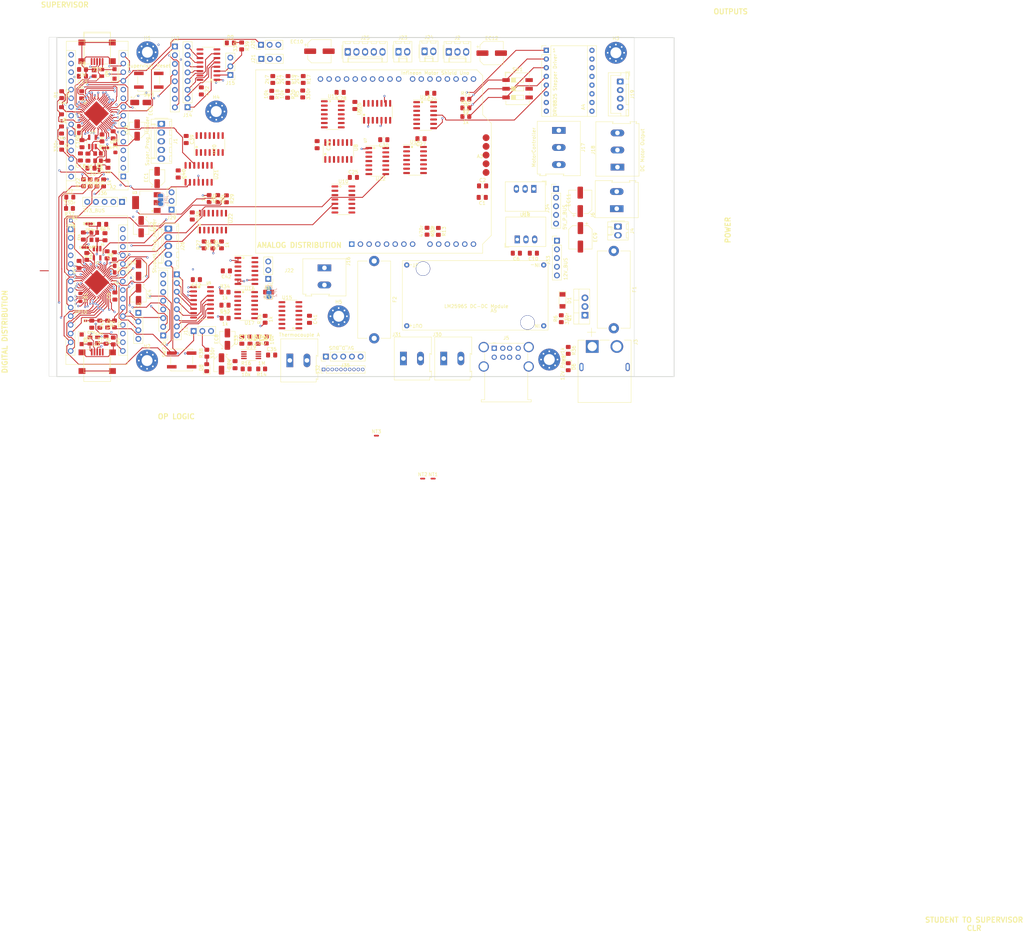
<source format=kicad_pcb>
(kicad_pcb (version 20211014) (generator pcbnew)
  (layers (0 "F.Cu" power) (1 "In1.Cu" signal) (2 "In2.Cu" signal) (31 "B.Cu" signal) (34 "B.Paste" user) (35 "F.Paste" user) (36 "B.SilkS" user "B.Silkscreen") (37 "F.SilkS" user "F.Silkscreen") (38 "B.Mask" user) (39 "F.Mask" user) (44 "Edge.Cuts" user))
  (net 0 "")
  (net 1 "/Student MCU/PROG_TX")
  (net 2 "3V3_DC_MCU")
  (net 3 "/Student MCU/PROG_RX")
  (net 5 "/Student MCU/MCU_RESET")
  (net 6 "/Student MCU/SPARE_0")
  (net 7 "GNDD")
  (net 8 "/Student MCU/SPARE_1")
  (net 9 "OE_B")
  (net 10 "/Student MCU/SPARE_2")
  (net 11 "OE_A")
  (net 12 "/Analog Sensor Buffers/A_OUT_C2")
  (net 13 "OE_IDX")
  (net 14 "LIMIT_1")
  (net 15 "/Output Logic/STUDENT_PIXEL_DATA")
  (net 16 "STU_STP_FLT")
  (net 17 "/Output Logic/STUDENT_STEP")
  (net 18 "/Analog Sensor Buffers/A_OUT_B2")
  (net 19 "/Student MCU/DC_MOTOR_DIR2")
  (net 20 "/Analog Sensor Buffers/A_OUT_A2")
  (net 21 "/Student MCU/LATCH")
  (net 23 "/Student MCU/SERVO_1")
  (net 24 "/Output Logic/STUDENT_MOTOR_PWM")
  (net 25 "/Student MCU/MOSI")
  (net 27 "/Student MCU/DC_MOTOR_DIR1")
  (net 28 "/Student MCU/SCK")
  (net 29 "/Supervisor MCU/PROG_TX")
  (net 30 "/Supervisor MCU/PROG_RX")
  (net 32 "/Supervisor MCU/MCU_RESET")
  (net 33 "/Supervisor MCU/STDNT_DC_M_DIR_2")
  (net 34 "/Supervisor MCU/STDNT_DC_M_DIR_1")
  (net 35 "/Digital Sensor Buffers/D_OUT_E1")
  (net 36 "/Supervisor MCU/STDNT_SRVO_RX_1")
  (net 37 "/Digital Sensor Buffers/D_OUT_C1")
  (net 38 "/Analog Sensor Buffers/A_OUT_C1")
  (net 39 "/Digital Sensor Buffers/D_OUT_D1")
  (net 40 "/Digital Sensor Buffers/D_OUT_A1")
  (net 41 "/Output Logic/SUPERVISOR_PIXEL_DATA")
  (net 42 "/Digital Sensor Buffers/D_OUT_F1")
  (net 43 "/Output Logic/SUPERVISOR_STEP")
  (net 44 "/Analog Sensor Buffers/A_OUT_B1")
  (net 45 "/Output Logic/MOTOR_DIR_B")
  (net 46 "/Analog Sensor Buffers/A_OUT_A1")
  (net 47 "/Supervisor MCU/LATCH")
  (net 49 "SERVO_1")
  (net 50 "/Output Logic/SUPERVISOR_MOTOR_PWM")
  (net 51 "/Supervisor MCU/MOSI")
  (net 53 "/Output Logic/MOTOR_DIR_A")
  (net 54 "/Supervisor MCU/SCK")
  (net 60 "/DC Motor Controller/IN_1")
  (net 71 "M_I_SENSE_1")
  (net 73 "M_I_SENSE_2")
  (net 74 "/DC Motor Controller/IN_2")
  (net 76 "/DC Motor Controller/ENABLE")
  (net 83 "/Output Logic/STEP_EN_OUT")
  (net 84 "MODE_0")
  (net 85 "MODE_1")
  (net 86 "MODE_2")
  (net 87 "/Output Logic/STEP_RST_OUT")
  (net 88 "/Output Logic/STEPP_STEP_OUT")
  (net 89 "/Output Logic/DIRECTION_OUT")
  (net 90 "STPPR_FAULT")
  (net 91 "Net-(A4-Pad11)")
  (net 92 "Net-(A4-Pad12)")
  (net 93 "Net-(A4-Pad13)")
  (net 94 "Net-(A4-Pad14)")
  (net 95 "GNDPWR")
  (net 96 "12V_DC_BUS")
  (net 97 "5V_DC_RPI")
  (net 98 "5V_DC_SERVO")
  (net 99 "Net-(C3-Pad1)")
  (net 100 "Net-(C5-Pad1)")
  (net 101 "Net-(C7-Pad1)")
  (net 102 "5V_DC_LED")
  (net 103 "Net-(C11-Pad2)")
  (net 104 "Net-(C13-Pad1)")
  (net 105 "/Student MCU/HSE_IN")
  (net 106 "Net-(C17-Pad1)")
  (net 107 "Net-(C20-Pad1)")
  (net 108 "Net-(C21-Pad2)")
  (net 109 "/Supervisor MCU/HSE_IN")
  (net 110 "GNDA")
  (net 111 "Net-(C31-Pad2)")
  (net 112 "Net-(C32-Pad2)")
  (net 113 "/Power Input & Distribution/01")
  (net 114 "USB_BUS")
  (net 115 "Net-(D2-Pad2)")
  (net 116 "/Student MCU/USB_P")
  (net 117 "/Student MCU/USB_N")
  (net 118 "/Supervisor MCU/USB_P")
  (net 119 "/Supervisor MCU/USB_N")
  (net 120 "Net-(D4-Pad4)")
  (net 121 "/Power Input & Distribution/02")
  (net 122 "Net-(D7-Pad1)")
  (net 123 "Net-(D8-Pad2)")
  (net 124 "Net-(D9-Pad2)")
  (net 125 "/Power Input & Distribution/5_to_3v3_reg")
  (net 126 "/Power Input & Distribution/12V_DC")
  (net 127 "/Power Input & Distribution/12V")
  (net 128 "/DC Motor Controller/HC")
  (net 129 "Net-(J2-Pad2)")
  (net 135 "Net-(J8-Pad1)")
  (net 136 "Net-(J8-Pad2)")
  (net 137 "Net-(J8-Pad3)")
  (net 138 "Net-(J8-Pad4)")
  (net 139 "Net-(J8-Pad5)")
  (net 140 "Net-(J8-Pad6)")
  (net 141 "Net-(J8-Pad7)")
  (net 142 "/Student MCU/MODE_2")
  (net 143 "/Student MCU/SPARE_3")
  (net 144 "/Output Logic/STUDENT_MOTOR_EN")
  (net 145 "/Student MCU/SHIFT_1")
  (net 146 "/Student MCU/SHIFT_2")
  (net 147 "/Student MCU/SHIFT_3")
  (net 148 "/Output Logic/STUDENT_DIRECTION")
  (net 149 "/Output Logic/STUDENT_STEP_EN")
  (net 150 "/Output Logic/STUDENT_STEP_RST")
  (net 151 "/Student MCU/SHIFT_7")
  (net 152 "Net-(J12-Pad1)")
  (net 153 "Net-(J12-Pad2)")
  (net 154 "Net-(J12-Pad3)")
  (net 155 "Net-(J12-Pad4)")
  (net 156 "Net-(J12-Pad5)")
  (net 157 "Net-(J12-Pad6)")
  (net 158 "SERVO_2")
  (net 160 "/Output Logic/SUPERVISOR_MOTOR_EN")
  (net 161 "/Output Logic/MCU_MOTOR_SELECT")
  (net 162 "/Output Logic/MCU_STEP_SELECT")
  (net 163 "/Output Logic/MCU_PIXEL_SELECT")
  (net 164 "/Output Logic/SUPERVISOR_DIRECTION")
  (net 165 "/Output Logic/SUPERVISOR_STEP_EN")
  (net 166 "/Output Logic/SUPERVISOR_STEP_RST")
  (net 167 "/Supervisor MCU/SHIFT_REG_7")
  (net 168 "/DC Motor Controller/HC3")
  (net 169 "/DC Motor Controller/HC2")
  (net 170 "/DC Motor Controller/HC1")
  (net 171 "Net-(J22-Pad1)")
  (net 172 "Net-(J22-Pad2)")
  (net 173 "/Digital Sensor Buffers/D_IN_A")
  (net 174 "/Digital Sensor Buffers/D_IN_B")
  (net 175 "/Digital Sensor Buffers/D_IN_E")
  (net 176 "/Digital Sensor Buffers/D_IN_D")
  (net 177 "/Digital Sensor Buffers/D_IN_C")
  (net 178 "Net-(J27-Pad1)")
  (net 179 "A_BUFFER_OUT_A")
  (net 180 "A_BUFFER_OUT_B")
  (net 181 "Net-(J28-Pad1)")
  (net 182 "A_BUFFER_IN")
  (net 183 "Net-(C14-Pad1)")
  (net 184 "GND")
  (net 185 "/Output Logic/PIXEL_DATA_OUT")
  (net 186 "/Student MCU/SERVO_2")
  (net 187 "/Supervisor MCU/STDNT_SRVO_RX_2")
  (net 188 "LIMIT_2")
  (net 189 "Net-(R26-Pad2)")
  (net 190 "Net-(R27-Pad2)")
  (net 191 "Net-(R28-Pad2)")
  (net 192 "Net-(R29-Pad2)")
  (net 193 "Net-(R30-Pad2)")
  (net 194 "Net-(R31-Pad2)")
  (net 195 "/Analog Sensor Buffers/DB2B")
  (net 196 "/Analog Sensor Buffers/DB4B")
  (net 197 "/Analog Sensor Buffers/DB1B")
  (net 198 "/Analog Sensor Buffers/DB3B")
  (net 199 "/Student MCU/HSE_OUT")
  (net 200 "/Supervisor MCU/HSE_OUT")
  (net 204 "/Digital Sensor Buffers/D_OUT_B1")
  (net 207 "Net-(U8-Pad2)")
  (net 208 "Net-(U11-Pad2)")
  (net 209 "Net-(U12-Pad13)")
  (net 213 "Net-(U9-Pad1)")
  (net 214 "Net-(U14-Pad2)")
  (net 215 "Net-(U14-Pad5)")
  (net 216 "Net-(U11-Pad3)")
  (net 217 "Net-(U10-Pad3)")
  (net 218 "Net-(U10-Pad4)")
  (net 219 "Net-(U10-Pad10)")
  (net 220 "Net-(U10-Pad11)")
  (net 221 "Net-(U11-Pad4)")
  (net 222 "Net-(U11-Pad10)")
  (net 223 "Net-(U11-Pad11)")
  (net 224 "Net-(U14-Pad1)")
  (net 225 "Net-(U14-Pad4)")
  (net 226 "Net-(U12-Pad10)")
  (net 227 "Net-(U12-Pad11)")
  (net 229 "/Analog Sensor Buffers/DB1")
  (net 230 "/Analog Sensor Buffers/DB2")
  (net 231 "/Analog Sensor Buffers/DB3")
  (net 232 "/Analog Sensor Buffers/A_IN_C")
  (net 233 "/Analog Sensor Buffers/DB4")
  (net 235 "Net-(U20-Pad2)")
  (net 236 "Net-(U20-Pad4)")
  (net 237 "Net-(U20-Pad6)")
  (net 238 "Net-(U20-Pad8)")
  (net 239 "Net-(U20-Pad10)")
  (net 240 "Net-(U20-Pad12)")
  (net 247 "Net-(C1A1-Pad2)")
  (net 248 "Net-(C2A1-Pad2)")
  (net 249 "Net-(C15-Pad1)")
  (net 250 "Net-(C36-Pad1)")
  (net 253 "Net-(C23-Pad1)")
  (footprint "Connector_PinHeader_2.54mm:PinHeader_1x03_P2.54mm_Vertical" (layer "F.Cu") (at 110.4392 24.9428 90)
    (fp_text reference "J20")
    (fp_text value "Servo_A")
  )
  (footprint "Resistor_SMD:R_0805_2012Metric_Pad1.20x1.40mm_HandSolder" (layer "F.Cu") (at 170.291 40.8432)
    (fp_text reference "R11")
    (fp_text value "1k")
  )
  (footprint "Capacitor_SMD:C_0805_2012Metric_Pad1.18x1.45mm_HandSolder" (layer "F.Cu") (at 58.166 53.848 -90)
    (fp_text reference "C16")
    (fp_text value "100n")
  )
  (footprint "Capacitor_SMD:C_0805_2012Metric_Pad1.18x1.45mm_HandSolder" (layer "F.Cu") (at 90.3732 74.9863 -90)
    (fp_text reference "C38")
    (fp_text value "100n")
  )
  (footprint "NetTie:NetTie-2_SMD_Pad0.5mm" (layer "F.Cu") (at 157.6832 151.7396)
    (fp_text reference "NT2")
    (fp_text value "NetTie")
  )
  (footprint "Capacitor_SMD:CP_Elec_4x5.4" (layer "F.Cu") (at 74.676 97.8628 -90)
    (fp_text reference "EC4")
    (fp_text value "10u")
  )
  (footprint "Capacitor_SMD:C_0805_2012Metric_Pad1.18x1.45mm_HandSolder" (layer "F.Cu") (at 133.5747 38.862 180)
    (fp_text reference "C28")
    (fp_text value "100n")
  )
  (footprint "Connector_JST:JST_XH_B4B-XH-A_1x04_P2.50mm_Vertical" (layer "F.Cu") (at 215.392 35.6908 -90)
    (fp_text reference "J19")
    (fp_text value "Stepper Motor Output")
  )
  (footprint "Capacitor_SMD:C_0805_2012Metric_Pad1.18x1.45mm_HandSolder" (layer "F.Cu") (at 104.8512 111.2735 90)
    (fp_text reference "C33")
    (fp_text value "100n")
  )
  (footprint "Fuse:Fuseholder_Cylinder-5x20mm_Stelvio-Kontek_PTF78_Horizontal_Open" (layer "F.Cu") (at 143.51 88.138 -90)
    (fp_text reference "F2")
    (fp_text value "2A")
  )
  (footprint "Capacitor_SMD:CP_Elec_6.3x7.7" (layer "F.Cu") (at 203.7588 81.2216 -90)
    (fp_text reference "EC9")
    (fp_text value "100u")
  )
  (footprint "Package_SO:SOIC-16_3.9x9.9mm_P1.27mm" (layer "F.Cu") (at 95.0976 30.734 180)
    (fp_text reference "U7")
    (fp_text value "4094")
  )
  (footprint "Resistor_SMD:R_0805_2012Metric_Pad1.20x1.40mm_HandSolder" (layer "F.Cu") (at 111.6584 105.172 90)
    (fp_text reference "R35")
    (fp_text value "1k")
  )
  (footprint "Capacitor_SMD:C_0805_2012Metric_Pad1.18x1.45mm_HandSolder" (layer "F.Cu") (at 57.7088 57.7303 -90)
    (fp_text reference "C18")
    (fp_text value "100n")
  )
  (footprint "TerminalBlock:TerminalBlock_Altech_AK300-2_P5.00mm" (layer "F.Cu") (at 152.0444 116.6368)
    (fp_text reference "J31")
    (fp_text value "5V_DC_RPI")
  )
  (footprint "Resistor_SMD:R_0805_2012Metric_Pad1.20x1.40mm_HandSolder" (layer "F.Cu") (at 67.6656 106.5624 -90)
    (fp_text reference "R4")
    (fp_text value "330r")
  )
  (footprint "000_Connectors_Immo:SolderJumper-3_P1.3mm_Bridged12_RoundedPad1.0x1.5mm_NumberLabels" (layer "F.Cu") (at 64.9732 55.0672)
    (fp_text reference "JP6")
    (fp_text value "Xtal/IC")
  )
  (footprint "TerminalBlock:TerminalBlock_Altech_AK300-3_P5.00mm" (layer "F.Cu") (at 197.4596 49.9656 -90)
    (fp_text reference "J17")
    (fp_text value "MotorController")
  )
  (footprint "Connector_PinHeader_2.54mm:PinHeader_1x03_P2.54mm_Vertical" (layer "F.Cu") (at 101.4984 33.782 180)
    (fp_text reference "J15")
    (fp_text value "SPI Supervisor")
  )
  (footprint "Package_SO:SOIC-14_3.9x8.7mm_P1.27mm" (layer "F.Cu") (at 134.5184 70.1548)
    (fp_text reference "U10")
    (fp_text value "4081")
  )
  (footprint "Connector_Molex:Molex_KK-254_AE-6410-02A_1x02_P2.54mm_Vertical" (layer "F.Cu") (at 158.242 26.8732)
    (fp_text reference "J24")
    (fp_text value "limit_switch_B")
  )
  (footprint "Capacitor_SMD:C_0805_2012Metric_Pad1.18x1.45mm_HandSolder" (layer "F.Cu") (at 65.4812 86.3385 90)
    (fp_text reference "C4")
    (fp_text value "100n")
  )
  (footprint "Resistor_SMD:R_0805_2012Metric_Pad1.20x1.40mm_HandSolder" (layer "F.Cu") (at 99.9744 104.8512)
    (fp_text reference "R32")
    (fp_text value "1k")
  )
  (footprint "Capacitor_SMD:C_0805_2012Metric_Pad1.18x1.45mm_HandSolder" (layer "F.Cu") (at 160.0351 39.116 180)
    (fp_text reference "C24")
    (fp_text value "100n")
  )
  (footprint "Diode_SMD:D_MiniMELF" (layer "F.Cu") (at 198.5264 99.6468 -90)
    (fp_text reference "D1")
    (fp_text value "BZV55B9V1")
  )
  (footprint "Converter_DCDC:Converter_DCDC_RECOM_R-78E-0.5_THT" (layer "F.Cu") (at 190.1444 67.056 180)
    (fp_text reference "U18")
    (fp_text value "R-78C5.0-1.0")
  )
  (footprint "Capacitor_SMD:C_0805_2012Metric_Pad1.18x1.45mm_HandSolder" (layer "F.Cu") (at 57.3024 89.154 -90)
    (fp_text reference "C11")
    (fp_text value "100n")
  )
  (footprint "Connector_PinHeader_2.54mm:PinHeader_1x04_P2.54mm_Vertical" (layer "F.Cu") (at 74.6252 103.2864)
    (fp_text reference "J9")
    (fp_text value "Spare Student GPIOs")
  )
  (footprint "Capacitor_SMD:C_0805_2012Metric_Pad1.18x1.45mm_HandSolder" (layer "F.Cu") (at 86.2584 62.7087 -90)
    (fp_text reference "C40")
    (fp_text value "100n")
  )
  (footprint "Connector_Molex:Molex_KK-254_AE-6410-02A_1x02_P2.54mm_Vertical" (layer "F.Cu") (at 150.622 26.9948)
    (fp_text reference "J23")
    (fp_text value "limit_switch_A")
  )
  (footprint "Connector_PinHeader_2.54mm:PinHeader_1x08_P2.54mm_Vertical" (layer "F.Cu") (at 89.0016 43.18 180)
    (fp_text reference "J14")
    (fp_text value "ShiftReg_Header")
  )
  (footprint "Capacitor_SMD:C_0805_2012Metric_Pad1.18x1.45mm_HandSolder" (layer "F.Cu") (at 67.6148 86.614 90)
    (fp_text reference "C8")
    (fp_text value "100n")
  )
  (footprint "Capacitor_SMD:C_0805_2012Metric_Pad1.18x1.45mm_HandSolder" (layer "F.Cu") (at 190.0135 85.852 180)
    (fp_text reference "C10")
    (fp_text value "22u")
  )
  (footprint "TerminalBlock:TerminalBlock_Altech_AK300-2_P5.00mm" (layer "F.Cu") (at 163.83 116.6368)
    (fp_text reference "J30")
    (fp_text value "12V_DC")
  )
  (footprint "Connector_PinHeader_1.27mm:PinHeader_1x10_P1.27mm_Vertical" (layer "F.Cu") (at 128.7272 119.8372 90)
    (fp_text reference "J32")
    (fp_text value "GND_BUS")
  )
  (footprint "Resistor_SMD:R_0805_2012Metric_Pad1.20x1.40mm_HandSolder" (layer "F.Cu") (at 104.8004 25.2824 -90)
    (fp_text reference "R39")
    (fp_text value "330r")
  )
  (footprint "Resistor_SMD:R_0805_2012Metric_Pad1.20x1.40mm_HandSolder" (layer "F.Cu") (at 113.8936 35.0868 -90)
    (fp_text reference "R21")
    (fp_text value "2k7")
  )
  (footprint "Connector_Molex:Molex_KK-254_AE-6410-05A_1x05_P2.54mm_Vertical" (layer "F.Cu") (at 83.3936 78.6892 -90)
    (fp_text reference "J26")
    (fp_text value "Student_Prog_Header")
  )
  (footprint "Resistor_SMD:R_0805_2012Metric_Pad1.20x1.40mm_HandSolder" (layer "F.Cu") (at 93.8276 83.4342 90)
    (fp_text reference "R27")
    (fp_text value "1k")
  )
  (footprint "Package_SO:SOIC-14_3.9x8.7mm_P1.27mm" (layer "F.Cu") (at 133.0452 55.9816 90)
    (fp_text reference "U8")
    (fp_text value "4069")
  )
  (footprint "Package_SO:SOIC-14_3.9x8.7mm_P1.27mm" (layer "F.Cu") (at 155.4553 58.6232)
    (fp_text reference "U14")
    (fp_text value "74HC86")
  )
  (footprint "Capacitor_SMD:C_0805_2012Metric_Pad1.18x1.45mm_HandSolder" (layer "F.Cu") (at 102.87 118.4441 90)
    (fp_text reference "C34")
    (fp_text value "100n")
  )
  (footprint "Oscillator:Oscillator_SMD_Abracon_ASE-4Pin_3.2x2.5mm" (layer "F.Cu") (at 62.8274 57.7764 90)
    (fp_text reference "X2")
    (fp_text value "ASEK-xxxMHz")
  )
  (footprint "Connector_PinHeader_2.54mm:PinHeader_1x03_P2.54mm_Vertical" (layer "F.Cu") (at 84.328 73.137 180)
    (fp_text reference "J29")
    (fp_text value "3V3 PWR SRC")
  )
  (footprint "Capacitor_SMD:C_0805_2012Metric_Pad1.18x1.45mm_HandSolder" (layer "F.Cu") (at 91.5709 93.5736 180)
    (fp_text reference "C12")
    (fp_text value "100n")
  )
  (footprint "Resistor_SMD:R_0805_2012Metric_Pad1.20x1.40mm_HandSolder" (layer "F.Cu") (at 112.6744 97.2312 180)
    (fp_text reference "R33")
    (fp_text value "1k")
  )
  (footprint "Resistor_SMD:R_0805_2012Metric_Pad1.20x1.40mm_HandSolder" (layer "F.Cu") (at 110.6452 119.6848 180)
    (fp_text reference "R14")
    (fp_text value "1M")
  )
  (footprint "Resistor_SMD:R_0805_2012Metric_Pad1.20x1.40mm_HandSolder" (layer "F.Cu") (at 65.6336 106.5784 -90)
    (fp_text reference "R3")
    (fp_text value "2k2")
  )
  (footprint "Capacitor_SMD:C_0805_2012Metric_Pad1.18x1.45mm_HandSolder" (layer "F.Cu") (at 52.1716 49.8563 -90)
    (fp_text reference "C1B1")
    (fp_text value "100n")
  )
  (footprint "TerminalBlock:TerminalBlock_Altech_AK300-2_P5.00mm" (layer "F.Cu") (at 118.872 117.1956)
    (fp_text reference "J22")
    (fp_text value "Thermocouple A")
  )
  (footprint "MountingHole:MountingHole_3.2mm_M3_Pad_Via" (layer "F.Cu") (at 133.1468 104.2924)
    (fp_text reference "H5")
    (fp_text value "MountingHole")
  )
  (footprint "Capacitor_Tantalum_SMD:CP_EIA-2012-12_Kemet-R_Pad1.30x1.05mm_HandSolder" (layer "F.Cu") (at 67.7164 90.5256 -90)
    (fp_text reference "C7")
    (fp_text value "1u")
  )
  (footprint "Connector_PinHeader_2.54mm:PinHeader_1x03_P2.54mm_Vertical" (layer "F.Cu") (at 110.5408 29.0576 90)
    (fp_text reference "J21")
    (fp_text value "Servo_B")
  )
  (footprint "Capacitor_SMD:C_0805_2012Metric_Pad1.18x1.45mm_HandSolder" (layer "F.Cu") (at 137.4433 63.7032)
    (fp_text reference "C25")
    (fp_text value "100n")
  )
  (footprint "Capacitor_SMD:CP_Elec_4x5.4" (layer "F.Cu") (at 74.2696 49.8636 90)
    (fp_text reference "EC6")
    (fp_text value "10u")
  )
  (footprint "Module:LM2596S DC-DC Module" (layer "F.Cu") (at 173.99 102.0064 180)
    (fp_text reference "A5")
    (fp_text value "LM2596S DC-DC Module")
  )
  (footprint "Connector_Molex:Molex_KK-254_AE-6410-03A_1x03_P2.54mm_Vertical" (layer "F.Cu") (at 165.3032 27.0256)
    (fp_text reference "J2")
    (fp_text value "WS2821B Header")
  )
  (footprint "Resistor_SMD:R_0805_2012Metric_Pad1.20x1.40mm_HandSolder" (layer "F.Cu") (at 95.3008 69.8848 -90)
    (fp_text reference "R30")
    (fp_text value "1k")
  )
  (footprint "Capacitor_SMD:C_0805_2012Metric_Pad1.18x1.45mm_HandSolder" (layer "F.Cu") (at 52.1716 44.2253 -90)
    (fp_text reference "C1A1")
    (fp_text value "100p")
  )
  (footprint "Resistor_SMD:R_0805_2012Metric_Pad1.20x1.40mm_HandSolder" (layer "F.Cu") (at 97.8154 69.8978 -90)
    (fp_text reference "R31")
    (fp_text value "1k")
  )
  (footprint "Capacitor_SMD:CP_Elec_4x5.4" (layer "F.Cu") (at 74.676 90.7796 90)
    (fp_text reference "EC3")
    (fp_text value "10u")
  )
  (footprint "Package_SO:SOIC-14_3.9x8.7mm_P1.27mm" (layer "F.Cu") (at 144.3736 44.5374 90)
    (fp_text reference "U9")
    (fp_text value "4081")
  )
  (footprint "Capacitor_SMD:C_0805_2012Metric_Pad1.18x1.45mm_HandSolder" (layer "F.Cu") (at 67.7672 98.3781 90)
    (fp_text reference "C9")
    (fp_text value "100n")
  )
  (footprint "Fuse:Fuseholder_Cylinder-5x20mm_Stelvio-Kontek_PTF78_Horizontal_Open" (layer "F.Cu") (at 213.5124 85.1976 -90)
    (fp_text reference "F1")
    (fp_text value "20A")
  )
  (footprint "NetTie:NetTie-2_SMD_Pad0.5mm" (layer "F.Cu") (at 144.1704 139.192)
    (fp_text reference "NT3")
    (fp_text value "NetTie")
  )
  (footprint "Resistor_SMD:R_0805_2012Metric_Pad1.20x1.40mm_HandSolder" (layer "F.Cu") (at 59.5376 86.8012 -90)
    (fp_text reference "R40")
    (fp_text value "0r")
  )
  (footprint "Connector_PinHeader_2.54mm:PinHeader_1x08_P2.54mm_Vertical" (layer "F.Cu") (at 85.852 92.0496)
    (fp_text reference "J10")
    (fp_text value "ShiftReg_Header")
  )
  (footprint "Capacitor_SMD:C_0805_2012Metric_Pad1.18x1.45mm_HandSolder" (layer "F.Cu") (at 107.2388 111.2735 -90)
    (fp_text reference "C32")
    (fp_text value "100n")
  )
  (footprint "Resistor_SMD:R_0805_2012Metric_Pad1.20x1.40mm_HandSolder" (layer "F.Cu") (at 64.4652 65.3128 90)
    (fp_text reference "R25")
    (fp_text value "1k")
  )
  (footprint "MountingHole:MountingHole_3.2mm_M3_Pad_Via" (layer "F.Cu") (at 77.2668 27.1272)
    (fp_text reference "H1")
    (fp_text value "MountingHole")
  )
  (footprint "Capacitor_SMD:C_0805_2012Metric_Pad1.18x1.45mm_HandSolder" (layer "F.Cu") (at 58.0644 39.5517 -90)
    (fp_text reference "C19")
    (fp_text value "100n")
  )
  (footprint "TerminalBlock:TerminalBlock_Altech_AK300-2_P5.00mm" (layer "F.Cu") (at 128.9812 90.1482 -90)
    (fp_text reference "J16")
    (fp_text value "MotorController_PWR_IP")
  )
  (footprint "Capacitor_SMD:C_0805_2012Metric_Pad1.18x1.45mm_HandSolder" (layer "F.Cu") (at 113.5595 115.6208)
    (fp_text reference "C35")
    (fp_text value "100n")
  )
  (footprint "Capacitor_SMD:C_0805_2012Metric_Pad1.18x1.45mm_HandSolder" (layer "F.Cu") (at 60.7783 61.0108 180)
    (fp_text reference "C20")
    (fp_text value "10n")
  )
  (footprint "TerminalBlock:TerminalBlock_Altech_AK300-3_P5.00mm" (layer "F.Cu") (at 214.5792 60.706 90)
    (fp_text reference "J18")
    (fp_text value "DC Motor Output")
  )
  (footprint "Connector_PinHeader_2.54mm:PinHeader_1x05_P2.54mm_Vertical" (layer "F.Cu") (at 196.9008 82.1994)
    (fp_text reference "J33")
    (fp_text value "12V_BUS")
  )
  (footprint "MountingHole:MountingHole_3.2mm_M3_Pad_Via" (layer "F.Cu") (at 77.1652 117.2464)
    (fp_text reference "H2")
    (fp_text value "MountingHole")
  )
  (footprint "Diode_SMD:D_0805_2012Metric_Pad1.15x1.40mm_HandSolder" (layer "F.Cu") (at 101.5074 24.384)
    (fp_text reference "D9")
    (fp_text value "Yellow")
  )
  (footprint "Resistor_SMD:R_0805_2012Metric_Pad1.20x1.40mm_HandSolder" (layer "F.Cu") (at 100.3554 69.9628 -90)
    (fp_text reference "R29")
    (fp_text value "1k")
  )
  (footprint "Resistor_SMD:R_0805_2012Metric_Pad1.20x1.40mm_HandSolder" (layer "F.Cu") (at 200.2028 114.2652 -90)
    (fp_text reference "R36")
    (fp_text value "1k")
  )
  (footprint "000_Connectors_Immo:SolderJumper-3_P1.3mm_Bridged12_RoundedPad1.0x1.5mm_NumberLabels" (layer "F.Cu") (at 59.0804 84.1756)
    (fp_text reference "JP3")
    (fp_text value "Xtal/IC")
  )
  (footprint "Capacitor_SMD:C_0805_2012Metric_Pad1.18x1.45mm_HandSolder" (layer "F.Cu") (at 99.9369 101.0412 180)
    (fp_text reference "C43")
    (fp_text value "100n")
  )
  (footprint "Resistor_SMD:R_0805_2012Metric_Pad1.20x1.40mm_HandSolder" (layer "F.Cu") (at 62.5348 65.3128 90)
    (fp_text reference "R24")
    (fp_text value "1k")
  )
  (footprint "Resistor_SMD:R_0805_2012Metric_Pad1.20x1.40mm_HandSolder" (layer "F.Cu") (at 64.008 52.1716 90)
    (fp_text reference "R41")
    (fp_text value "0r")
  )
  (footprint "Capacitor_Tantalum_SMD:CP_EIA-2012-12_Kemet-R_Pad1.30x1.05mm_HandSolder" (layer "F.Cu") (at 57.2516 49.7234 90)
    (fp_text reference "C17")
    (fp_text value "1u")
  )
  (footprint "Capacitor_SMD:C_0805_2012Metric_Pad1.18x1.45mm_HandSolder" (layer "F.Cu") (at 67.2592 51.2572 90)
    (fp_text reference "C21")
    (fp_text value "100n")
  )
  (footprint "Module:Arduino_Nano" (layer "F.Cu") (at 70.231 63.432923 180)
    (fp_text reference "A2")
    (fp_text value "Arduino_Nano_33_IoT")
  )
  (footprint "Package_TO_SOT_SMD:SOT-23-5_HandSoldering" (layer "F.Cu") (at 61.214 53.34 90)
    (fp_text reference "U23")
    (fp_text value "TCYSH14F")
  )
  (footprint "Resistor_SMD:R_0805_2012Metric_Pad1.20x1.40mm_HandSolder" (layer "F.Cu") (at 198.1708 105.0036 90)
    (fp_text reference "R6")
    (fp_text value "330r")
  )
  (footprint "Diode_SMD:D_0805_2012Metric_Pad1.15x1.40mm_HandSolder" (layer "F.Cu") (at 94.5896 119.3202 90)
    (fp_text reference "D8")
    (fp_text value "Yellow")
  )
  (footprint "Resistor_SMD:R_0805_2012Metric_Pad1.20x1.40mm_HandSolder" (layer "F.Cu") (at 94.6404 115.078 90)
    (fp_text reference "R38")
    (fp_text value "330r")
  )
  (footprint "Resistor_SMD:R_0805_2012Metric_Pad1.20x1.40mm_HandSolder" (layer "F.Cu") (at 96.3676 83.4342 90)
    (fp_text reference "R26")
    (fp_text value "1k")
  )
  (footprint "Capacitor_SMD:CP_Elec_4x5.4" (layer "F.Cu") (at 98.9076 118.2336 -90)
    (fp_text reference "EC7")
    (fp_text value "10u")
  )
  (footprint "Capacitor_SMD:C_0805_2012Metric_Pad1.18x1.45mm_HandSolder" (layer "F.Cu") (at 88.5952 52.6279 -90)
    (fp_text reference "C39")
    (fp_text value "100n")
  )
  (footprint "Capacitor_SMD:CP_Elec_6.3x7.7" (layer "F.Cu") (at 127.5156 26.8224)
    (fp_text reference "EC10")
    (fp_text value "100u")
  )
  (footprint "Connector_PinHeader_2.54mm:PinHeader_1x05_P2.54mm_Vertical" (layer "F.Cu") (at 69.85 70.866 -90)
    (fp_text reference "J36")
    (fp_text value "3V3_BUS")
  )
  (footprint "Capacitor_SMD:C_0805_2012Metric_Pad1.18x1.45mm_HandSolder" (layer "F.Cu") (at 126.8476 54.1377 -90)
    (fp_text reference "C29")
    (fp_text value "100n")
  )
  (footprint "Resistor_SMD:R_0805_2012Metric_Pad1.20x1.40mm_HandSolder" (layer "F.Cu") (at 158.9532 79.4352 -90)
    (fp_text reference "R12")
    (fp_text value "470r")
  )
  (footprint "Package_TO_SOT_SMD:SOT-143" (layer "F.Cu") (at 62.822 33.1572)
    (fp_text reference "D4")
    (fp_text value "PRTR5V0U2X")
  )
  (footprint "Resistor_SMD:R_0805_2012Metric_Pad1.20x1.40mm_HandSolder" (layer "F.Cu") (at 67.31 111.522 -90)
    (fp_text reference "R7")
    (fp_text value "1M")
  )
  (footprint "Package_TO_SOT_SMD:SOT-143" (layer "F.Cu") (at 61.5872 111.3964 180)
    (fp_text reference "D3")
    (fp_text value "PRTR5V0U2X")
  )
  (footprint "Capacitor_SMD:CP_Elec_6.3x7.7" (layer "F.Cu") (at 203.708 70.8584 90)
    (fp_text reference "EC11")
    (fp_text value "100u")
  )
  (footprint "Resistor_SMD:R_0805_2012Metric_Pad1.20x1.40mm_HandSolder" (layer "F.Cu") (at 52.2224 39.5224 90)
    (fp_text reference "R1")
    (fp_text value "2k2")
  )
  (footprint "Capacitor_SMD:C_0805_2012Metric_Pad1.18x1.45mm_HandSolder" (layer "F.Cu") (at 100.33 91.0336 180)
    (fp_text reference "C42")
    (fp_text value "100n")
  )
  (footprint "Connector_PinHeader_1.27mm:PinHeader_1x01_P1.27mm_Vertical" (layer "F.Cu") (at 54.9148 76.3016 180)
    (fp_text reference "J28")
    (fp_text value "student_PA03")
  )
  (footprint "Resistor_SMD:R_0805_2012Metric_Pad1.20x1.40mm_HandSolder" (layer "F.Cu") (at 113.5888 39.4048 -90)
    (fp_text reference "R18")
    (fp_text value "10k")
  )
  (footprint "Package_TO_SOT_SMD:SOT-223-3_TabPin2" (layer "F.Cu") (at 76.9624 71.0692 180)
    (fp_text reference "U3")
    (fp_text value "AMS1117-3.3")
  )
  (footprint "Capacitor_SMD:C_0805_2012Metric_Pad1.18x1.45mm_HandSolder" (layer "F.Cu") (at 65.1764 111.2813 90)
    (fp_text reference "C3")
    (fp_text value "4n7")
  )
  (footprint "Capacitor_SMD:C_0805_2012Metric_Pad1.18x1.45mm_HandSolder" (layer "F.Cu") (at 58.2891 34.1376 180)
    (fp_text reference "C13")
    (fp_text value "4n7")
  )
  (footprint "Package_SO:SOIC-14_3.9x8.7mm_P1.27mm" (layer "F.Cu") (at 96.4184 76.6412 90)
    (fp_text reference "U22")
    (fp_text value "74LS07")
  )
  (footprint "Resistor_SMD:R_0805_2012Metric_Pad1.20x1.40mm_HandSolder" (layer "F.Cu") (at 118.3386 35.0868 -90)
    (fp_text reference "R19")
    (fp_text value "2k7")
  )
  (footprint "Resistor_SMD:R_0805_2012Metric_Pad1.20x1.40mm_HandSolder" (layer "F.Cu") (at 106.1052 119.6848)
    (fp_text reference "R16")
    (fp_text value "10k")
  )
  (footprint "Converter_DCDC:Converter_DCDC_RECOM_R-78E-0.5_THT" (layer "F.Cu") (at 185.3184 81.8388)
    (fp_text reference "U1")
    (fp_text value "R-78C5.0-1.0")
  )
  (footprint "Package_TO_SOT_SMD:SOT-23-5_HandSoldering" (layer "F.Cu") (at 62.5704 85.8736 -90)
    (fp_text reference "U2")
    (fp_text value "TCYSH14F")
  )
  (footprint "Resistor_SMD:R_0805_2012Metric_Pad1.20x1.40mm_HandSolder" (layer "F.Cu") (at 98.9076 83.4342 90)
    (fp_text reference "R28")
    (fp_text value "1k")
  )
  (footprint "Capacitor_SMD:C_0805_2012Metric_Pad1.18x1.45mm_HandSolder" (layer "F.Cu") (at 137.8712 42.6793 -90)
    (fp_text reference "C26")
    (fp_text value "100n")
  )
  (footprint "Connector_AMASS:AMASS_XT60PW-M" (layer "F.Cu") (at 210.8132 119.1316 180)
    (fp_text reference "J3")
    (fp_text value "XT60_60A_male")
  )
  (footprint "Package_SO:MSOP-8_3x3mm_P0.65mm" (layer "F.Cu") (at 107.5733 115.6514)
    (fp_text reference "U19")
    (fp_text value "AD8497")
  )
  (footprint "Package_SO:SOIC-14_3.9x8.7mm_P1.27mm" (layer "F.Cu") (at 95.4532 53.9496 90)
    (fp_text reference "U20")
    (fp_text value "74LS07")
  )
  (footprint "Capacitor_SMD:C_0805_2012Metric_Pad1.18x1.45mm_HandSolder" (layer "F.Cu") (at 61.0108 106.5999 -90)
    (fp_text reference "C2B1")
    (fp_text value "100n")
  )
  (footprint "Resistor_SMD:R_0805_2012Metric_Pad1.20x1.40mm_HandSolder" (layer "F.Cu") (at 60.5536 65.294 90)
    (fp_text reference "R23")
    (fp_text value "1k")
  )
  (footprint "Connector_Molex:Molex_KK-254_AE-6410-05A_1x05_P2.54mm_Vertical" (layer "F.Cu") (at 81.3308 48.0568 -90)
    (fp_text reference "J1")
    (fp_text value "Super_Prog_Header")
  )
  (footprint "Resistor_SMD:R_0805_2012Metric_Pad1.20x1.40mm_HandSolder" (layer "F.Cu") (at 52.2224 54.594 -90)
    (fp_text reference "R2")
    (fp_text value "330r")
  )
  (footprint "Button_Switch_SMD:SW_Push_1P1T_NO_CK_KSC6xxJ" (layer "F.Cu") (at 87.2788 117.062 180)
    (fp_text reference "SW2")
    (fp_text value "Student Reset")
  )
  (footprint "Module:Arduino_Nano" (layer "F.Cu") (at 54.856 78.8685)
    (fp_text reference "A1")
    (fp_text value "Arduino_Nano_33_IoT")
  )
  (footprint "Capacitor_SMD:C_0805_2012Metric_Pad1.18x1.45mm_HandSolder" (layer "F.Cu") (at 109.6264 111.2735 -90)
    (fp_text reference "C31")
    (fp_text value "100n")
  )
  (footprint "Package_DFN_QFN:QFN-48-1EP_7x7mm_P0.5mm_EP5.15x5.15mm" (layer "F.Cu") (at 62.481768 94.3864 -45)
    (fp_text reference "U4")
    (fp_text value "ATSAMD21G18A-M")
  )
  (footprint "Connector_USB:USB_Mini-B_Lumberg_2486_01_Horizontal" (layer "F.Cu") (at 62.606 117.4444)
    (fp_text reference "J7")
    (fp_text value "USB_B_Mini")
  )
  (footprint "Capacitor_SMD:CP_Elec_4x5.4" (layer "F.Cu") (at 80.1116 63.732 90)
    (fp_text reference "EC1")
    (fp_text value "10u")
  )
  (footprint "Module:Infineon Motor Sheild hiddenPins" (layer "F.Cu") (at 117.2718 63.5254 90)
    (fp_text reference "A3")
    (fp_text value "Infineon Motor Shield Uno")
  )
  (footprint "Capacitor_SMD:CP_Elec_4x5.4" (layer "F.Cu") (at 75.3584 41.8084)
    (fp_text reference "EC5")
    (fp_text value "10u")
  )
  (footprint "Resistor_SMD:R_0805_2012Metric_Pad1.20x1.40mm_HandSolder" (layer "F.Cu") (at 112.014 111.236 90)
    (fp_text reference "R15")
    (fp_text value "10k")
  )
  (footprint "000_Connectors_Immo:SolderJumper-3_P1.3mm_Bridged12_RoundedPad1.0x1.5mm_NumberLabels" (layer "F.Cu") (at 63.1444 61.082938 90)
    (fp_text reference "JP7")
    (fp_text value "Xtal/IC")
  )
  (footprint "Capacitor_SMD:CP_Elec_4x5.4" (layer "F.Cu") (at 100.6348 110.976 90)
    (fp_text reference "EC8")
    (fp_text value "10u")
  )
  (footprint "Oscillator:Oscillator_SMD_Abracon_ASE-4Pin_3.2x2.5mm" (layer "F.Cu") (at 61.7606 80.8904 -90)
    (fp_text reference "X1")
    (fp_text value "ASEK-xxxMHz")
  )
  (footprint "Diode_SMD:Nexperia_CFP3_SOD-123W" (layer "F.Cu") (at 67.6656 33.4548 90)
    (fp_text reference "D5")
    (fp_text value "PMEG6020ER")
  )
  (footprint "NetTie:NetTie-2_SMD_Pad0.5mm" (layer "F.Cu") (at 160.7332 151.7396)
    (fp_text reference "NT1")
    (fp_text value "NetTie")
  )
  (footprint "Package_SO:SOIC-14_3.9x8.7mm_P1.27mm" (layer "F.Cu") (at 144.4244 58.928)
    (fp_text reference "U12")
    (fp_text value "4081")
  )
  (footprint "Capacitor_SMD:C_0805_2012Metric_Pad1.18x1.45mm_HandSolder" (layer "F.Cu") (at 124.6124 105.1775 -90)
    (fp_text reference "C41")
    (fp_text value "100n")
  )
  (footprint "Package_TO_SOT_THT:TO-220-3_Vertical" (layer "F.Cu") (at 205.0796 103.9876 90)
    (fp_text reference "Q1")
    (fp_text value "IRF5305_PBF")
  )
  (footprint "Connector_Molex:Molex_KK-254_AE-6410-05A_1x05_P2.54mm_Vertical" (layer "F.Cu") (at 135.7884 27.0256)
    (fp_text reference "J25")
    (fp_text value "Optical Encoder")
  )
  (footprint "Capacitor_SMD:C_0805_2012Metric_Pad1.18x1.45mm_HandSolder" (layer "F.Cu") (at 146.3191 52.6796 180)
    (fp_text reference "C30")
    (fp_text value "100n")
  )
  (footprint "Inductor_SMD:L_0805_2012Metric_Pad1.05x1.20mm_HandSolder" (layer "F.Cu") (at 57.7088 98.7552 -90)
    (fp_text reference "FB1")
    (fp_text value "BLM18PG471")
  )
  (footprint "Capacitor_SMD:C_0805_2012Metric_Pad1.18x1.45mm_HandSolder" (layer "F.Cu") (at 185.0429 85.852 180)
    (fp_text reference "C6")
    (fp_text value "10u")
  )
  (footprint "Resistor_SMD:R_0805_2012Metric_Pad1.20x1.40mm_HandSolder" (layer "F.Cu") (at 162.2552 79.486 -90)
    (fp_text reference "R13")
    (fp_text value "470r")
  )
  (footprint "Package_SO:SOIC-14_3.9x8.7mm_P1.27mm" (layer "F.Cu") (at 92.2274 62.6682 90)
    (fp_text reference "U21")
    (fp_text value "74LS07")
  )
  (footprint "Resistor_SMD:R_0805_2012Metric_Pad1.20x1.40mm_HandSolder" (layer "F.Cu") (at 118.2116 39.4236 -90)
    (fp_text reference "R20")
    (fp_text value "10k")
  )
  (footprint "Package_DFN_QFN:QFN-48-1EP_7x7mm_P0.5mm_EP5.15x5.15mm" (layer "F.Cu") (at 62.3824 45.0596 135)
    (fp_text reference "U6")
    (fp_text value "ATSAMD21G18A-M")
  )
  (footprint "Package_SO:SOIC-16_3.9x9.9mm_P1.27mm" (layer "F.Cu") (at 93.2322 100.203)
    (fp_text reference "U5")
    (fp_text value "4094")
  )
  (footprint "Resistor_SMD:R_0805_2012Metric_Pad1.20x1.40mm_HandSolder" (layer "F.Cu") (at 170.291 45.9232)
    (fp_text reference "R9")
    (fp_text value "1k")
  )
  (footprint "Connector_PinHeader_2.54mm:PinHeader_1x03_P2.54mm_Vertical" (layer "F.Cu") (at 112.5728 93.3554 180)
    (fp_text reference "J27")
    (fp_text value "Analog Buffer")
  )
  (footprint "Connector_PinHeader_2.54mm:PinHeader_1x03_P2.54mm_Vertical" (layer "F.Cu") (at 90.7796 108.6104 90)
    (fp_text reference "J11")
    (fp_text value "SPI Student")
  )
  (footprint "Package_SO:SOIC-14_3.9x8.7mm_P1.27mm" (layer "F.Cu") (at 106.1194 101.0412)
    (fp_text reference "U17")
    (fp_text value "NCS20074D")
  )
  (footprint "Resistor_SMD:R_0805_2012Metric_Pad1.20x1.40mm_HandSolder" (layer "F.Cu") (at 122.7836 35.0868 -90)
    (fp_text reference "R17")
    (fp_text value "2k7")
  )
  (footprint "Connector_PinHeader_2.54mm:PinHeader_1x08_P2.54mm_Vertical" (layer "F.Cu") (at 81.8896 109.9162 180)
    (fp_text reference "J8")
    (fp_text value "MCU_Header")
  )
  (footprint "MountingHole:MountingHole_3.2mm_M3_Pad_Via" (layer "F.Cu") (at 194.6656 116.9416)
    (fp_text reference "H6")
    (fp_text value "MountingHole")
  )
  (footprint "000_Connectors_Immo:SolderJumper-2_P1.3mm_Open_Pad1.0x1.5mm" (layer "F.Cu") (at 59.182 105.6132)
    (fp_text reference "JP10")
    (fp_text value "Reset Jumper")
  )
  (footprint "Button_Switch_SMD:SW_DIP_SPSTx03_Slide_6.7x9.18mm_W6.73mm_P2.54mm_LowProfile_JPin" (layer "F.Cu") (at 185.4078 37.7952)
    (fp_text reference "SW1")
    (fp_text value "Stepper_Mode")
  )
  (footprint "Diode_SMD:D_0805_2012Metric_Pad1.15x1.40mm_HandSolder" (layer "F.Cu") (at 200.2028 119.0334 -90)
    (fp_text reference "D6")
    (fp_text value "12V Power")
  )
  (footprint "MountingHole:MountingHole_3.2mm_M3_Pad_Via" (layer "F.Cu") (at 214.122 27.2796)
    (fp_text reference "H3")
    (fp_text value "MountingHole")
  )
  (footprint "Connector_PinHeader_2.54mm:PinHeader_1x05_P2.54mm_Vertical" (layer "F.Cu") (at 196.6468 67.061)
    (fp_text reference "J34")
    (fp_text value "5V_P_BUS")
  )
  (footprint "Resistor_SMD:R_0805_2012Metric_Pad1.20x1.40mm_HandSolder" (layer "F.Cu") (at 99.9369 97.2312)
    (fp_text reference "R34")
    (fp_text value "1k")
  )
  (footprint "Diode_SMD:D_0805_2012Metric_Pad1.15x1.40mm_HandSolder" (layer "F.Cu") (at 54.601 69.469)
    (fp_text reference "D7")
    (fp_text value "3V3 Power")
  )
  (footprint "Package_SO:SOIC-14_3.9x8.7mm_P1.27mm" (layer "F.Cu") (at 106.1935 91.0336)
    (fp_text reference "U16")
    (fp_text value "NCS20074D")
  )
  (footprint "Connector_PinHeader_2.54mm:PinHeader_1x05_P2.54mm_Vertical" (layer "F.Cu") (at 129.3926 116.078 90)
    (fp_text reference "J35")
    (fp_text value "5V_D_BUS")
  )
  (footprint "Capacitor_SMD:C_0805_2012Metric_Pad1.18x1.45mm_HandSolder" (layer "F.Cu") (at 175.1839 66.1924)
    (fp_text reference "C2")
    (fp_text value "22u")
  )
  (footprint "Connector_Molex:Molex_KK-254_AE-6410-02A_1x02_P2.54mm_Vertical" (layer "F.Cu") (at 214.7316 78.0796 -90)
    (fp_text reference "J4")
    (fp_text value "Strip Lighting")
  )
  (footprint "Package_SO:SOIC-14_3.9x8.7mm_P1.27mm" (layer "F.Cu") (at 131.4196 45.2628)
    (fp_text reference "U11")
    (fp_text value "4081")
  )
  (footprint "Resistor_SMD:R_0805_2012Metric_Pad1.20x1.40mm_HandSolder" (layer "F.Cu") (at 58.6232 65.278 90)
    (fp_text reference "R22")
    (fp_text value "1k")
  )
  (footprint "Button_Switch_SMD:SW_Push_1P1T_NO_CK_KSC6xxJ" (layer "F.Cu") (at 77.6732 35.306)
    (fp_text reference "SW3")
    (fp_text value "Supervisor Reset")
  )
  (footprint "Capacitor_SMD:CP_Elec_6.3x7.7" (layer "F.Cu") (at 177.8432 27.3812)
    (fp_text reference "EC12")
    (fp_text value "100u")
  )
  (footprint "Capacitor_SMD:C_0805_2012Metric_Pad1.18x1.45mm_HandSolder" (layer "F.Cu") (at 93.0148 38.4263 -90)
    (fp_text reference "C22")
    (fp_text value "100n")
  )
  (footprint "Connector_USB:USB_A_Wuerth_61400826021_Horizontal_Stacked" (layer "F.Cu") (at 178.584 113.6436)
    (fp_text reference "J5")
    (fp_text value "USB_A_Stacked")
  )
  (footprint "TerminalBlock:TerminalBlock_Altech_AK300-2_P5.00mm" (layer "F.Cu") (at 214.376 72.8472 90)
    (fp_text reference "J6")
    (fp_text value "5V_DC_LED")
  )
  (footprint "Package_SO:SOIC-14_3.9x8.7mm_P1.27mm" (layer "F.Cu") (at 158.3944 45.5168)
    (fp_text reference "U13")
    (fp_text value "74HC86")
  )
  (footprint "Package_SO:SOIC-14_3.9x8.7mm_P1.27mm" (layer "F.Cu") (at 119.0386 103.9876 180)
    (fp_text reference "U15")
    (fp_text value "NCS20074D")
  )
  (footprint "Capacitor_SMD:C_0805_2012Metric_Pad1.18x1.45mm_HandSolder" (layer "F.Cu") (at 65.7352 59.8639 -90)
    (fp_text reference "C23")
    (fp_text value "12p")
  )
  (footprint "MountingHole:MountingHole_3.2mm_M3_Pad_Via" (layer "F.Cu") (at 97.3836 44.45)
    (fp_text reference "H4")
    (fp_text value "MountingHole")
  )
  (footprint "000_Connectors_Immo:SolderJumper-3_P1.3mm_Bridged12_RoundedPad1.0x1.5mm_NumberLabels" (layer "F.Cu") (at 60.234069 77.2668 180)
    (fp_text reference "JP4")
    (fp_text value "Xtal/IC")
  )
  (footprint "Capacitor_SMD:C_0805_2012Metric_Pad1.18x1.45mm_HandSolder" (layer "F.Cu") (at 63.3476 106.5999 90)
    (fp_text reference "C2A1")
    (fp_text value "100p")
  )
  (footprint "Connector_USB:USB_Mini-B_Lumberg_2486_01_Horizontal" (layer "F.Cu") (at 62.5652 27.1324 180)
    (fp_text reference "J13")
    (fp_text value "USB_B_Mini")
  )
  (footprint "Capacitor_SMD:C_0805_2012Metric_Pad1.18x1.45mm_HandSolder" (layer "F.Cu") (at 157.1903 52.3748 180)
    (fp_text reference "C27")
    (fp_text value "100n")
  )
  (footprint "Capacitor_SMD:C_0805_2012Metric_Pad1.18x1.45mm_HandSolder" (layer "F.Cu") (at 64.8716 81.0475 90)
    (fp_text reference "C15")
    (fp_text value "12p")
  )
  (footprint "Capacitor_SMD:CP_Elec_4x5.4" (layer "F.Cu") (at 75.438 78.1016 -90)
    (fp_text reference "EC2")
    (fp_text value "10u")
  )
  (footprint "Diode_SMD:Nexperia_CFP3_SOD-123W" (layer "F.Cu") (at 58.0644 111.0204 -90)
    (fp_text reference "D2")
    (fp_text value "PMEG6020ER")
  )
  (footprint "Inductor_SMD:L_0805_2012Metric_Pad1.05x1.20mm_HandSolder" (layer "F.Cu") (at 67.9196 55.252 90)
    (fp_text reference "FB2")
    (fp_text value "BLM18PG471")
  )
  (footprint "Capacitor_SMD:C_0805_2012Metric_Pad1.18x1.45mm_HandSolder" (layer "F.Cu") (at 58.5724 80.8443 -90)
    (fp_text reference "C14")
    (fp_text value "12p")
  )
  (footprint "Connector_PinHeader_2.54mm:PinHeader_1x08_P2.54mm_Vertical" (layer "F.Cu") (at 85.2932 25.4508)
    (fp_text reference "J12")
    (fp_text value "MCU_Header")
  )
  (footprint "Resistor_SMD:R_0805_2012Metric_Pad1.20x1.40mm_HandSolder" (layer "F.Cu") (at 122.6312 39.322 90)
    (fp_text reference "R5")
    (fp_text value "330r")
  )
  (footprint "Resistor_SMD:R_0805_2012Metric_Pad1.20x1.40mm_HandSolder" (layer "F.Cu") (at 58.3184 32.1564)
    (fp_text reference "R8")
    (fp_text value "1M")
  )
  (footprint "Resistor_SMD:R_0805_2012Metric_Pad1.20x1.40mm_HandSolder" (layer "F.Cu") (at 54.499 72.771 180)
    (fp_text reference "R37")
    (fp_text value "330r")
  )
  (footprint "Module:DRV8825 Stepper Motor Module" (layer "F.Cu") (at 193.802 26.5684)
    (fp_text reference "A4")
    (fp_text value "DRV8825 Stepper Driver")
  )
  (footprint "Capacitor_SMD:C_0805_2012Metric_Pad1.18x1.45mm_HandSolder" (layer "F.Cu") (at 175.0823 69.5452 180)
    (fp_text reference "C1")
    (fp_text value "10u")
  )
  (footprint "000_Connectors_Immo:SolderJumper-2_P1.3mm_Open_Pad1.0x1.5mm" (layer "F.Cu") (at 52.1716 47.1424 -90)
    (fp_text reference "JP9")
    (fp_text value "Reset Jumper")
  )
  (footprint "Capacitor_SMD:C_0805_2012Metric_Pad1.18x1.45mm_HandSolder" (layer "F.Cu") (at 64.1897 77.4192)
    (fp_text reference "C5")
    (fp_text value "10n")
  )
  (footprint "Resistor_SMD:R_0805_2012Metric_Pad1.20x1.40mm_HandSolder" (layer "F.Cu") (at 170.291 43.3832)
    (fp_text reference "R10")
    (fp_text value "1k")
  )
  (footprint "Capacitor_SMD:C_0805_2012Metric_Pad1.18x1.45mm_HandSolder" (layer "F.Cu") (at 59.8932 57.7889 -90)
    (fp_text reference "C36")
    (fp_text value "12p")
  )
  (footprint "Jumper:SolderJumper-3_P1.3mm_Bridged12_RoundedPad1.0x1.5mm" (layer "B.Cu") (at 81.1276 70.2564 90)
    (fp_text reference "JP1")
    (fp_text value "3V3 PWR SRC")
  )
  (footprint "Jumper:SolderJumper-3_P1.3mm_Bridged12_RoundedPad1.0x1.5mm" (layer "B.Cu") (at 112.776 97.3836 90)
    (fp_text reference "JP2")
    (fp_text value "A_BUF_GND")
  )
  (gr_rect (start 48.514 22.7584) (end 219.456 121.8692) (layer "Edge.Cuts") (width 0.1) (fill none))
  (gr_rect locked (start 50.8 22.86) (end 231.14 121.92) (layer "Edge.Cuts") (width 0.2) (fill none))
  (gr_text "POWER" (at 246.8372 79.0956 90) (layer "F.SilkS") (effects (font (size 1.5 1.5) (thickness 0.3))))
  (gr_text "STUDENT" (at 108.839 110.617) (layer "F.SilkS") (effects (font (size 1.5 1.5) (thickness 0.3))))
  (gr_text "SUPERVISOR" (at 53.1368 13.2588) (layer "F.SilkS") (effects (font (size 1.5 1.5) (thickness 0.3))))
  (gr_text "ANALOG DISTRIBUTION" (at 121.666 83.5152) (layer "F.SilkS") (effects (font (size 1.5 1.5) (thickness 0.3))))
  (gr_text "OUTPUTS" (at 247.65 15.24) (layer "F.SilkS") (effects (font (size 1.5 1.5) (thickness 0.3))))
  (gr_text "OP LOGIC" (at 85.6996 133.604) (layer "F.SilkS") (effects (font (size 1.5 1.5) (thickness 0.3))))
  (gr_text "STUDENT TO SUPERVISOR\nCLR" (at 318.77 281.94) (layer "F.SilkS") (effects (font (size 1.5 1.5) (thickness 0.3))))
  (gr_text "DIGITAL DISTRIBUTION" (at 35.6108 108.8136 90) (layer "F.SilkS") (effects (font (size 1.5 1.5) (thickness 0.3))))
  (segment (start 45.9232 90.9828) (end 48.38898 90.9828) (width 0.25) (layer "F.Cu") (net 0))
  (segment (start 68.138234 93.900264) (end 68.53767 94.2997) (width 0.25) (layer "F.Cu") (net 1))
  (segment (start 73.055078 94.015899) (end 72.537722 94.015899) (width 0.25) (layer "F.Cu") (net 1))
  (segment (start 71.42221 95.233011) (end 69.630211 95.233011) (width 0.25) (layer "F.Cu") (net 1))
  (segment (start 77.652201 92.882302) (end 76.152781 94.381722) (width 0.25) (layer "F.Cu") (net 1))
  (segment (start 77.652201 89.510599) (end 77.652201 92.882302) (width 0.25) (layer "F.Cu") (net 1))
  (segment (start 72.537722 94.015899) (end 72.171899 94.381722) (width 0.25) (layer "F.Cu") (net 1))
  (segment (start 83.3936 83.7692) (end 77.652201 89.510599) (width 0.25) (layer "F.Cu") (net 1))
  (segment (start 72.171899 94.381722) (end 72.171899 94.484808) (width 0.25) (layer "F.Cu") (net 1))
  (segment (start 71.675608 94.981099) (end 71.674122 94.981099) (width 0.25) (layer "F.Cu") (net 1))
  (segment (start 72.171899 94.484808) (end 71.675608 94.981099) (width 0.25) (layer "F.Cu") (net 1))
  (segment (start 73.420901 94.381722) (end 73.055078 94.015899) (width 0.25) (layer "F.Cu") (net 1))
  (segment (start 76.152781 94.381722) (end 73.420901 94.381722) (width 0.25) (layer "F.Cu") (net 1))
  (segment (start 66.856991 93.900264) (end 68.138234 93.900264) (width 0.25) (layer "F.Cu") (net 1))
  (segment (start 68.6969 94.2997) (end 68.53767 94.2997) (width 0.25) (layer "F.Cu") (net 1))
  (segment (start 69.630211 95.233011) (end 68.6969 94.2997) (width 0.25) (layer "F.Cu") (net 1))
  (segment (start 71.674122 94.981099) (end 71.42221 95.233011) (width 0.25) (layer "F.Cu") (net 1))
  (via (at 68.53767 94.2997) (size 0.6) (drill 0.3) (layers "F.Cu" "B.Cu") (net 1))
  (segment (start 68.2244 95.4532) (end 68.2244 96.8834) (width 0.3) (layer "F.Cu") (net 2))
  (segment (start 66.148981 42.35368) (end 66.382031 42.35368) (width 0.3) (layer "F.Cu") (net 2))
  (segment (start 52.1716 43.1878) (end 53.444699 44.460899) (width 0.3) (layer "F.Cu") (net 2))
  (segment (start 59.4435 52.8105) (end 60.264 51.99) (width 0.3) (layer "F.Cu") (net 2))
  (segment (start 52.516301 41.768499) (end 52.81288 41.47192) (width 0.3) (layer "F.Cu") (net 2))
  (segment (start 58.202307 97.6052) (end 57.7088 97.6052) (width 0.3) (layer "F.Cu") (net 2))
  (segment (start 64.692159 91.066189) (end 65.101078 90.657272) (width 0.3) (layer "F.Cu") (net 2))
  (segment (start 58.686193 49.934867) (end 58.166 50.45506) (width 0.3) (layer "F.Cu") (net 2))
  (segment (start 53.27192 39.57192) (end 52.2224 38.5224) (width 0.3) (layer "F.Cu") (net 2))
  (segment (start 66.762499 41.83995) (end 67.150098 41.452351) (width 0.3) (layer "F.Cu") (net 2))
  (segment (start 66.856991 94.872536) (end 67.643736 94.872536) (width 0.3) (layer "F.Cu") (net 2))
  (segment (start 52.81288 41.47192) (end 52.920729 41.47192) (width 0.3) (layer "F.Cu") (net 2))
  (segment (start 53.27192 41.120729) (end 53.27192 39.57192) (width 0.3) (layer "F.Cu") (net 2))
  (segment (start 58.007177 44.573464) (end 55.524466 44.573464) (width 0.3) (layer "F.Cu") (net 2))
  (segment (start 64.692159 91.115348) (end 64.692159 91.066189) (width 0.3) (layer "F.Cu") (net 2))
  (segment (start 52.516301 42.843099) (end 52.516301 41.768499) (width 0.3) (layer "F.Cu") (net 2))
  (segment (start 52.1716 43.1878) (end 52.516301 42.843099) (width 0.3) (layer "F.Cu") (net 2))
  (segment (start 65.34341 43.159251) (end 66.148981 42.35368) (width 0.3) (layer "F.Cu") (net 2))
  (segment (start 65.101078 90.657272) (end 65.101078 89.405434) (width 0.3) (layer "F.Cu") (net 2))
  (segment (start 67.643736 94.872536) (end 68.2244 95.4532) (width 0.3) (layer "F.Cu") (net 2))
  (segment (start 53.444699 44.460899) (end 55.411901 44.460899) (width 0.3) (layer "F.Cu") (net 2))
  (segment (start 60.482051 48.02061) (end 60.482051 48.056207) (width 0.3) (layer "F.Cu") (net 2))
  (segment (start 65.101078 89.405434) (end 65.4812 89.025312) (width 0.3) (layer "F.Cu") (net 2))
  (segment (start 55.524466 44.573464) (end 55.411901 44.460899) (width 0.3) (layer "F.Cu") (net 2))
  (segment (start 52.920729 41.47192) (end 53.27192 41.120729) (width 0.3) (layer "F.Cu") (net 2))
  (segment (start 60.482051 48.056207) (end 58.686193 49.852065) (width 0.3) (layer "F.Cu") (net 2))
  (segment (start 64.382117 91.42539) (end 64.692159 91.115348) (width 0.3) (layer "F.Cu") (net 2))
  (segment (start 58.166 52.8105) (end 59.4435 52.8105) (width 0.3) (layer "F.Cu") (net 2))
  (segment (start 59.520758 96.286749) (end 58.202307 97.6052) (width 0.3) (layer "F.Cu") (net 2))
  (segment (start 67.150098 41.452351) (end 67.150098 41.130583) (width 0.3) (layer "F.Cu") (net 2))
  (segment (start 65.4812 89.025312) (end 65.4812 87.376) (width 0.3) (layer "F.Cu") (net 2))
  (segment (start 58.686193 49.852065) (end 58.686193 49.934867) (width 0.3) (layer "F.Cu") (net 2))
  (segment (start 66.762499 41.973212) (end 66.762499 41.83995) (width 0.3) (layer "F.Cu") (net 2))
  (segment (start 58.166 50.45506) (end 58.166 52.8105) (width 0.3) (layer "F.Cu") (net 2))
  (segment (start 66.382031 42.35368) (end 66.762499 41.973212) (width 0.3) (layer "F.Cu") (net 2))
  (segment (start 68.2244 96.8834) (end 67.7672 97.3406) (width 0.3) (layer "F.Cu") (net 2))
  (via (at 67.150098 41.130583) (size 0.8) (drill 0.4) (layers "F.Cu" "B.Cu") (net 2))
  (segment (start 66.503438 93.546711) (end 66.933749 93.1164) (width 0.25) (layer "F.Cu") (net 3))
  (segment (start 69.2404 93.1164) (end 69.372811 92.983989) (width 0.25) (layer "F.Cu") (net 3))
  (segment (start 69.372811 92.983989) (end 70.388811 92.983989) (width 0.25) (layer "F.Cu") (net 3))
  (segment (start 66.933749 93.1164) (end 69.2404 93.1164) (width 0.25) (layer "F.Cu") (net 3))
  (segment (start 70.388811 92.983989) (end 73.1012 90.2716) (width 0.25) (layer "F.Cu") (net 3))
  (via (at 73.1012 90.2716) (size 0.6) (drill 0.3) (layers "F.Cu" "B.Cu") (net 3))
  (segment (start 68.036211 107.933011) (end 72.530801 107.933011) (width 0.25) (layer "F.Cu") (net 5))
  (segment (start 84.4296 115.1128) (end 84.3788 115.062) (width 0.25) (layer "F.Cu") (net 5))
  (segment (start 86.1568 115.1128) (end 84.4296 115.1128) (width 0.25) (layer "F.Cu") (net 5))
  (segment (start 72.530801 107.933011) (end 74.138701 109.540911) (width 0.25) (layer "F.Cu") (net 5))
  (segment (start 78.857711 109.540911) (end 84.3788 115.062) (width 0.25) (layer "F.Cu") (net 5))
  (segment (start 74.138701 109.540911) (end 78.857711 109.540911) (width 0.25) (layer "F.Cu") (net 5))
  (segment (start 90.1788 115.062) (end 88.392 115.062) (width 0.25) (layer "F.Cu") (net 5))
  (segment (start 67.6656 107.5624) (end 68.036211 107.933011) (width 0.25) (layer "F.Cu") (net 5))
  (segment (start 86.1568 115.1128) (end 84.677489 113.633489) (width 0.25) (layer "F.Cu") (net 5))
  (segment (start 84.677489 90.133089) (end 83.3936 88.8492) (width 0.25) (layer "F.Cu") (net 5))
  (segment (start 84.677489 113.633489) (end 84.677489 90.133089) (width 0.25) (layer "F.Cu") (net 5))
  (segment (start 88.392 115.062) (end 88.2904 115.1636) (width 0.25) (layer "F.Cu") (net 5))
  (via (at 86.1568 115.1128) (size 0.6) (drill 0.3) (layers "F.Cu" "B.Cu") (net 5))
  (via (at 88.2904 115.1636) (size 0.6) (drill 0.3) (layers "F.Cu" "B.Cu") (net 5))
  (segment (start 60.814334 89.211534) (end 60.706 89.1032) (width 0.25) (layer "F.Cu") (net 6))
  (segment (start 61.288525 90.718284) (end 60.814334 90.244093) (width 0.25) (layer "F.Cu") (net 6))
  (segment (start 60.814334 90.244093) (end 60.814334 89.211534) (width 0.25) (layer "F.Cu") (net 6))
  (via (at 66.7512 108.966) (size 0.6) (drill 0.3) (layers "F.Cu" "B.Cu") (net 6))
  (via (at 60.706 89.1032) (size 0.6) (drill 0.3) (layers "F.Cu" "B.Cu") (net 6))
  (segment (start 62.735953 45.0596) (end 62.3824 45.0596) (width 0.25) (layer "F.Cu") (net 7))
  (segment (start 57.974808 43.833989) (end 56.909167 43.833989) (width 0.25) (layer "F.Cu") (net 7))
  (segment (start 66.846263 95.568914) (end 67.284729 95.568914) (width 0.25) (layer "F.Cu") (net 7))
  (segment (start 64.989856 42.805697) (end 66.091374 41.704179) (width 0.25) (layer "F.Cu") (net 7))
  (segment (start 65.663749 94.3864) (end 62.481768 94.3864) (width 0.25) (layer "F.Cu") (net 7))
  (segment (start 58.63245 89.552397) (end 59.286172 89.552398) (width 0.25) (layer "F.Cu") (net 7))
  (segment (start 64.989856 42.805697) (end 62.735953 45.0596) (width 0.25) (layer "F.Cu") (net 7))
  (segment (start 62.835321 94.3864) (end 62.481768 94.3864) (width 0.25) (layer "F.Cu") (net 7))
  (segment (start 66.025099 91.040014) (end 66.025099 90.724122) (width 0.25) (layer "F.Cu") (net 7))
  (segment (start 59.915313 90.759284) (end 60.581419 91.42539) (width 0.25) (layer "F.Cu") (net 7))
  (segment (start 58.8264 97.688214) (end 58.8264 97.925093) (width 0.25) (layer "F.Cu") (net 7))
  (segment (start 66.908278 90.358299) (end 67.7164 91.166421) (width 0.25) (layer "F.Cu") (net 7))
  (segment (start 65.089224 92.132497) (end 62.835321 94.3864) (width 0.25) (layer "F.Cu") (net 7))
  (segment (start 57.3024 88.222347) (end 58.63245 89.552397) (width 0.25) (layer "F.Cu") (net 7))
  (segment (start 64.282749 48.02061) (end 65.897859 49.63572) (width 0.25) (layer "F.Cu") (net 7))
  (segment (start 65.61618 91.448933) (end 66.025099 91.040014) (width 0.25) (layer "F.Cu") (net 7))
  (segment (start 65.616179 91.605542) (end 65.61618 91.448933) (width 0.25) (layer "F.Cu") (net 7))
  (segment (start 56.909167 43.833989) (end 56.771239 43.696061) (width 0.25) (layer "F.Cu") (net 7))
  (segment (start 62.128215 94.3864) (end 62.481768 94.3864) (width 0.25) (layer "F.Cu") (net 7))
  (segment (start 67.7164 91.166421) (end 67.7164 91.5006) (width 0.25) (layer "F.Cu") (net 7))
  (segment (start 63.96027 47.69813) (end 62.3824 46.12026) (width 0.25) (layer "F.Cu") (net 7))
  (segment (start 63.6524 56.1784) (end 62.164 54.69) (width 0.25) (layer "F.Cu") (net 7))
  (segment (start 59.874312 96.640303) (end 58.8264 97.688214) (width 0.25) (layer "F.Cu") (net 7))
  (segment (start 59.874312 96.640303) (end 62.128215 94.3864) (width 0.25) (layer "F.Cu") (net 7))
  (segment (start 56.44477 98.58777) (end 56.2715 98.4145) (width 0.25) (layer "F.Cu") (net 7))
  (segment (start 58.36073 44.219911) (end 57.974808 43.833989) (width 0.25) (layer "F.Cu") (net 7))
  (segment (start 58.8264 97.925093) (end 58.163723 98.58777) (width 0.25) (layer "F.Cu") (net 7))
  (segment (start 60.581419 91.42539) (end 62.481768 93.325739) (width 0.25) (layer "F.Cu") (net 7))
  (segment (start 63.1444 60.5028) (end 63.1444 60.508427) (width 0.25) (layer "F.Cu") (net 7))
  (segment (start 59.774944 47.313503) (end 62.028847 45.0596) (width 0.25) (layer "F.Cu") (net 7))
  (segment (start 59.774944 47.313503) (end 58.340047 48.7484) (width 0.25) (layer "F.Cu") (net 7))
  (segment (start 59.286172 89.552398) (end 59.915312 90.181538) (width 0.25) (layer "F.Cu") (net 7))
  (segment (start 65.897859 49.63572) (end 65.897859 49.8199) (width 0.25) (layer "F.Cu") (net 7))
  (segment (start 62.3824 46.12026) (end 62.3824 45.0596) (width 0.25) (layer "F.Cu") (net 7))
  (segment (start 66.091374 41.704179) (end 66.112998 41.704179) (width 0.25) (layer "F.Cu") (net 7))
  (segment (start 62.481768 93.325739) (end 62.481768 94.3864) (width 0.25) (layer "F.Cu") (net 7))
  (segment (start 65.7352 60.9014) (end 64.8794 60.0456) (width 0.25) (layer "F.Cu") (net 7))
  (segment (start 57.3024 88.1165) (end 57.3024 88.222347) (width 0.25) (layer "F.Cu") (net 7))
  (segment (start 59.200419 45.0596) (end 62.3824 45.0596) (width 0.25) (layer "F.Cu") (net 7))
  (segment (start 63.6016 60.0456) (end 63.1444 60.5028) (width 0.25) (layer "F.Cu") (net 7))
  (segment (start 58.340047 48.7484) (end 57.2516 48.7484) (width 0.25) (layer "F.Cu") (net 7))
  (segment (start 67.7164 91.5006) (end 67.7164 91.2368) (width 0.25) (layer "F.Cu") (net 7))
  (segment (start 65.089224 92.132497) (end 65.616179 91.605542) (width 0.25) (layer "F.Cu") (net 7))
  (segment (start 63.6524 56.7264) (end 63.6524 56.1784) (width 0.25) (layer "F.Cu") (net 7))
  (segment (start 64.8794 60.0456) (end 63.6016 60.0456) (width 0.25) (layer "F.Cu") (net 7))
  (segment (start 66.503438 95.226089) (end 66.846263 95.568914) (width 0.25) (layer "F.Cu") (net 7))
  (segment (start 66.025099 90.724122) (end 66.390922 90.358299) (width 0.25) (layer "F.Cu") (net 7))
  (segment (start 58.36073 44.219911) (end 59.200419 45.0596) (width 0.25) (layer "F.Cu") (net 7))
  (segment (start 64.282749 48.02061) (end 63.96027 47.69813) (width 0.25) (layer "F.Cu") (net 7))
  (segment (start 67.284729 95.568914) (end 67.374876 95.659061) (width 0.25) (layer "F.Cu") (net 7))
  (segment (start 66.390922 90.358299) (end 66.908278 90.358299) (width 0.25) (layer "F.Cu") (net 7))
  (segment (start 62.028847 45.0596) (end 62.3824 45.0596) (width 0.25) (layer "F.Cu") (net 7))
  (segment (start 66.503438 95.226089) (end 65.663749 94.3864) (width 0.25) (layer "F.Cu") (net 7))
  (segment (start 59.915312 90.181538) (end 59.915313 90.759284) (width 0.25) (layer "F.Cu") (net 7))
  (segment (start 58.163723 98.58777) (end 56.44477 98.58777) (width 0.25) (layer "F.Cu") (net 7))
  (via (at 67.374876 95.659061) (size 0.6) (drill 0.3) (layers "F.Cu" "B.Cu") (net 7))
  (via (at 56.771239 43.696061) (size 0.6) (drill 0.3) (layers "F.Cu" "B.Cu") (net 7))
  (via (at 65.897859 49.8199) (size 0.6) (drill 0.3) (layers "F.Cu" "B.Cu") (net 7))
  (via (at 66.112998 41.704179) (size 0.6) (drill 0.3) (layers "F.Cu" "B.Cu") (net 7))
  (via (at 56.2715 98.4145) (size 0.6) (drill 0.3) (layers "F.Cu" "B.Cu") (net 7))
  (segment (start 71.9328 95.6056) (end 71.257499 96.280901) (width 0.25) (layer "F.Cu") (net 8))
  (segment (start 63.321457 90.36473) (end 63.664282 90.021905) (width 0.25) (layer "F.Cu") (net 8))
  (segment (start 72.622574 104.2685) (end 74.180474 105.8264) (width 0.25) (layer "F.Cu") (net 8))
  (segment (start 62.653751 88.68293) (end 62.653751 88.57273) (width 0.25) (layer "F.Cu") (net 8))
  (segment (start 71.257499 96.280901) (end 71.257499 103.107001) (width 0.25) (layer "F.Cu") (net 8))
  (segment (start 74.180474 105.8264) (end 74.6252 105.8264) (width 0.25) (layer "F.Cu") (net 8))
  (segment (start 71.257499 103.107001) (end 70.096 104.2685) (width 0.25) (layer "F.Cu") (net 8))
  (segment (start 63.664282 89.591861) (end 63.241322 89.168901) (width 0.25) (layer "F.Cu") (net 8))
  (segment (start 63.241322 89.168901) (end 63.139722 89.168901) (width 0.25) (layer "F.Cu") (net 8))
  (segment (start 63.664282 90.021905) (end 63.664282 89.591861) (width 0.25) (layer "F.Cu") (net 8))
  (segment (start 70.096 104.2685) (end 72.622574 104.2685) (width 0.25) (layer "F.Cu") (net 8))
  (segment (start 63.139722 89.168901) (end 62.653751 88.68293) (width 0.25) (layer "F.Cu") (net 8))
  (via (at 62.653751 88.57273) (size 0.6) (drill 0.3) (layers "F.Cu" "B.Cu") (net 8))
  (via (at 71.9328 95.6056) (size 0.6) (drill 0.3) (layers "F.Cu" "B.Cu") (net 8))
  (segment (start 58.364413 99.03728) (end 56.76632 99.03728) (width 0.25) (layer "F.Cu") (net 9))
  (segment (start 93.9546 69.977) (end 94.12228 69.80932) (width 0.25) (layer "F.Cu") (net 9))
  (segment (start 56.76632 99.03728) (end 56.1848 99.6188) (width 0.25) (layer "F.Cu") (net 9))
  (segment (start 87.201889 74.443711) (end 91.6686 69.977) (width 0.25) (layer "F.Cu") (net 9))
  (segment (start 60.227865 96.993856) (end 59.545289 97.676432) (width 0.25) (layer "F.Cu") (net 9))
  (segment (start 59.545289 97.856404) (end 58.364413 99.03728) (width 0.25) (layer "F.Cu") (net 9))
  (segment (start 74.2188 73.66) (end 75.002511 74.443711) (width 0.25) (layer "F.Cu") (net 9))
  (segment (start 94.12228 69.80932) (end 96.90388 69.80932) (width 0.25) (layer "F.Cu") (net 9))
  (segment (start 91.6686 69.977) (end 93.9546 69.977) (width 0.25) (layer "F.Cu") (net 9))
  (segment (start 59.545289 97.676432) (end 59.545289 97.856404) (width 0.25) (layer "F.Cu") (net 9))
  (segment (start 96.90388 69.80932) (end 97.8154 68.8978) (width 0.25) (layer "F.Cu") (net 9))
  (segment (start 75.002511 74.443711) (end 87.201889 74.443711) (width 0.25) (layer "F.Cu") (net 9))
  (via (at 56.1848 99.6188) (size 0.6) (drill 0.3) (layers "F.Cu" "B.Cu") (net 9))
  (via (at 74.2188 73.66) (size 0.6) (drill 0.3) (layers "F.Cu" "B.Cu") (net 9))
  (segment (start 56.648933 96.668029) (end 56.095358 96.114454) (width 0.25) (layer "F.Cu") (net 10))
  (segment (start 68.971489 103.802711) (end 68.971489 104.734289) (width 0.25) (layer "F.Cu") (net 10))
  (segment (start 71.651811 105.393011) (end 74.6252 108.3664) (width 0.25) (layer "F.Cu") (net 10))
  (segment (start 69.630211 105.393011) (end 71.651811 105.393011) (width 0.25) (layer "F.Cu") (net 10))
  (segment (start 58.432372 96.668029) (end 56.648933 96.668029) (width 0.25) (layer "F.Cu") (net 10))
  (segment (start 68.971489 104.734289) (end 69.630211 105.393011) (width 0.25) (layer "F.Cu") (net 10))
  (segment (start 59.167205 95.933196) (end 58.432372 96.668029) (width 0.25) (layer "F.Cu") (net 10))
  (segment (start 70.096 102.6782) (end 68.971489 103.802711) (width 0.25) (layer "F.Cu") (net 10))
  (segment (start 70.096 101.7285) (end 70.096 102.6782) (width 0.25) (layer "F.Cu") (net 10))
  (via (at 56.095358 96.114454) (size 0.6) (drill 0.3) (layers "F.Cu" "B.Cu") (net 10))
  (segment (start 53.731489 75.835889) (end 54.090289 75.477089) (width 0.25) (layer "F.Cu") (net 11))
  (segment (start 98.141 83.6676) (end 98.9076 84.4342) (width 0.25) (layer "F.Cu") (net 11))
  (segment (start 58.841779 99.195613) (end 58.841779 100.136117) (width 0.25) (layer "F.Cu") (net 11))
  (segment (start 80.8736 77.9272) (end 82.7532 76.0476) (width 0.25) (layer "F.Cu") (net 11))
  (segment (start 58.841779 100.136117) (end 58.632191 100.345705) (width 0.25) (layer "F.Cu") (net 11))
  (segment (start 60.117614 97.811214) (end 60.117614 97.919778) (width 0.25) (layer "F.Cu") (net 11))
  (segment (start 58.632191 100.345705) (end 58.63219 100.447306) (width 0.25) (layer "F.Cu") (net 11))
  (segment (start 58.63219 100.447306) (end 57.769396 101.3101) (width 0.25) (layer "F.Cu") (net 11))
  (segment (start 54.856 91.5685) (end 53.731489 90.443989) (width 0.25) (layer "F.Cu") (net 11))
  (segment (start 60.581419 97.34741) (end 60.117614 97.811214) (width 0.25) (layer "F.Cu") (net 11))
  (segment (start 53.731489 90.443989) (end 53.731489 75.835889) (width 0.25) (layer "F.Cu") (net 11))
  (segment (start 60.117614 97.919778) (end 58.841779 99.195613) (width 0.25) (layer "F.Cu") (net 11))
  (segment (start 72.200996 75.477089) (end 74.651107 77.9272) (width 0.25) (layer "F.Cu") (net 11))
  (segment (start 54.090289 75.477089) (end 72.200996 75.477089) (width 0.25) (layer "F.Cu") (net 11))
  (segment (start 74.651107 77.9272) (end 80.8736 77.9272) (width 0.25) (layer "F.Cu") (net 11))
  (segment (start 97.8916 83.6676) (end 98.141 83.6676) (width 0.25) (layer "F.Cu") (net 11))
  (segment (start 57.769396 101.3101) (end 57.059524 101.3101) (width 0.25) (layer "F.Cu") (net 11))
  (via (at 82.7532 76.0476) (size 0.6) (drill 0.3) (layers "F.Cu" "B.Cu") (net 11))
  (via (at 57.059524 101.3101) (size 0.6) (drill 0.3) (layers "F.Cu" "B.Cu") (net 11))
  (via (at 97.8916 83.6676) (size 0.6) (drill 0.3) (layers "F.Cu" "B.Cu") (net 11))
  (segment (start 58.813652 95.579643) (end 58.373606 96.019689) (width 0.25) (layer "F.Cu") (net 12))
  (segment (start 82.19401 98.3996) (end 84.2264 100.43199) (width 0.25) (layer "F.Cu") (net 12))
  (segment (start 84.2264 100.43199) (end 84.2264 111.3536) (width 0.25) (layer "F.Cu") (net 12))
  (segment (start 110.2868 107.1372) (end 110.6932 107.1372) (width 0.25) (layer "F.Cu") (net 12))
  (segment (start 58.373606 96.019689) (end 57.120038 96.019689) (width 0.25) (layer "F.Cu") (net 12))
  (segment (start 57.120038 96.019689) (end 56.575631 95.475282) (width 0.25) (layer "F.Cu") (net 12))
  (segment (start 110.6932 107.1372) (end 111.6584 106.172) (width 0.25) (layer "F.Cu") (net 12))
  (segment (start 84.2264 111.3536) (end 82.9564 112.6236) (width 0.25) (layer "F.Cu") (net 12))
  (segment (start 78.0288 98.3996) (end 82.19401 98.3996) (width 0.25) (layer "F.Cu") (net 12))
  (via (at 78.0288 98.3996) (size 0.6) (drill 0.3) (layers "F.Cu" "B.Cu") (net 12))
  (via (at 82.9564 112.6236) (size 0.6) (drill 0.3) (layers "F.Cu" "B.Cu") (net 12))
  (via (at 110.2868 107.1372) (size 0.6) (drill 0.3) (layers "F.Cu" "B.Cu") (net 12))
  (via (at 56.575631 95.475282) (size 0.6) (drill 0.3) (layers "F.Cu" "B.Cu") (net 12))
  (segment (start 90.458984 71.82232) (end 85.236134 77.04517) (width 0.25) (layer "F.Cu") (net 13))
  (segment (start 98.83992 71.485773) (end 98.503373 71.82232) (width 0.25) (layer "F.Cu") (net 13))
  (segment (start 98.83992 70.47828) (end 98.83992 71.485773) (width 0.25) (layer "F.Cu") (net 13))
  (segment (start 55.98737 94.1085) (end 54.856 94.1085) (width 0.25) (layer "F.Cu") (net 13))
  (segment (start 85.236134 77.04517) (end 82.391334 77.04517) (width 0.25) (layer "F.Cu") (net 13))
  (segment (start 76.345614 82.823989) (end 66.333218 82.823989) (width 0.25) (layer "F.Cu") (net 13))
  (segment (start 98.503373 71.82232) (end 90.458984 71.82232) (width 0.25) (layer "F.Cu") (net 13))
  (segment (start 64.345547 84.81166) (end 64.345547 86.310725) (width 0.25) (layer "F.Cu") (net 13))
  (segment (start 66.333218 82.823989) (end 64.345547 84.81166) (width 0.25) (layer "F.Cu") (net 13))
  (segment (start 80.792892 78.376711) (end 76.345614 82.823989) (width 0.25) (layer "F.Cu") (net 13))
  (segment (start 56.195606 93.900264) (end 55.98737 94.1085) (width 0.25) (layer "F.Cu") (net 13))
  (segment (start 58.106545 93.900264) (end 56.195606 93.900264) (width 0.25) (layer "F.Cu") (net 13))
  (segment (start 100.3554 68.9628) (end 98.83992 70.47828) (width 0.25) (layer "F.Cu") (net 13))
  (segment (start 82.391334 77.04517) (end 81.059794 78.37671) (width 0.25) (layer "F.Cu") (net 13))
  (segment (start 81.059794 78.37671) (end 80.792892 78.376711) (width 0.25) (layer "F.Cu") (net 13))
  (via (at 64.345547 86.310725) (size 0.6) (drill 0.3) (layers "F.Cu" "B.Cu") (net 13))
  (segment (start 59.874312 92.132497) (end 58.8413 91.099485) (width 0.25) (layer "F.Cu") (net 14))
  (segment (start 58.8413 91.099485) (end 58.8413 90.626409) (width 0.25) (layer "F.Cu") (net 14))
  (segment (start 92.6084 84.0232) (end 93.4166 84.0232) (width 0.25) (layer "F.Cu") (net 14))
  (segment (start 93.4166 84.0232) (end 93.8276 84.4342) (width 0.25) (layer "F.Cu") (net 14))
  (via (at 92.6084 84.0232) (size 0.6) (drill 0.3) (layers "F.Cu" "B.Cu") (net 14))
  (via (at 58.8413 90.626409) (size 0.6) (drill 0.3) (layers "F.Cu" "B.Cu") (net 14))
  (segment (start 58.813652 93.193157) (end 58.335191 92.714696) (width 0.25) (layer "F.Cu") (net 15))
  (segment (start 140.10712 69.53028) (end 131.021848 69.53028) (width 0.25) (layer "F.Cu") (net 15))
  (segment (start 146.8994 62.738) (end 140.10712 69.53028) (width 0.25) (layer "F.Cu") (net 15))
  (segment (start 82.310627 79.88372) (end 78.561936 83.632411) (width 0.25) (layer "F.Cu") (net 15))
  (segment (start 58.335191 92.714696) (end 56.627119 92.714696) (width 0.25) (layer "F.Cu") (net 15))
  (segment (start 78.561936 83.632411) (end 72.628389 83.632411) (width 0.25) (layer "F.Cu") (net 15))
  (segment (start 56.627119 92.714696) (end 56.036644 92.124221) (width 0.25) (layer "F.Cu") (net 15))
  (segment (start 93.25388 73.144648) (end 93.25388 75.187752) (width 0.25) (layer "F.Cu") (net 15))
  (segment (start 94.126698 72.27183) (end 93.25388 73.144648) (width 0.25) (layer "F.Cu") (net 15))
  (segment (start 128.280298 72.27183) (end 94.126698 72.27183) (width 0.25) (layer "F.Cu") (net 15))
  (segment (start 88.557912 79.88372) (end 82.310627 79.88372) (width 0.25) (layer "F.Cu") (net 15))
  (segment (start 131.021848 69.53028) (end 128.280298 72.27183) (width 0.25) (layer "F.Cu") (net 15))
  (segment (start 93.25388 75.187752) (end 88.557912 79.88372) (width 0.25) (layer "F.Cu") (net 15))
  (via (at 72.628389 83.632411) (size 0.6) (drill 0.3) (layers "F.Cu" "B.Cu") (net 15))
  (via (at 56.036644 92.124221) (size 0.6) (drill 0.3) (layers "F.Cu" "B.Cu") (net 15))
  (segment (start 58.142059 91.107352) (end 56.367157 91.107352) (width 0.25) (layer "F.Cu") (net 16))
  (segment (start 95.1992 68.9864) (end 95.3008 68.8848) (width 0.25) (layer "F.Cu") (net 16))
  (segment (start 59.520758 92.486051) (end 58.142059 91.107352) (width 0.25) (layer "F.Cu") (net 16))
  (segment (start 56.367157 91.107352) (end 56.157557 90.897752) (width 0.25) (layer "F.Cu") (net 16))
  (segment (start 93.472 68.9864) (end 95.1992 68.9864) (width 0.25) (layer "F.Cu") (net 16))
  (via (at 73.1012 75.2348) (size 0.6) (drill 0.3) (layers "F.Cu" "B.Cu") (net 16))
  (via (at 93.472 68.9864) (size 0.6) (drill 0.3) (layers "F.Cu" "B.Cu") (net 16))
  (via (at 56.157557 90.897752) (size 0.6) (drill 0.3) (layers "F.Cu" "B.Cu") (net 16))
  (segment (start 92.3036 77.5208) (end 87.40068 82.42372) (width 0.25) (layer "F.Cu") (net 17))
  (segment (start 87.40068 82.42372) (end 82.824774 82.42372) (width 0.25) (layer "F.Cu") (net 17))
  (segment (start 132.0434 71.4248) (end 131.667328 71.4248) (width 0.25) (layer "F.Cu") (net 17))
  (segment (start 59.167205 92.839604) (end 58.395363 92.067762) (width 0.25) (layer "F.Cu") (net 17))
  (segment (start 125.571328 77.5208) (end 92.3036 77.5208) (width 0.25) (layer "F.Cu") (net 17))
  (segment (start 82.824774 82.42372) (end 79.884505 85.363989) (width 0.25) (layer "F.Cu") (net 17))
  (segment (start 131.667328 71.4248) (end 125.571328 77.5208) (width 0.25) (layer "F.Cu") (net 17))
  (segment (start 69.474411 85.363989) (end 68.8848 85.9536) (width 0.25) (layer "F.Cu") (net 17))
  (segment (start 79.884505 85.363989) (end 69.474411 85.363989) (width 0.25) (layer "F.Cu") (net 17))
  (segment (start 58.395363 92.067762) (end 57.797258 92.067762) (width 0.25) (layer "F.Cu") (net 17))
  (via (at 68.8848 85.9536) (size 0.6) (drill 0.3) (layers "F.Cu" "B.Cu") (net 17))
  (via (at 57.797258 92.067762) (size 0.6) (drill 0.3) (layers "F.Cu" "B.Cu") (net 17))
  (segment (start 57.034809 94.732991) (end 56.872629 94.732991) (width 0.25) (layer "F.Cu") (net 18))
  (segment (start 97.8916 104.3432) (end 98.4664 104.3432) (width 0.25) (layer "F.Cu") (net 18))
  (segment (start 98.4664 104.3432) (end 98.9744 104.8512) (width 0.25) (layer "F.Cu") (net 18))
  (segment (start 57.262947 94.961129) (end 57.034809 94.732991) (width 0.25) (layer "F.Cu") (net 18))
  (segment (start 58.460098 95.226089) (end 58.117273 95.568914) (width 0.25) (layer "F.Cu") (net 18))
  (segment (start 58.117273 95.568914) (end 57.691693 95.568914) (width 0.25) (layer "F.Cu") (net 18))
  (segment (start 57.691693 95.568914) (end 57.262947 95.140168) (width 0.25) (layer "F.Cu") (net 18))
  (segment (start 57.262947 95.140168) (end 57.262947 94.961129) (width 0.25) (layer "F.Cu") (net 18))
  (via (at 90.5764 90.5764) (size 0.6) (drill 0.3) (layers "F.Cu" "B.Cu") (net 18))
  (via (at 56.872629 94.732991) (size 0.6) (drill 0.3) (layers "F.Cu" "B.Cu") (net 18))
  (via (at 97.8916 104.3432) (size 0.6) (drill 0.3) (layers "F.Cu" "B.Cu") (net 18))
  (segment (start 58.077594 93.164207) (end 56.193453 93.164207) (width 0.25) (layer "F.Cu") (net 19))
  (segment (start 53.731489 100.603989) (end 53.731489 93.642711) (width 0.25) (layer "F.Cu") (net 19))
  (segment (start 55.867746 92.8385) (end 55.987403 92.958157) (width 0.25) (layer "F.Cu") (net 19))
  (segment (start 58.460098 93.546711) (end 58.077594 93.164207) (width 0.25) (layer "F.Cu") (net 19))
  (segment (start 53.904095 75.027579) (end 53.042889 75.888785) (width 0.25) (layer "F.Cu") (net 19))
  (segment (start 56.193453 93.164207) (end 55.987403 92.958157) (width 0.25) (layer "F.Cu") (net 19))
  (segment (start 54.856 101.7285) (end 53.731489 100.603989) (width 0.25) (layer "F.Cu") (net 19))
  (segment (start 53.731489 93.642711) (end 54.5357 92.8385) (width 0.25) (layer "F.Cu") (net 19))
  (segment (start 54.5357 92.8385) (end 55.867746 92.8385) (width 0.25) (layer "F.Cu") (net 19))
  (segment (start 57.189432 75.027578) (end 53.904095 75.027579) (width 0.25) (layer "F.Cu") (net 19))
  (segment (start 61.055489 71.161521) (end 57.189432 75.027578) (width 0.25) (layer "F.Cu") (net 19))
  (segment (start 53.042889 91.345689) (end 54.5357 92.8385) (width 0.25) (layer "F.Cu") (net 19))
  (segment (start 61.055489 67.792111) (end 61.055489 71.161521) (width 0.25) (layer "F.Cu") (net 19))
  (segment (start 53.042889 75.888785) (end 53.042889 91.345689) (width 0.25) (layer "F.Cu") (net 19))
  (segment (start 62.5348 66.3128) (end 61.055489 67.792111) (width 0.25) (layer "F.Cu") (net 19))
  (via (at 55.987403 92.958157) (size 0.6) (drill 0.3) (layers "F.Cu" "B.Cu") (net 19))
  (segment (start 62.967904 89.993504) (end 62.484 89.5096) (width 0.25) (layer "F.Cu") (net 20))
  (segment (start 98.3996 96.6939) (end 98.9369 97.2312) (width 0.25) (layer "F.Cu") (net 20))
  (segment (start 72.21893 86.90557) (end 77.05037 86.90557) (width 0.25) (layer "F.Cu") (net 20))
  (segment (start 70.096 89.0285) (end 72.21893 86.90557) (width 0.25) (layer "F.Cu") (net 20))
  (segment (start 62.967904 90.011177) (end 62.967904 89.993504) (width 0.25) (layer "F.Cu") (net 20))
  (segment (start 77.05037 86.90557) (end 77.2668 87.122) (width 0.25) (layer "F.Cu") (net 20))
  (segment (start 98.3996 95.8596) (end 98.3996 96.6939) (width 0.25) (layer "F.Cu") (net 20))
  (via (at 62.484 89.5096) (size 0.6) (drill 0.3) (layers "F.Cu" "B.Cu") (net 20))
  (via (at 77.2668 87.122) (size 0.6) (drill 0.3) (layers "F.Cu" "B.Cu") (net 20))
  (via (at 98.3996 95.8596) (size 0.6) (drill 0.3) (layers "F.Cu" "B.Cu") (net 20))
  (segment (start 64.117289 99.784191) (end 62.82454 101.07694) (width 0.25) (layer "F.Cu") (net 21))
  (segment (start 64.117289 98.496794) (end 64.117289 99.784191) (width 0.25) (layer "F.Cu") (net 21))
  (segment (start 89.2556 95.8596) (end 90.6556 95.8596) (width 0.25) (layer "F.Cu") (net 21))
  (segment (start 54.856 104.2685) (end 56.058989 103.065511) (width 0.25) (layer "F.Cu") (net 21))
  (segment (start 56.058989 103.065511) (end 60.333393 103.065511) (width 0.25) (layer "F.Cu") (net 21))
  (segment (start 63.675011 98.054516) (end 64.117289 98.496794) (width 0.25) (layer "F.Cu") (net 21))
  (segment (start 90.6556 95.8596) (end 90.7572 95.758) (width 0.25) (layer "F.Cu") (net 21))
  (segment (start 61.24237 102.65911) (end 62.82454 101.07694) (width 0.25) (layer "F.Cu") (net 21))
  (segment (start 60.739794 102.65911) (end 61.24237 102.65911) (width 0.25) (layer "F.Cu") (net 21))
  (segment (start 60.333393 103.065511) (end 60.739794 102.65911) (width 0.25) (layer "F.Cu") (net 21))
  (via (at 89.2556 95.8596) (size 0.6) (drill 0.3) (layers "F.Cu" "B.Cu") (net 21))
  (via (at 62.82454 101.07694) (size 0.6) (drill 0.3) (layers "F.Cu" "B.Cu") (net 21))
  (segment (start 52.237779 90.440787) (end 52.252201 90.455209) (width 0.25) (layer "F.Cu") (net 23))
  (segment (start 52.252201 90.455209) (end 52.252201 104.414999) (width 0.25) (layer "F.Cu") (net 23))
  (segment (start 52.252201 104.414999) (end 52.0192 104.648) (width 0.25) (layer "F.Cu") (net 23))
  (segment (start 60.5536 66.294) (end 58.40312 68.44448) (width 0.25) (layer "F.Cu") (net 23))
  (segment (start 53.013027 68.44448) (end 52.237779 69.219728) (width 0.25) (layer "F.Cu") (net 23))
  (segment (start 65.039378 98.004671) (end 65.039378 100.681289) (width 0.25) (layer "F.Cu") (net 23))
  (segment (start 52.237779 69.219728) (end 52.237779 90.440787) (width 0.25) (layer "F.Cu") (net 23))
  (segment (start 54.856 106.8085) (end 57.669211 103.995289) (width 0.25) (layer "F.Cu") (net 23))
  (segment (start 57.669211 103.995289) (end 61.725378 103.995289) (width 0.25) (layer "F.Cu") (net 23))
  (segment (start 65.039378 100.681289) (end 63.651912 102.068755) (width 0.25) (layer "F.Cu") (net 23))
  (segment (start 64.382117 97.34741) (end 65.039378 98.004671) (width 0.25) (layer "F.Cu") (net 23))
  (segment (start 61.725378 103.995289) (end 63.651912 102.068755) (width 0.25) (layer "F.Cu") (net 23))
  (segment (start 58.40312 68.44448) (end 53.013027 68.44448) (width 0.25) (layer "F.Cu") (net 23))
  (via (at 52.0192 104.648) (size 0.6) (drill 0.3) (layers "F.Cu" "B.Cu") (net 23))
  (via (at 63.651912 102.068755) (size 0.6) (drill 0.3) (layers "F.Cu" "B.Cu") (net 23))
  (segment (start 62.192971 104.65038) (end 64.280317 102.563034) (width 0.25) (layer "F.Cu") (net 24))
  (segment (start 57.9628 106.2417) (end 57.9628 104.902) (width 0.25) (layer "F.Cu") (net 24))
  (segment (start 64.735671 96.993856) (end 64.735671 97.014658) (width 0.25) (layer "F.Cu") (net 24))
  (segment (start 58.21442 104.65038) (end 62.192971 104.65038) (width 0.25) (layer "F.Cu") (net 24))
  (segment (start 65.488889 97.767876) (end 65.488889 101.354462) (width 0.25) (layer "F.Cu") (net 24))
  (segment (start 64.735671 97.014658) (end 65.488889 97.767876) (width 0.25) (layer "F.Cu") (net 24))
  (segment (start 139.8524 55.372) (end 141.6954 55.372) (width 0.25) (layer "F.Cu") (net 24))
  (segment (start 65.488889 101.354462) (end 64.280317 102.563034) (width 0.25) (layer "F.Cu") (net 24))
  (segment (start 54.856 109.3485) (end 57.9628 106.2417) (width 0.25) (layer "F.Cu") (net 24))
  (segment (start 141.6954 55.372) (end 141.9494 55.118) (width 0.25) (layer "F.Cu") (net 24))
  (segment (start 57.9628 104.902) (end 58.21442 104.65038) (width 0.25) (layer "F.Cu") (net 24))
  (via (at 139.8524 55.372) (size 0.6) (drill 0.3) (layers "F.Cu" "B.Cu") (net 24))
  (via (at 64.280317 102.563034) (size 0.6) (drill 0.3) (layers "F.Cu" "B.Cu") (net 24))
  (segment (start 55.321789 102.853011) (end 55.5588 102.616) (width 0.25) (layer "F.Cu") (net 25))
  (segment (start 89.3064 97.028) (end 89.2048 97.1296) (width 0.25) (layer "F.Cu") (net 25))
  (segment (start 52.9336 104.4956) (end 54.576189 102.853011) (width 0.25) (layer "F.Cu") (net 25))
  (segment (start 62.967904 98.761623) (end 62.967904 98.908217) (width 0.25) (layer "F.Cu") (net 25))
  (segment (start 60.1472 102.616) (end 61.375178 101.388022) (width 0.25) (layer "F.Cu") (net 25))
  (segment (start 70.937183 118.318921) (end 75.725794 113.53031) (width 0.25) (layer "F.Cu") (net 25))
  (segment (start 54.576189 102.853011) (end 55.321789 102.853011) (width 0.25) (layer "F.Cu") (net 25))
  (segment (start 52.9336 109.9661) (end 52.9336 104.4956) (width 0.25) (layer "F.Cu") (net 25))
  (segment (start 61.375178 101.388022) (end 61.375178 100.500943) (width 0.25) (layer "F.Cu") (net 25))
  (segment (start 55.5588 102.616) (end 60.1472 102.616) (width 0.25) (layer "F.Cu") (net 25))
  (segment (start 86.266268 115.886511) (end 90.7796 111.373179) (width 0.25) (layer "F.Cu") (net 25))
  (segment (start 90.7796 111.373179) (end 90.7796 108.6104) (width 0.25) (layer "F.Cu") (net 25))
  (segment (start 53.731489 114.894289) (end 57.156121 118.318921) (width 0.25) (layer "F.Cu") (net 25))
  (segment (start 91.5416 97.028) (end 90.7572 97.028) (width 0.25) (layer "F.Cu") (net 25))
  (segment (start 82.654289 115.886511) (end 86.266268 115.886511) (width 0.25) (layer "F.Cu") (net 25))
  (segment (start 80.298088 113.53031) (end 82.654289 115.886511) (width 0.25) (layer "F.Cu") (net 25))
  (segment (start 54.856 111.8885) (end 53.731489 113.013011) (width 0.25) (layer "F.Cu") (net 25))
  (segment (start 90.7572 97.028) (end 89.3064 97.028) (width 0.25) (layer "F.Cu") (net 25))
  (segment (start 57.156121 118.318921) (end 70.937183 118.318921) (width 0.25) (layer "F.Cu") (net 25))
  (segment (start 53.731489 113.013011) (end 53.731489 114.894289) (width 0.25) (layer "F.Cu") (net 25))
  (segment (start 54.856 111.8885) (end 52.9336 109.9661) (width 0.25) (layer "F.Cu") (net 25))
  (segment (start 62.967904 98.908217) (end 61.375178 100.500943) (width 0.25) (layer "F.Cu") (net 25))
  (segment (start 75.725794 113.53031) (end 80.298088 113.53031) (width 0.25) (layer "F.Cu") (net 25))
  (via (at 89.2048 97.1296) (size 0.6) (drill 0.3) (layers "F.Cu" "B.Cu") (net 25))
  (via (at 61.375178 100.500943) (size 0.6) (drill 0.3) (layers "F.Cu" "B.Cu") (net 25))
  (segment (start 60.875187 103.159421) (end 61.625237 103.159421) (width 0.25) (layer "F.Cu") (net 27))
  (segment (start 55.980511 111.422711) (end 55.030811 110.473011) (width 0.25) (layer "F.Cu") (net 27))
  (segment (start 61.8744 68.58) (end 61.8236 68.5292) (width 0.25) (layer "F.Cu") (net 27))
  (segment (start 54.365115 110.473011) (end 53.731489 109.839385) (width 0.25) (layer "F.Cu") (net 27))
  (segment (start 55.030811 110.473011) (end 54.365115 110.473011) (width 0.25) (layer "F.Cu") (net 27))
  (segment (start 53.731489 106.342711) (end 54.390211 105.683989) (width 0.25) (layer "F.Cu") (net 27))
  (segment (start 64.028564 97.700963) (end 64.5668 98.239199) (width 0.25) (layer "F.Cu") (net 27))
  (segment (start 55.993553 104.939439) (end 57.41797 103.515022) (width 0.25) (layer "F.Cu") (net 27))
  (segment (start 53.731489 109.839385) (end 53.731489 106.342711) (width 0.25) (layer "F.Cu") (net 27))
  (segment (start 54.390211 105.683989) (end 55.030811 105.683989) (width 0.25) (layer "F.Cu") (net 27))
  (segment (start 62.0776 68.58) (end 61.8744 68.58) (width 0.25) (layer "F.Cu") (net 27))
  (segment (start 55.030811 105.683989) (end 55.775361 104.939439) (width 0.25) (layer "F.Cu") (net 27))
  (segment (start 57.41797 103.515022) (end 60.519586 103.515022) (width 0.25) (layer "F.Cu") (net 27))
  (segment (start 60.519586 103.515022) (end 60.875187 103.159421) (width 0.25) (layer "F.Cu") (net 27))
  (segment (start 54.856 114.4285) (end 55.980511 113.303989) (width 0.25) (layer "F.Cu") (net 27))
  (segment (start 61.625237 103.159421) (end 62.866773 101.917885) (width 0.25) (layer "F.Cu") (net 27))
  (segment (start 55.775361 104.939439) (end 55.993553 104.939439) (width 0.25) (layer "F.Cu") (net 27))
  (segment (start 64.4652 66.3128) (end 62.198 68.58) (width 0.25) (layer "F.Cu") (net 27))
  (segment (start 64.5668 100.217858) (end 62.866773 101.917885) (width 0.25) (layer "F.Cu") (net 27))
  (segment (start 55.980511 113.303989) (end 55.980511 111.422711) (width 0.25) (layer "F.Cu") (net 27))
  (segment (start 64.5668 98.239199) (end 64.5668 100.217858) (width 0.25) (layer "F.Cu") (net 27))
  (segment (start 62.198 68.58) (end 62.0776 68.58) (width 0.25) (layer "F.Cu") (net 27))
  (via (at 62.866773 101.917885) (size 0.6) (drill 0.3) (layers "F.Cu" "B.Cu") (net 27))
  (via (at 61.8236 68.5292) (size 0.6) (drill 0.3) (layers "F.Cu" "B.Cu") (net 27))
  (segment (start 70.096 114.4285) (end 68.3768 112.7093) (width 0.25) (layer "F.Cu") (net 28))
  (segment (start 93.3196 112.7572) (end 94.6404 114.078) (width 0.25) (layer "F.Cu") (net 28))
  (segment (start 62.182123 100.625062) (end 63.664282 99.142903) (width 0.25) (layer "F.Cu") (net 28))
  (segment (start 90.6556 98.1964) (end 90.7572 98.298) (width 0.25) (layer "F.Cu") (net 28))
  (segment (start 89.1032 98.1964) (end 90.6556 98.1964) (width 0.25) (layer "F.Cu") (net 28))
  (segment (start 63.664282 99.142903) (end 63.664282 98.750895) (width 0.25) (layer "F.Cu") (net 28))
  (segment (start 68.188501 109.590501) (end 66.492522 109.590501) (width 0.25) (layer "F.Cu") (net 28))
  (segment (start 62.18715 108.101943) (end 62.18715 106.51965) (width 0.25) (layer "F.Cu") (net 28))
  (segment (start 68.3768 109.7788) (end 68.188501 109.590501) (width 0.25) (layer "F.Cu") (net 28))
  (segment (start 66.233801 109.33178) (end 63.416987 109.33178) (width 0.25) (layer "F.Cu") (net 28))
  (segment (start 63.416987 109.33178) (end 62.18715 108.101943) (width 0.25) (layer "F.Cu") (net 28))
  (segment (start 66.492522 109.590501) (end 66.233801 109.33178) (width 0.25) (layer "F.Cu") (net 28))
  (segment (start 63.664282 98.750895) (end 63.321457 98.40807) (width 0.25) (layer "F.Cu") (net 28))
  (segment (start 62.164987 100.625062) (end 62.182123 100.625062) (width 0.25) (layer "F.Cu") (net 28))
  (segment (start 68.3768 112.7093) (end 68.3768 109.7788) (width 0.25) (layer "F.Cu") (net 28))
  (segment (start 93.3196 108.6104) (end 93.3196 112.7572) (width 0.25) (layer "F.Cu") (net 28))
  (via (at 62.18715 106.51965) (size 0.6) (drill 0.3) (layers "F.Cu" "B.Cu") (net 28))
  (via (at 62.164987 100.625062) (size 0.6) (drill 0.3) (layers "F.Cu" "B.Cu") (net 28))
  (via (at 89.1032 98.1964) (size 0.6) (drill 0.3) (layers "F.Cu" "B.Cu") (net 28))
  (segment (start 58.007177 45.545736) (end 57.509415 45.047974) (width 0.25) (layer "F.Cu") (net 29))
  (segment (start 57.509415 45.047974) (end 56.797089 45.047974) (width 0.25) (layer "F.Cu") (net 29))
  (segment (start 56.797089 45.047974) (end 56.622099 45.222964) (width 0.25) (layer "F.Cu") (net 29))
  (via (at 56.622099 45.222964) (size 0.6) (drill 0.3) (layers "F.Cu" "B.Cu") (net 29))
  (segment (start 58.017905 46.242114) (end 57.277635 46.242114) (width 0.25) (layer "F.Cu") (net 30))
  (segment (start 57.277635 46.242114) (end 56.975594 45.940073) (width 0.25) (layer "F.Cu") (net 30))
  (segment (start 58.36073 45.899289) (end 58.017905 46.242114) (width 0.25) (layer "F.Cu") (net 30))
  (via (at 56.975594 45.940073) (size 0.6) (drill 0.3) (layers "F.Cu" "B.Cu") (net 30))
  (segment (start 54.991 58.352923) (end 52.232077 55.594) (width 0.25) (layer "F.Cu") (net 32))
  (segment (start 52.232077 55.594) (end 52.2224 55.594) (width 0.25) (layer "F.Cu") (net 32))
  (segment (start 64.008 62.8396) (end 64.516 62.8396) (width 0.25) (layer "F.Cu") (net 33))
  (segment (start 64.753402 49.905475) (end 64.753403 50.289945) (width 0.25) (layer "F.Cu") (net 33))
  (segment (start 62.5348 64.3128) (end 64.008 62.8396) (width 0.25) (layer "F.Cu") (net 33))
  (segment (start 64.753403 50.289945) (end 65.3139 50.850442) (width 0.25) (layer "F.Cu") (net 33))
  (segment (start 65.3139 50.850442) (end 65.3139 52.7453) (width 0.25) (layer "F.Cu") (net 33))
  (segment (start 63.575643 48.727716) (end 64.753402 49.905475) (width 0.25) (layer "F.Cu") (net 33))
  (via (at 64.516 62.8396) (size 0.6) (drill 0.3) (layers "F.Cu" "B.Cu") (net 33))
  (via (at 65.3139 52.7453) (size 0.6) (drill 0.3) (layers "F.Cu" "B.Cu") (net 33))
  (segment (start 53.866489 39.157434) (end 53.866489 41.840711) (width 0.25) (layer "F.Cu") (net 34))
  (segment (start 60.770209 50.641431) (end 60.770209 49.853772) (width 0.25) (layer "F.Cu") (net 34))
  (segment (start 64.5668 64.2112) (end 65.6844 64.2112) (width 0.25) (layer "F.Cu") (net 34))
  (segment (start 60.770209 49.853772) (end 61.542711 49.08127) (width 0.25) (layer "F.Cu") (net 34))
  (segment (start 60.610569 50.641431) (end 60.770209 50.641431) (width 0.25) (layer "F.Cu") (net 34))
  (segment (start 64.4652 64.3128) (end 64.5668 64.2112) (width 0.25) (layer "F.Cu") (net 34))
  (segment (start 53.866489 41.840711) (end 53.34 42.3672) (width 0.25) (layer "F.Cu") (net 34))
  (segment (start 54.991 38.032923) (end 53.866489 39.157434) (width 0.25) (layer "F.Cu") (net 34))
  (via (at 65.6844 64.2112) (size 0.6) (drill 0.3) (layers "F.Cu" "B.Cu") (net 34))
  (via (at 60.770209 50.641431) (size 0.6) (drill 0.3) (layers "F.Cu" "B.Cu") (net 34))
  (via (at 52.9844 52.2732) (size 0.6) (drill 0.3) (layers "F.Cu" "B.Cu") (net 34))
  (via (at 53.34 42.3672) (size 0.6) (drill 0.3) (layers "F.Cu" "B.Cu") (net 34))
  (segment (start 65.389207 41.69924) (end 65.389207 41.346211) (width 0.25) (layer "F.Cu") (net 35))
  (segment (start 65.389207 41.346211) (end 65.75503 40.980388) (width 0.25) (layer "F.Cu") (net 35))
  (segment (start 65.75503 40.980388) (end 66.191467 40.980388) (width 0.25) (layer "F.Cu") (net 35))
  (segment (start 66.191467 40.980388) (end 66.30967 40.862185) (width 0.25) (layer "F.Cu") (net 35))
  (segment (start 64.636303 42.452144) (end 65.389207 41.69924) (width 0.25) (layer "F.Cu") (net 35))
  (via (at 68.6816 50.4444) (size 0.6) (drill 0.3) (layers "F.Cu" "B.Cu") (net 35))
  (via (at 66.30967 40.862185) (size 0.6) (drill 0.3) (layers "F.Cu" "B.Cu") (net 35))
  (segment (start 68.340901 40.066299) (end 68.340901 37.434922) (width 0.25) (layer "F.Cu") (net 36))
  (segment (start 65.760704 43.512804) (end 66.445317 42.828191) (width 0.25) (layer "F.Cu") (net 36))
  (segment (start 67.231932 37.244089) (end 58.733929 37.244089) (width 0.25) (layer "F.Cu") (net 36))
  (segment (start 65.696963 43.512804) (end 65.760704 43.512804) (width 0.25) (layer "F.Cu") (net 36))
  (segment (start 68.340901 37.434922) (end 67.975078 37.069099) (width 0.25) (layer "F.Cu") (net 36))
  (segment (start 58.733929 37.244089) (end 58.59642 37.381598) (width 0.25) (layer "F.Cu") (net 36))
  (segment (start 66.445317 42.828191) (end 66.578581 42.82819) (width 0.25) (layer "F.Cu") (net 36))
  (segment (start 66.578581 42.82819) (end 68.21624 41.190531) (width 0.25) (layer "F.Cu") (net 36))
  (segment (start 60.5536 64.191621) (end 58.526278 62.164299) (width 0.25) (layer "F.Cu") (net 36))
  (segment (start 67.975078 37.069099) (end 67.406922 37.069099) (width 0.25) (layer "F.Cu") (net 36))
  (segment (start 68.21624 41.190531) (end 68.21624 40.19096) (width 0.25) (layer "F.Cu") (net 36))
  (segment (start 67.406922 37.069099) (end 67.231932 37.244089) (width 0.25) (layer "F.Cu") (net 36))
  (segment (start 68.21624 40.19096) (end 68.340901 40.066299) (width 0.25) (layer "F.Cu") (net 36))
  (segment (start 58.526278 62.164299) (end 52.042619 62.164299) (width 0.25) (layer "F.Cu") (net 36))
  (segment (start 60.5536 64.294) (end 60.5536 64.191621) (width 0.25) (layer "F.Cu") (net 36))
  (segment (start 52.042619 62.164299) (end 51.54952 61.6712) (width 0.25) (layer "F.Cu") (net 36))
  (via (at 51.54952 61.6712) (size 0.6) (drill 0.3) (layers "F.Cu" "B.Cu") (net 36))
  (via (at 58.59642 37.381598) (size 0.6) (drill 0.3) (layers "F.Cu" "B.Cu") (net 36))
  (segment (start 64.939697 41.160017) (end 65.687039 40.412675) (width 0.25) (layer "F.Cu") (net 37))
  (segment (start 64.282749 42.09859) (end 64.939696 41.441643) (width 0.25) (layer "F.Cu") (net 37))
  (segment (start 65.687039 40.412675) (end 65.831254 40.412675) (width 0.25) (layer "F.Cu") (net 37))
  (segment (start 64.939696 41.441643) (end 64.939697 41.160017) (width 0.25) (layer "F.Cu") (net 37))
  (segment (start 65.831254 40.412675) (end 66.031448 40.212481) (width 0.25) (layer "F.Cu") (net 37))
  (via (at 66.031448 40.212481) (size 0.6) (drill 0.3) (layers "F.Cu" "B.Cu") (net 37))
  (segment (start 59.799756 36.619588) (end 59.790809 36.610641) (width 0.25) (layer "F.Cu") (net 38))
  (segment (start 70.82804 41.878779) (end 71.5772 41.129619) (width 0.25) (layer "F.Cu") (net 38))
  (segment (start 71.5772 37.4396) (end 70.757188 36.619588) (width 0.25) (layer "F.Cu") (net 38))
  (segment (start 71.5772 41.129619) (end 71.5772 38.568001) (width 0.25) (layer "F.Cu") (net 38))
  (segment (start 70.757188 36.619588) (end 59.799756 36.619588) (width 0.25) (layer "F.Cu") (net 38))
  (segment (start 69.7484 41.878779) (end 70.82804 41.878779) (width 0.25) (layer "F.Cu") (net 38))
  (segment (start 71.24363 42.29437) (end 72.180061 43.2308) (width 0.25) (layer "F.Cu") (net 38))
  (segment (start 71.5772 38.568001) (end 71.5772 37.4396) (width 0.25) (layer "F.Cu") (net 38))
  (segment (start 70.82804 41.878779) (end 71.24363 42.29437) (width 0.25) (layer "F.Cu") (net 38))
  (segment (start 108.5161 93.726) (end 108.6685 93.5736) (width 0.25) (layer "F.Cu") (net 38))
  (segment (start 66.050516 43.866357) (end 66.630069 43.286804) (width 0.25) (layer "F.Cu") (net 38))
  (segment (start 106.3752 93.726) (end 108.5161 93.726) (width 0.25) (layer "F.Cu") (net 38))
  (segment (start 66.630069 43.286804) (end 68.340375 43.286804) (width 0.25) (layer "F.Cu") (net 38))
  (segment (start 72.180061 43.2308) (end 72.9488 43.2308) (width 0.25) (layer "F.Cu") (net 38))
  (segment (start 68.340375 43.286804) (end 69.7484 41.878779) (width 0.25) (layer "F.Cu") (net 38))
  (via (at 59.790809 36.610641) (size 0.6) (drill 0.3) (layers "F.Cu" "B.Cu") (net 38))
  (via (at 72.9488 43.2308) (size 0.6) (drill 0.3) (layers "F.Cu" "B.Cu") (net 38))
  (via (at 106.3752 93.726) (size 0.6) (drill 0.3) (layers "F.Cu" "B.Cu") (net 38))
  (segment (start 67.181712 45.545736) (end 67.3459 45.381548) (width 0.25) (layer "F.Cu") (net 39))
  (segment (start 66.757623 45.545736) (end 67.181712 45.545736) (width 0.25) (layer "F.Cu") (net 39))
  (via (at 67.3459 45.381548) (size 0.6) (drill 0.3) (layers "F.Cu" "B.Cu") (net 39))
  (segment (start 53.866489 56.355689) (end 54.739212 57.228412) (width 0.25) (layer "F.Cu") (net 40))
  (segment (start 63.517603 62.548418) (end 63.850922 62.215099) (width 0.25) (layer "F.Cu") (net 40))
  (segment (start 59.653425 62.548418) (end 63.517603 62.548418) (width 0.25) (layer "F.Cu") (net 40))
  (segment (start 53.866489 49.257511) (end 53.866489 56.355689) (width 0.25) (layer "F.Cu") (net 40))
  (segment (start 84.23008 66.44272) (end 88.90368 66.44272) (width 0.25) (layer "F.Cu") (net 40))
  (segment (start 83.51628 67.15652) (end 84.23008 66.44272) (width 0.25) (layer "F.Cu") (net 40))
  (segment (start 66.752396 49.076043) (end 66.920359 49.076043) (width 0.25) (layer "F.Cu") (net 40))
  (segment (start 72.3392 66.294) (end 73.20172 67.15652) (width 0.25) (layer "F.Cu") (net 40))
  (segment (start 56.65928 58.430903) (end 56.65928 59.554273) (width 0.25) (layer "F.Cu") (net 40))
  (segment (start 70.843055 66.294) (end 72.3392 66.294) (width 0.25) (layer "F.Cu") (net 40))
  (segment (start 56.65928 59.554273) (end 59.653425 62.548418) (width 0.25) (layer "F.Cu") (net 40))
  (segment (start 54.739212 57.228412) (end 55.456789 57.228412) (width 0.25) (layer "F.Cu") (net 40))
  (segment (start 73.20172 67.15652) (end 83.51628 67.15652) (width 0.25) (layer "F.Cu") (net 40))
  (segment (start 55.456789 57.228412) (end 56.65928 58.430903) (width 0.25) (layer "F.Cu") (net 40))
  (segment (start 63.850922 62.215099) (end 66.764154 62.215099) (width 0.25) (layer "F.Cu") (net 40))
  (segment (start 89.6874 65.1432) (end 89.6874 65.519272) (width 0.25) (layer "F.Cu") (net 40))
  (segment (start 89.6874 65.519272) (end 88.90368 66.302992) (width 0.25) (layer "F.Cu") (net 40))
  (segment (start 88.90368 66.302992) (end 88.90368 66.44272) (width 0.25) (layer "F.Cu") (net 40))
  (segment (start 64.989856 47.313503) (end 66.752396 49.076043) (width 0.25) (layer "F.Cu") (net 40))
  (segment (start 66.764154 62.215099) (end 70.843055 66.294) (width 0.25) (layer "F.Cu") (net 40))
  (via (at 53.866489 49.257511) (size 0.6) (drill 0.3) (layers "F.Cu" "B.Cu") (net 40))
  (via (at 66.920359 49.076043) (size 0.6) (drill 0.3) (layers "F.Cu" "B.Cu") (net 40))
  (via (at 72.3392 66.294) (size 0.6) (drill 0.3) (layers "F.Cu" "B.Cu") (net 40))
  (segment (start 66.050516 46.252843) (end 66.946796 47.149123) (width 0.25) (layer "F.Cu") (net 41))
  (segment (start 68.7348 47.149123) (end 67.31 47.149123) (width 0.25) (layer "F.Cu") (net 41))
  (segment (start 70.231 45.652923) (end 68.7348 47.149123) (width 0.25) (layer "F.Cu") (net 41))
  (segment (start 66.946796 47.149123) (end 67.31 47.149123) (width 0.25) (layer "F.Cu") (net 41))
  (via (at 67.31 47.149123) (size 0.6) (drill 0.3) (layers "F.Cu" "B.Cu") (net 41))
  (segment (start 65.34341 46.999493) (end 66.742041 48.398124) (width 0.25) (layer "F.Cu") (net 42))
  (segment (start 55.7784 49.53) (end 55.8292 49.53) (width 0.25) (layer "F.Cu") (net 42))
  (segment (start 85.01308 49.25132) (end 75.494373 49.25132) (width 0.25) (layer "F.Cu") (net 42))
  (segment (start 54.991 48.192923) (end 54.991 48.7426) (width 0.25) (layer "F.Cu") (net 42))
  (segment (start 75.057573 49.68812) (end 71.500052 49.68812) (width 0.25) (layer "F.Cu") (net 42))
  (segment (start 75.494373 49.25132) (end 75.057573 49.68812) (width 0.25) (layer "F.Cu") (net 42))
  (segment (start 65.34341 46.959949) (end 65.34341 46.999493) (width 0.25) (layer "F.Cu") (net 42))
  (segment (start 87.54568 56.405408) (end 87.54568 51.994187) (width 0.25) (layer "F.Cu") (net 42))
  (segment (start 68.263496 49.317434) (end 67.344186 48.398124) (width 0.25) (layer "F.Cu") (net 42))
  (segment (start 90.9574 60.1932) (end 90.9574 59.817128) (width 0.25) (layer "F.Cu") (net 42))
  (segment (start 56.134 51.4604) (end 56.0832 51.5112) (width 0.25) (layer "F.Cu") (net 42))
  (segment (start 66.742041 48.398124) (end 67.344186 48.398124) (width 0.25) (layer "F.Cu") (net 42))
  (segment (start 85.0392 49.2252) (end 85.01308 49.25132) (width 0.25) (layer "F.Cu") (net 42))
  (segment (start 71.129366 49.317434) (end 68.263496 49.317434) (width 0.25) (layer "F.Cu") (net 42))
  (segment (start 85.6996 49.8856) (end 85.0392 49.2252) (width 0.25) (layer "F.Cu") (net 42))
  (segment (start 90.9574 59.817128) (end 87.54568 56.405408) (width 0.25) (layer "F.Cu") (net 42))
  (segment (start 87.54568 51.994187) (end 85.6996 50.148106) (width 0.25) (layer "F.Cu") (net 42))
  (segment (start 55.9816 49.53) (end 56.134 49.6824) (width 0.25) (layer "F.Cu") (net 42))
  (segment (start 71.500052 49.68812) (end 71.129366 49.317434) (width 0.25) (layer "F.Cu") (net 42))
  (segment (start 55.7276 49.4792) (end 55.7784 49.53) (width 0.25) (layer "F.Cu") (net 42))
  (segment (start 56.134 49.6824) (end 56.134 51.4604) (width 0.25) (layer "F.Cu") (net 42))
  (segment (start 54.991 48.7426) (end 55.7276 49.4792) (width 0.25) (layer "F.Cu") (net 42))
  (segment (start 55.8292 49.53) (end 55.9816 49.53) (width 0.25) (layer "F.Cu") (net 42))
  (segment (start 85.6996 50.148106) (end 85.6996 49.8856) (width 0.25) (layer "F.Cu") (net 42))
  (via (at 67.344186 48.398124) (size 0.6) (drill 0.3) (layers "F.Cu" "B.Cu") (net 42))
  (via (at 56.0832 51.5112) (size 0.6) (drill 0.3) (layers "F.Cu" "B.Cu") (net 42))
  (segment (start 66.482299 47.391732) (end 66.482299 47.502678) (width 0.25) (layer "F.Cu") (net 43))
  (segment (start 67.085508 47.773623) (end 67.602864 47.773623) (width 0.25) (layer "F.Cu") (net 43))
  (segment (start 66.99063 47.868501) (end 67.085508 47.773623) (width 0.25) (layer "F.Cu") (net 43))
  (segment (start 67.697742 47.868501) (end 67.867692 47.868501) (width 0.25) (layer "F.Cu") (net 43))
  (segment (start 66.482299 47.502678) (end 66.848122 47.868501) (width 0.25) (layer "F.Cu") (net 43))
  (segment (start 66.848122 47.868501) (end 66.99063 47.868501) (width 0.25) (layer "F.Cu") (net 43))
  (segment (start 67.867692 47.868501) (end 67.906453 47.82974) (width 0.25) (layer "F.Cu") (net 43))
  (segment (start 65.696963 46.606396) (end 66.482299 47.391732) (width 0.25) (layer "F.Cu") (net 43))
  (segment (start 67.602864 47.773623) (end 67.697742 47.868501) (width 0.25) (layer "F.Cu") (net 43))
  (via (at 67.906453 47.82974) (size 0.6) (drill 0.3) (layers "F.Cu" "B.Cu") (net 43))
  (segment (start 66.746895 43.877086) (end 68.570271 43.877086) (width 0.25) (layer "F.Cu") (net 44))
  (segment (start 66.40407 44.219911) (end 66.746895 43.877086) (width 0.25) (layer "F.Cu") (net 44))
  (segment (start 105.5116 94.0308) (end 104.5313 94.0308) (width 0.25) (layer "F.Cu") (net 44))
  (segment (start 104.5313 94.0308) (end 103.7185 94.8436) (width 0.25) (layer "F.Cu") (net 44))
  (segment (start 68.570271 43.877086) (end 68.942329 44.249144) (width 0.25) (layer "F.Cu") (net 44))
  (segment (start 103.7185 93.5736) (end 103.7185 94.8436) (width 0.25) (layer "F.Cu") (net 44))
  (via (at 68.942329 44.249144) (size 0.6) (drill 0.3) (layers "F.Cu" "B.Cu") (net 44))
  (via (at 105.5116 94.0308) (size 0.6) (drill 0.3) (layers "F.Cu" "B.Cu") (net 44))
  (segment (start 67.034888 46.530107) (end 67.049099 46.530107) (width 0.25) (layer "F.Cu") (net 45))
  (segment (start 146.5072 41.656) (end 146.9136 42.0624) (width 0.25) (layer "F.Cu") (net 45))
  (segment (start 67.049099 46.530107) (end 67.402006 46.1772) (width 0.25) (layer "F.Cu") (net 45))
  (segment (start 146.5072 39.9288) (end 146.5072 41.656) (width 0.25) (layer "F.Cu") (net 45))
  (segment (start 67.402006 46.1772) (end 68.6308 46.1772) (width 0.25) (layer "F.Cu") (net 45))
  (segment (start 66.40407 45.899289) (end 67.034888 46.530107) (width 0.25) (layer "F.Cu") (net 45))
  (via (at 68.6308 46.1772) (size 0.6) (drill 0.3) (layers "F.Cu" "B.Cu") (net 45))
  (via (at 146.5072 39.9288) (size 0.6) (drill 0.3) (layers "F.Cu" "B.Cu") (net 45))
  (segment (start 61.6204 49.710687) (end 61.6204 50.7492) (width 0.25) (layer "F.Cu") (net 46))
  (segment (start 61.896264 49.434823) (end 61.6204 49.710687) (width 0.25) (layer "F.Cu") (net 46))
  (segment (start 103.7185 87.2236) (end 103.7185 88.4936) (width 0.25) (layer "F.Cu") (net 46))
  (segment (start 103.2105 87.9856) (end 103.7185 88.4936) (width 0.25) (layer "F.Cu") (net 46))
  (segment (start 101.5492 87.9856) (end 103.2105 87.9856) (width 0.25) (layer "F.Cu") (net 46))
  (via (at 69.4436 65.9384) (size 0.6) (drill 0.3) (layers "F.Cu" "B.Cu") (net 46))
  (via (at 101.5492 87.9856) (size 0.6) (drill 0.3) (layers "F.Cu" "B.Cu") (net 46))
  (via (at 61.6204 50.7492) (size 0.6) (drill 0.3) (layers "F.Cu" "B.Cu") (net 46))
  (segment (start 60.750375 39.535552) (end 60.179396 38.964573) (width 0.25) (layer "F.Cu") (net 47))
  (segment (start 97.3328 35.4188) (end 97.5726 35.179) (width 0.25) (layer "F.Cu") (net 47))
  (segment (start 97.5726 35.179) (end 99.187 35.179) (width 0.25) (layer "F.Cu") (net 47))
  (segment (start 99.187 35.179) (end 99.3648 35.3568) (width 0.25) (layer "F.Cu") (net 47))
  (segment (start 60.179396 38.964573) (end 60.179396 38.728204) (width 0.25) (layer "F.Cu") (net 47))
  (segment (start 67.7164 38.608) (end 67.7164 38.5572) (width 0.25) (layer "F.Cu") (net 47))
  (segment (start 97.3328 36.0172) (end 97.3328 35.4188) (width 0.25) (layer "F.Cu") (net 47))
  (segment (start 67.3608 38.2524) (end 67.7164 38.608) (width 0.25) (layer "F.Cu") (net 47))
  (segment (start 60.179396 38.728204) (end 60.6552 38.2524) (width 0.25) (layer "F.Cu") (net 47))
  (segment (start 60.6552 38.2524) (end 67.3608 38.2524) (width 0.25) (layer "F.Cu") (net 47))
  (segment (start 61.189157 41.391484) (end 60.750375 40.952702) (width 0.25) (layer "F.Cu") (net 47))
  (segment (start 60.750375 40.952702) (end 60.750375 39.535552) (width 0.25) (layer "F.Cu") (net 47))
  (via (at 97.3328 36.0172) (size 0.6) (drill 0.3) (layers "F.Cu" "B.Cu") (net 47))
  (via (at 60.179396 38.964573) (size 0.6) (drill 0.3) (layers "F.Cu" "B.Cu") (net 47))
  (via (at 67.7164 38.5572) (size 0.6) (drill 0.3) (layers "F.Cu" "B.Cu") (net 47))
  (via (at 99.3648 35.3568) (size 0.6) (drill 0.3) (layers "F.Cu" "B.Cu") (net 47))
  (segment (start 59.11392 40.190602) (end 59.11392 40.013727) (width 0.25) (layer "F.Cu") (net 49))
  (segment (start 59.881367 35.986141) (end 59.881369 35.986143) (width 0.25) (layer "F.Cu") (net 49))
  (segment (start 59.881369 35.986143) (end 60.092865 35.986141) (width 0.25) (layer "F.Cu") (net 49))
  (segment (start 68.606412 35.986141) (end 69.09963 35.492923) (width 0.25) (layer "F.Cu") (net 49))
  (segment (start 60.092865 35.986141) (end 68.606412 35.986141) (width 0.25) (layer "F.Cu") (net 49))
  (segment (start 58.959058 35.986142) (end 59.881367 35.986141) (width 0.25) (layer "F.Cu") (net 49))
  (segment (start 85.037098 23.35788) (end 108.85428 23.35788) (width 0.25) (layer "F.Cu") (net 49))
  (segment (start 59.11392 40.013727) (end 58.526413 39.42622) (width 0.25) (layer "F.Cu") (net 49))
  (segment (start 73.048689 32.675234) (end 73.048689 32.481489) (width 0.25) (layer "F.Cu") (net 49))
  (segment (start 69.09963 35.492923) (end 70.231 35.492923) (width 0.25) (layer "F.Cu") (net 49))
  (segment (start 73.048689 32.481489) (end 76.941711 32.481489) (width 0.25) (layer "F.Cu") (net 49))
  (segment (start 56.9468 37.9984) (end 58.959058 35.986142) (width 0.25) (layer "F.Cu") (net 49))
  (segment (start 59.4001 41.016639) (end 59.4001 40.476782) (width 0.25) (layer "F.Cu") (net 49))
  (segment (start 84.118689 24.276289) (end 85.037098 23.35788) (width 0.25) (layer "F.Cu") (net 49))
  (segment (start 58.526413 39.42622) (end 57.351427 39.42622) (width 0.25) (layer "F.Cu") (net 49))
  (segment (start 57.351427 39.42622) (end 56.9468 39.021593) (width 0.25) (layer "F.Cu") (net 49))
  (segment (start 60.482051 42.09859) (end 59.4001 41.016639) (width 0.25) (layer "F.Cu") (net 49))
  (segment (start 70.231 35.492923) (end 73.048689 32.675234) (width 0.25) (layer "F.Cu") (net 49))
  (segment (start 84.118689 25.304511) (end 84.118689 24.276289) (width 0.25) (layer "F.Cu") (net 49))
  (segment (start 76.941711 32.481489) (end 84.118689 25.304511) (width 0.25) (layer "F.Cu") (net 49))
  (segment (start 56.9468 39.021593) (end 56.9468 37.9984) (width 0.25) (layer "F.Cu") (net 49))
  (segment (start 59.4001 40.476782) (end 59.11392 40.190602) (width 0.25) (layer "F.Cu") (net 49))
  (segment (start 108.85428 23.35788) (end 110.4392 24.9428) (width 0.25) (layer "F.Cu") (net 49))
  (via (at 59.4001 40.476782) (size 0.6) (drill 0.3) (layers "F.Cu" "B.Cu") (net 49))
  (segment (start 145.6436 48.4124) (end 145.3896 48.6664) (width 0.25) (layer "F.Cu") (net 50))
  (segment (start 66.1416 33.528) (end 69.655923 33.528) (width 0.25) (layer "F.Cu") (net 50))
  (segment (start 69.655923 33.528) (end 70.231 32.952923) (width 0.25) (layer "F.Cu") (net 50))
  (segment (start 59.593758 41.917405) (end 59.417689 41.917405) (width 0.25) (layer "F.Cu") (net 50))
  (segment (start 60.128497 42.452144) (end 59.593758 41.917405) (width 0.25) (layer "F.Cu") (net 50))
  (segment (start 145.6436 47.0124) (end 145.6436 48.4124) (width 0.25) (layer "F.Cu") (net 50))
  (segment (start 59.417689 41.917405) (end 59.049776 41.549492) (width 0.25) (layer "F.Cu") (net 50))
  (via (at 66.1416 33.528) (size 0.6) (drill 0.3) (layers "F.Cu" "B.Cu") (net 50))
  (via (at 55.963489 34.358911) (size 0.6) (drill 0.3) (layers "F.Cu" "B.Cu") (net 50))
  (via (at 145.3896 48.6664) (size 0.6) (drill 0.3) (layers "F.Cu" "B.Cu") (net 50))
  (via (at 59.049776 41.549492) (size 0.6) (drill 0.3) (layers "F.Cu" "B.Cu") (net 50))
  (segment (start 61.896264 40.684377) (end 61.896264 39.703736) (width 0.25) (layer "F.Cu") (net 51))
  (segment (start 70.231 30.412923) (end 69.513634 31.130289) (width 0.25) (layer "F.Cu") (net 51))
  (segment (start 97.6996 33.782) (end 97.5726 33.909) (width 0.25) (layer "F.Cu") (net 51))
  (segment (start 66.253311 31.130289) (end 66.1924 31.1912) (width 0.25) (layer "F.Cu") (net 51))
  (segment (start 69.513634 31.130289) (end 66.253311 31.130289) (width 0.25) (layer "F.Cu") (net 51))
  (segment (start 61.896264 39.703736) (end 61.9252 39.6748) (width 0.25) (layer "F.Cu") (net 51))
  (segment (start 101.4984 33.782) (end 97.6996 33.782) (width 0.25) (layer "F.Cu") (net 51))
  (via (at 61.9252 39.6748) (size 0.6) (drill 0.3) (layers "F.Cu" "B.Cu") (net 51))
  (via (at 87.0712 29.2608) (size 0.6) (drill 0.3) (layers "F.Cu" "B.Cu") (net 51))
  (via (at 66.1924 31.1912) (size 0.6) (drill 0.3) (layers "F.Cu" "B.Cu") (net 51))
  (segment (start 59.6392 37.6936) (end 67.6656 37.6936) (width 0.25) (layer "F.Cu") (net 53))
  (segment (start 60.169848 41.079281) (end 60.169848 40.363352) (width 0.25) (layer "F.Cu") (net 53))
  (segment (start 60.169848 40.363352) (end 59.556207 39.74971) (width 0.25) (layer "F.Cu") (net 53))
  (segment (start 70.231 27.872923) (end 72.029847 29.67177) (width 0.25) (layer "F.Cu") (net 53))
  (segment (start 141.8336 48.7172) (end 141.732 48.8188) (width 0.25) (layer "F.Cu") (net 53))
  (segment (start 59.556207 39.572838) (end 59.182 39.198631) (width 0.25) (layer "F.Cu") (net 53))
  (segment (start 141.8336 47.0124) (end 141.8336 48.7172) (width 0.25) (layer "F.Cu") (net 53))
  (segment (start 59.182 39.198631) (end 59.182 38.1508) (width 0.25) (layer "F.Cu") (net 53))
  (segment (start 72.029847 29.67177) (end 72.029847 32.7301) (width 0.25) (layer "F.Cu") (net 53))
  (segment (start 59.556207 39.74971) (end 59.556207 39.572838) (width 0.25) (layer "F.Cu") (net 53))
  (segment (start 60.835604 41.745037) (end 60.169848 41.079281) (width 0.25) (layer "F.Cu") (net 53))
  (segment (start 59.182 38.1508) (end 59.6392 37.6936) (width 0.25) (layer "F.Cu") (net 53))
  (via (at 141.732 48.8188) (size 0.6) (drill 0.3) (layers "F.Cu" "B.Cu") (net 53))
  (via (at 59.556207 39.572838) (size 0.6) (drill 0.3) (layers "F.Cu" "B.Cu") (net 53))
  (via (at 67.6656 37.6936) (size 0.6) (drill 0.3) (layers "F.Cu" "B.Cu") (net 53))
  (via (at 72.029847 32.7301) (size 0.6) (drill 0.3) (layers "F.Cu" "B.Cu") (net 53))
  (segment (start 100.1014 32.639) (end 97.5726 32.639) (width 0.25) (layer "F.Cu") (net 54))
  (segment (start 101.4984 31.242) (end 100.1014 32.639) (width 0.25) (layer "F.Cu") (net 54))
  (segment (start 101.4984 31.242) (end 104.8004 27.94) (width 0.25) (layer "F.Cu") (net 54))
  (segment (start 61.542711 41.03793) (end 61.542711 40.96654) (width 0.25) (layer "F.Cu") (net 54))
  (segment (start 104.8004 27.94) (end 104.8004 26.2824) (width 0.25) (layer "F.Cu") (net 54))
  (segment (start 61.542711 40.96654) (end 61.199886 40.623715) (width 0.25) (layer "F.Cu") (net 54))
  (segment (start 61.199886 39.101885) (end 61.015616 38.917615) (width 0.25) (layer "F.Cu") (net 54))
  (segment (start 61.199886 40.623715) (end 61.199886 39.101885) (width 0.25) (layer "F.Cu") (net 54))
  (via (at 61.015616 38.917615) (size 0.6) (drill 0.3) (layers "F.Cu" "B.Cu") (net 54))
  (segment (start 163.437064 47.56656) (end 163.437064 46.422854) (width 0.25) (layer "F.Cu") (net 83))
  (segment (start 160.8694 49.3268) (end 161.676824 49.3268) (width 0.25) (layer "F.Cu") (net 83))
  (segment (start 184.930096 26.5684) (end 172.636496 38.862) (width 0.25) (layer "F.Cu") (net 83))
  (segment (start 160.8694 49.3268) (end 160.493328 49.3268) (width 0.25) (layer "F.Cu") (net 83))
  (segment (start 161.676824 49.3268) (end 163.437064 47.56656) (width 0.25) (layer "F.Cu") (net 83))
  (segment (start 172.636496 38.862) (end 170.5356 38.862) (width 0.25) (layer "F.Cu") (net 83))
  (segment (start 193.802 26.5684) (end 184.930096 26.5684) (width 0.25) (layer "F.Cu") (net 83))
  (via (at 170.5356 38.862) (size 0.6) (drill 0.3) (layers "F.Cu" "B.Cu") (net 83))
  (via (at 163.437064 46.422854) (size 0.6) (drill 0.3) (layers "F.Cu" "B.Cu") (net 83))
  (segment (start 171.291 40.8432) (end 172.536174 39.598026) (width 0.25) (layer "F.Cu") (net 84))
  (segment (start 64.490186 41.184047) (end 64.490186 40.96985) (width 0.25) (layer "F.Cu") (net 84))
  (segment (start 176.879333 35.2552) (end 172.536507 39.598026) (width 0.25) (layer "F.Cu") (net 84))
  (segment (start 188.1896 29.1084) (end 182.0428 35.2552) (width 0.25) (layer "F.Cu") (net 84))
  (segment (start 193.802 29.1084) (end 188.1896 29.1084) (width 0.25) (layer "F.Cu") (net 84))
  (segment (start 182.0428 35.2552) (end 176.879333 35.2552) (width 0.25) (layer "F.Cu") (net 84))
  (segment (start 172.536174 39.598026) (end 172.536507 39.598026) (width 0.25) (layer "F.Cu") (net 84))
  (segment (start 63.929196 41.745037) (end 64.490186 41.184047) (width 0.25) (layer "F.Cu") (net 84))
  (segment (start 65.22107 39.901211) (end 65.541886 39.580395) (width 0.25) (layer "F.Cu") (net 84))
  (segment (start 65.22107 40.238966) (end 65.22107 39.901211) (width 0.25) (layer "F.Cu") (net 84))
  (segment (start 64.490186 40.96985) (end 65.22107 40.238966) (width 0.25) (layer "F.Cu") (net 84))
  (via (at 79.198085 40.552415) (size 0.6) (drill 0.3) (layers "F.Cu" "B.Cu") (net 84))
  (via (at 172.536507 39.598026) (size 0.6) (drill 0.3) (layers "F.Cu" "B.Cu") (net 84))
  (via (at 74.5744 39.88438) (size 0.6) (drill 0.3) (layers "F.Cu" "B.Cu") (net 84))
  (via (at 65.541886 39.580395) (size 0.6) (drill 0.3) (layers "F.Cu" "B.Cu") (net 84))
  (segment (start 63.575643 41.391484) (end 63.918467 41.04866) (width 0.25) (layer "F.Cu") (net 85))
  (segment (start 172.3103 42.3639) (end 171.291 43.3832) (width 0.25) (layer "F.Cu") (net 85))
  (segment (start 64.771559 40.052774) (end 64.771559 39.3613) (width 0.25) (layer "F.Cu") (net 85))
  (segment (start 63.918467 40.905866) (end 64.771559 40.052774) (width 0.25) (layer "F.Cu") (net 85))
  (segment (start 182.0428 37.7952) (end 176.879 37.7952) (width 0.25) (layer "F.Cu") (net 85))
  (segment (start 183.943778 37.7952) (end 182.0428 37.7952) (width 0.25) (layer "F.Cu") (net 85))
  (segment (start 190.090578 31.6484) (end 183.943778 37.7952) (width 0.25) (layer "F.Cu") (net 85))
  (segment (start 63.918467 41.04866) (end 63.918467 40.905866) (width 0.25) (layer "F.Cu") (net 85))
  (segment (start 64.946549 39.092369) (end 65.162018 38.8769) (width 0.25) (layer "F.Cu") (net 85))
  (segment (start 193.802 31.6484) (end 190.090578 31.6484) (width 0.25) (layer "F.Cu") (net 85))
  (segment (start 176.879 37.7952) (end 172.3103 42.3639) (width 0.25) (layer "F.Cu") (net 85))
  (segment (start 64.946549 39.18631) (end 64.946549 39.092369) (width 0.25) (layer "F.Cu") (net 85))
  (segment (start 64.771559 39.3613) (end 64.946549 39.18631) (width 0.25) (layer "F.Cu") (net 85))
  (via (at 76.946389 38.979211) (size 0.6) (drill 0.3) (layers "F.Cu" "B.Cu") (net 85))
  (via (at 65.162018 38.8769) (size 0.6) (drill 0.3) (layers "F.Cu" "B.Cu") (net 85))
  (via (at 172.3103 42.3639) (size 0.6) (drill 0.3) (layers "F.Cu" "B.Cu") (net 85))
  (segment (start 191.079711 36.910689) (end 185.467311 36.910689) (width 0.25) (layer "F.Cu") (net 86))
  (segment (start 176.879 40.3352) (end 171.291 45.9232) (width 0.25) (layer "F.Cu") (net 86))
  (segment (start 84.931489 29.356289) (end 85.779699 29.356289) (width 0.25) (layer "F.Cu") (net 86))
  (segment (start 63.222089 40.96654) (end 64.322048 39.866581) (width 0.25) (layer "F.Cu") (net 86))
  (segment (start 86.467711 30.044301) (end 86.467711 42.056289) (width 0.25) (layer "F.Cu") (net 86))
  (segment (start 185.467311 36.910689) (end 182.0428 40.3352) (width 0.25) (layer "F.Cu") (net 86))
  (segment (start 83.6422 28.067) (end 84.931489 29.356289) (width 0.25) (layer "F.Cu") (net 86))
  (segment (start 86.467711 42.056289) (end 85.2932 43.2308) (width 0.25) (layer "F.Cu") (net 86))
  (segment (start 64.322048 39.866581) (end 64.322048 38.9277) (width 0.25) (layer "F.Cu") (net 86))
  (segment (start 85.779699 29.356289) (end 86.467711 30.044301) (width 0.25) (layer "F.Cu") (net 86))
  (segment (start 193.802 34.1884) (end 191.079711 36.910689) (width 0.25) (layer "F.Cu") (net 86))
  (segment (start 182.0428 40.3352) (end 176.879 40.3352) (width 0.25) (layer "F.Cu") (net 86))
  (segment (start 63.222089 41.03793) (end 63.222089 40.96654) (width 0.25) (layer "F.Cu") (net 86))
  (via (at 80.518 24.9428) (size 0.6) (drill 0.3) (layers "F.Cu" "B.Cu") (net 86))
  (via (at 83.6422 28.067) (size 0.6) (drill 0.3) (layers "F.Cu" "B.Cu") (net 86))
  (via (at 64.322048 38.9277) (size 0.6) (drill 0.3) (layers "F.Cu" "B.Cu") (net 86))
  (segment (start 164.537775 46.94772) (end 164.315565 46.72551) (width 0.25) (layer "F.Cu") (net 87))
  (segment (start 193.802 36.7284) (end 193.802 37.595022) (width 0.25) (layer "F.Cu") (net 87))
  (segment (start 164.315565 46.72551) (end 164.315565 46.418176) (width 0.25) (layer "F.Cu") (net 87))
  (segment (start 184.449302 46.94772) (end 164.537775 46.94772) (width 0.25) (layer "F.Cu") (net 87))
  (segment (start 163.414189 45.5168) (end 160.8694 45.5168) (width 0.25) (layer "F.Cu") (net 87))
  (segment (start 193.802 37.595022) (end 184.449302 46.94772) (width 0.25) (layer "F.Cu") (net 87))
  (segment (start 164.315565 46.418176) (end 163.414189 45.5168) (width 0.25) (layer "F.Cu") (net 87))
  (segment (start 65.831489 116.068911) (end 67.056 114.8444) (width 0.25) (layer "F.Cu") (net 99))
  (segment (start 62.6872 112.1664) (end 65.024 112.1664) (width 0.25) (layer "F.Cu") (net 99))
  (segment (start 58.156 120.2944) (end 67.056 120.2944) (width 0.25) (layer "F.Cu") (net 99))
  (segment (start 67.31 114.5904) (end 67.056 114.8444) (width 0.25) (layer "F.Cu") (net 99))
  (segment (start 59.380511 116.068911) (end 65.831489 116.068911) (width 0.25) (layer "F.Cu") (net 99))
  (segment (start 58.156 114.8444) (end 59.380511 116.068911) (width 0.25) (layer "F.Cu") (net 99))
  (segment (start 65.1764 112.3188) (end 67.1068 112.3188) (width 0.25) (layer "F.Cu") (net 99))
  (segment (start 65.024 112.1664) (end 65.1764 112.3188) (width 0.25) (layer "F.Cu") (net 99))
  (segment (start 67.1068 112.3188) (end 67.31 112.522) (width 0.25) (layer "F.Cu") (net 99))
  (segment (start 67.31 112.522) (end 67.31 114.5904) (width 0.25) (layer "F.Cu") (net 99))
  (segment (start 58.665593 83.4136) (end 58.665593 83.422007) (width 0.25) (layer "F.Cu") (net 100))
  (segment (start 58.665593 83.422007) (end 58.4708 83.6168) (width 0.25) (layer "F.Cu") (net 100))
  (segment (start 58.4708 84.139531) (end 58.505889 84.17462) (width 0.25) (layer "F.Cu") (net 100))
  (segment (start 63.1522 77.4192) (end 62.5856 77.9858) (width 0.25) (layer "F.Cu") (net 100))
  (segment (start 62.5856 79.9404) (end 61.711089 80.814911) (width 0.25) (layer "F.Cu") (net 100))
  (segment (start 59.62192 81.306327) (end 59.62192 82.457273) (width 0.25) (layer "F.Cu") (net 100))
  (segment (start 59.720651 81.306327) (end 59.62192 81.306327) (width 0.25) (layer "F.Cu") (net 100))
  (segment (start 60.299278 77.978) (end 62.5934 77.978) (width 0.25) (layer "F.Cu") (net 100))
  (segment (start 62.5856 79.8404) (end 62.5856 79.9404) (width 0.25) (layer "F.Cu") (net 100))
  (segment (start 61.711089 80.814911) (end 60.212067 80.814911) (width 0.25) (layer "F.Cu") (net 100))
  (segment (start 60.212067 80.814911) (end 59.720651 81.306327) (width 0.25) (layer "F.Cu") (net 100))
  (segment (start 60.234069 77.2668) (end 60.234069 77.912791) (width 0.25) (layer "F.Cu") (net 100))
  (segment (start 59.62192 82.457273) (end 58.665593 83.4136) (width 0.25) (layer "F.Cu") (net 100))
  (segment (start 60.234069 77.912791) (end 60.299278 77.978) (width 0.25) (layer "F.Cu") (net 100))
  (segment (start 58.4708 83.6168) (end 58.4708 84.139531) (width 0.25) (layer "F.Cu") (net 100))
  (segment (start 62.5934 77.978) (end 63.1522 77.4192) (width 0.25) (layer "F.Cu") (net 100))
  (segment (start 62.5856 77.9858) (end 62.5856 79.8404) (width 0.25) (layer "F.Cu") (net 100))
  (segment (start 65.575589 90.537928) (end 66.562917 89.5506) (width 0.25) (layer "F.Cu") (net 101))
  (segment (start 65.42999 90.999421) (end 65.575588 90.853821) (width 0.25) (layer "F.Cu") (net 101))
  (segment (start 65.16667 91.347945) (end 65.16667 91.262737) (width 0.25) (layer "F.Cu") (net 101))
  (segment (start 66.562917 89.5506) (end 67.7164 89.5506) (width 0.25) (layer "F.Cu") (net 101))
  (segment (start 65.575588 90.853821) (end 65.575589 90.537928) (width 0.25) (layer "F.Cu") (net 101))
  (segment (start 65.16667 91.262737) (end 65.42999 90.999421) (width 0.25) (layer "F.Cu") (net 101))
  (segment (start 64.735671 91.778944) (end 65.16667 91.347945) (width 0.25) (layer "F.Cu") (net 101))
  (segment (start 56.759651 89.648751) (end 56.018629 89.648751) (width 0.25) (layer "F.Cu") (net 103))
  (segment (start 58.481022 90.001908) (end 58.480881 90.002049) (width 0.25) (layer "F.Cu") (net 103))
  (segment (start 57.1176 99.9052) (end 56.3372 100.6856) (width 0.25) (layer "F.Cu") (net 103))
  (segment (start 58.338431 90.026428) (end 58.325809 90.026428) (width 0.25) (layer "F.Cu") (net 103))
  (segment (start 59.399904 90.950983) (end 59.465801 90.885087) (width 0.25) (layer "F.Cu") (net 103))
  (segment (start 60.227865 91.778944) (end 59.399904 90.950983) (width 0.25) (layer "F.Cu") (net 103))
  (segment (start 58.480881 90.002049) (end 58.369442 90.002049) (width 0.25) (layer "F.Cu") (net 103))
  (segment (start 58.260918 90.091319) (end 57.402581 90.091319) (width 0.25) (layer "F.Cu") (net 103))
  (segment (start 58.325809 90.026428) (end 58.260918 90.091319) (width 0.25) (layer "F.Cu") (net 103))
  (segment (start 58.35436 90.017131) (end 58.347728 90.017131) (width 0.25) (layer "F.Cu") (net 103))
  (segment (start 58.369442 90.002049) (end 58.35436 90.017131) (width 0.25) (layer "F.Cu") (net 103))
  (segment (start 59.465801 90.367731) (end 59.099978 90.001908) (width 0.25) (layer "F.Cu") (net 103))
  (segment (start 58.347728 90.017131) (end 58.338431 90.026428) (width 0.25) (layer "F.Cu") (net 103))
  (segment (start 72.0852 98.6536) (end 72.0852 101.0412) (width 0.25) (layer "F.Cu") (net 103))
  (segment (start 74.676 96.0628) (end 72.0852 98.6536) (width 0.25) (layer "F.Cu") (net 103))
  (segment (start 57.3024 90.1915) (end 56.759651 89.648751) (width 0.25) (layer "F.Cu") (net 103))
  (segment (start 57.402581 90.091319) (end 57.3024 90.1915) (width 0.25) (layer "F.Cu") (net 103))
  (segment (start 59.099978 90.001908) (end 58.481022 90.001908) (width 0.25) (layer "F.Cu") (net 103))
  (segment (start 59.465801 90.885087) (end 59.465801 90.367731) (width 0.25) (layer "F.Cu") (net 103))
  (segment (start 57.7088 99.9052) (end 57.1176 99.9052) (width 0.25) (layer "F.Cu") (net 103))
  (via (at 56.3372 100.6856) (size 0.6) (drill 0.3) (layers "F.Cu" "B.Cu") (net 103))
  (via (at 56.018629 89.648751) (size 0.6) (drill 0.3) (layers "F.Cu" "B.Cu") (net 103))
  (via (at 72.0852 101.0412) (size 0.6) (drill 0.3) (layers "F.Cu" "B.Cu") (net 103))
  (segment (start 65.790689 28.507889) (end 59.339711 28.507889) (width 0.25) (layer "F.Cu") (net 104))
  (segment (start 67.0152 29.7324) (end 65.790689 28.507889) (width 0.25) (layer "F.Cu") (net 104))
  (segment (start 61.4912 32.1564) (end 61.722 32.3872) (width 0.25) (layer "F.Cu") (net 104))
  (segment (start 59.339711 28.507889) (end 58.1152 29.7324) (width 0.25) (layer "F.Cu") (net 104))
  (segment (start 58.1152 29.7324) (end 58.1152 30.9532) (width 0.25) (layer "F.Cu") (net 104))
  (segment (start 58.1152 30.9532) (end 59.3184 32.1564) (width 0.25) (layer "F.Cu") (net 104))
  (segment (start 67.0152 24.2824) (end 58.1152 24.2824) (width 0.25) (layer "F.Cu") (net 104))
  (segment (start 59.3266 32.1646) (end 59.3184 32.1564) (width 0.25) (layer "F.Cu") (net 104))
  (segment (start 58.1152 24.2824) (end 58.1152 29.7324) (width 0.25) (layer "F.Cu") (net 104))
  (segment (start 59.3266 34.1376) (end 59.3266 32.1646) (width 0.25) (layer "F.Cu") (net 104))
  (segment (start 59.3184 32.1564) (end 61.4912 32.1564) (width 0.25) (layer "F.Cu") (net 104))
  (segment (start 61.6204 86.1936) (end 60.2996 84.8728) (width 0.25) (layer "F.Cu") (net 105))
  (segment (start 60.2996 84.8233) (end 59.654911 84.178611) (width 0.25) (layer "F.Cu") (net 105))
  (segment (start 61.780011 87.383211) (end 61.6204 87.2236) (width 0.25) (layer "F.Cu") (net 105))
  (segment (start 61.995632 90.011177) (end 61.780011 89.795556) (width 0.25) (layer "F.Cu") (net 105))
  (segment (start 60.2996 84.8728) (end 60.2996 84.8233) (width 0.25) (layer "F.Cu") (net 105))
  (segment (start 61.6204 87.2236) (end 61.6204 86.1936) (width 0.25) (layer "F.Cu") (net 105))
  (segment (start 61.780011 89.795556) (end 61.780011 87.383211) (width 0.25) (layer "F.Cu") (net 105))
  (segment (start 58.211683 49.655516) (end 59.708679 48.15852) (width 0.25) (layer "F.Cu") (net 106))
  (segment (start 57.2516 50.6984) (end 58.211683 49.738317) (width 0.25) (layer "F.Cu") (net 106))
  (segment (start 58.211683 49.738317) (end 58.211683 49.655516) (width 0.25) (layer "F.Cu") (net 106))
  (segment (start 59.708679 48.15852) (end 59.708679 48.086874) (width 0.25) (layer "F.Cu") (net 106))
  (segment (start 59.708679 48.086874) (end 60.128497 47.667056) (width 0.25) (layer "F.Cu") (net 106))
  (segment (start 64.4144 55.788422) (end 64.4144 55.5752) (width 0.25) (layer "F.Cu") (net 107))
  (segment (start 62.0024 58.8264) (end 62.0024 60.8242) (width 0.25) (layer "F.Cu") (net 107))
  (segment (start 62.0024 58.8264) (end 62.0024 58.5968) (width 0.25) (layer "F.Cu") (net 107))
  (segment (start 64.519022 57.7088) (end 64.8208 57.407022) (width 0.25) (layer "F.Cu") (net 107))
  (segment (start 64.8208 56.194822) (end 64.4144 55.788422) (width 0.25) (layer "F.Cu") (net 107))
  (segment (start 64.4144 55.5752) (end 64.3128 55.4736) (width 0.25) (layer "F.Cu") (net 107))
  (segment (start 64.8208 57.407022) (end 64.8208 56.194822) (width 0.25) (layer "F.Cu") (net 107))
  (segment (start 62.0024 60.8242) (end 61.8158 61.0108) (width 0.25) (layer "F.Cu") (net 107))
  (segment (start 64.3128 55.4736) (end 64.3128 55.154069) (width 0.25) (layer "F.Cu") (net 107))
  (segment (start 62.8904 57.7088) (end 64.519022 57.7088) (width 0.25) (layer "F.Cu") (net 107))
  (segment (start 61.8158 61.0108) (end 61.881331 61.076331) (width 0.25) (layer "F.Cu") (net 107))
  (segment (start 64.3128 55.154069) (end 64.398689 55.06818) (width 0.25) (layer "F.Cu") (net 107))
  (segment (start 62.0024 58.5968) (end 62.8904 57.7088) (width 0.25) (layer "F.Cu") (net 107))
  (segment (start 61.881331 61.076331) (end 63.5508 61.076331) (width 0.25) (layer "F.Cu") (net 107))
  (segment (start 67.9196 54.102) (end 68.215034 54.397434) (width 0.25) (layer "F.Cu") (net 108))
  (segment (start 66.248049 49.286911) (end 66.52236 49.561222) (width 0.25) (layer "F.Cu") (net 108))
  (segment (start 68.30872 53.71288) (end 68.30872 51.26922) (width 0.25) (layer "F.Cu") (net 108))
  (segment (start 66.52236 49.656841) (end 67.085219 50.2197) (width 0.25) (layer "F.Cu") (net 108))
  (segment (start 68.30872 51.26922) (end 67.2592 50.2197) (width 0.25) (layer "F.Cu") (net 108))
  (segment (start 66.248049 49.278802) (end 66.248049 49.286911) (width 0.25) (layer "F.Cu") (net 108))
  (segment (start 67.085219 50.2197) (end 67.2592 50.2197) (width 0.25) (layer "F.Cu") (net 108))
  (segment (start 64.636303 47.667056) (end 66.248049 49.278802) (width 0.25) (layer "F.Cu") (net 108))
  (segment (start 67.9196 54.102) (end 68.30872 53.71288) (width 0.25) (layer "F.Cu") (net 108))
  (segment (start 68.215034 54.397434) (end 71.535766 54.397434) (width 0.25) (layer "F.Cu") (net 108))
  (segment (start 71.535766 54.397434) (end 74.2696 51.6636) (width 0.25) (layer "F.Cu") (net 108))
  (segment (start 66.52236 49.561222) (end 66.52236 49.656841) (width 0.25) (layer "F.Cu") (net 108))
  (segment (start 62.658 51.99) (end 62.8904 52.2224) (width 0.25) (layer "F.Cu") (net 109))
  (segment (start 62.164 51.99) (end 62.658 51.99) (width 0.25) (layer "F.Cu") (net 109))
  (segment (start 65.532 54.0512) (end 65.532 54.4576) (width 0.25) (layer "F.Cu") (net 109))
  (segment (start 65.532 54.4576) (end 65.7352 54.6608) (width 0.25) (layer "F.Cu") (net 109))
  (segment (start 62.868536 49.434823) (end 62.868536 51.285464) (width 0.25) (layer "F.Cu") (net 109))
  (segment (start 62.868536 51.285464) (end 62.164 51.99) (width 0.25) (layer "F.Cu") (net 109))
  (via (at 65.532 54.0512) (size 0.6) (drill 0.3) (layers "F.Cu" "B.Cu") (net 109))
  (via (at 62.8904 52.2224) (size 0.6) (drill 0.3) (layers "F.Cu" "B.Cu") (net 109))
  (segment (start 60.4132 112.4204) (end 60.4872 112.3464) (width 0.25) (layer "F.Cu") (net 115))
  (segment (start 58.0644 112.4204) (end 60.4132 112.4204) (width 0.25) (layer "F.Cu") (net 115))
  (segment (start 60.4872 114.2256) (end 61.006 114.7444) (width 0.25) (layer "F.Cu") (net 115))
  (segment (start 60.4872 112.3464) (end 60.4872 114.2256) (width 0.25) (layer "F.Cu") (net 115))
  (segment (start 63.8556 110.236) (end 62.8976 110.236) (width 0.2) (layer "F.Cu") (net 116))
  (segment (start 62.830195 113.320205) (end 63.529768 113.320205) (width 0.2) (layer "F.Cu") (net 116))
  (segment (start 62.8872 110.4464) (end 62.6872 110.4464) (width 0.2) (layer "F.Cu") (net 116))
  (segment (start 62.8976 110.236) (end 62.6872 110.4464) (width 0.2) (layer "F.Cu") (net 116))
  (segment (start 63.529768 113.320205) (end 63.794692 113.055281) (width 0.2) (layer "F.Cu") (net 116))
  (segment (start 67.319865 96.451874) (end 67.478086 96.451874) (width 0.2) (layer "F.Cu") (net 116))
  (segment (start 66.563666 95.993425) (end 66.861416 95.993425) (width 0.2) (layer "F.Cu") (net 116))
  (segment (start 66.149884 95.579643) (end 66.563666 95.993425) (width 0.2) (layer "F.Cu") (net 116))
  (segment (start 62.606 113.5444) (end 62.830195 113.320205) (width 0.2) (layer "F.Cu") (net 116))
  (segment (start 62.606 114.7444) (end 62.606 113.5444) (width 0.2) (layer "F.Cu") (net 116))
  (segment (start 63.671822 113.0808) (end 63.686711 113.065911) (width 0.2) (layer "F.Cu") (net 116))
  (segment (start 66.861416 95.993425) (end 67.319865 96.451874) (width 0.2) (layer "F.Cu") (net 116))
  (via (at 67.478086 96.451874) (size 0.6) (drill 0.3) (layers "F.Cu" "B.Cu") (net 116))
  (via (at 63.8556 110.236) (size 0.6) (drill 0.3) (layers "F.Cu" "B.Cu") (net 116))
  (via (at 63.794692 113.055281) (size 0.6) (drill 0.3) (layers "F.Cu" "B.Cu") (net 116))
  (segment (start 65.808796 95.933196) (end 66.478869 96.603269) (width 0.2) (layer "F.Cu") (net 117))
  (segment (start 60.4872 110.4464) (end 60.4872 109.7944) (width 0.2) (layer "F.Cu") (net 117))
  (segment (start 61.5188 113.2572) (end 61.5188 111.478) (width 0.2) (layer "F.Cu") (net 117))
  (segment (start 61.5188 111.478) (end 60.4872 110.4464) (width 0.2) (layer "F.Cu") (net 117))
  (segment (start 60.4872 109.7944) (end 61.1124 109.1692) (width 0.2) (layer "F.Cu") (net 117))
  (segment (start 61.806 114.7444) (end 61.806 113.5444) (width 0.2) (layer "F.Cu") (net 117))
  (segment (start 65.796331 95.933196) (end 65.808796 95.933196) (width 0.2) (layer "F.Cu") (net 117))
  (segment (start 61.806 113.5444) (end 61.5188 113.2572) (width 0.2) (layer "F.Cu") (net 117))
  (via (at 61.1124 109.1692) (size 0.6) (drill 0.3) (layers "F.Cu" "B.Cu") (net 117))
  (via (at 66.478869 96.603269) (size 0.6) (drill 0.3) (layers "F.Cu" "B.Cu") (net 117))
  (segment (start 59.891718 35.16212) (end 60.684119 34.369719) (width 0.2) (layer "F.Cu") (net 118))
  (segment (start 56.478378 36.615578) (end 56.784459 36.615578) (width 0.2) (layer "F.Cu") (net 118))
  (segment (start 56.122779 42.508379) (end 56.122779 36.971177) (width 0.2) (layer "F.Cu") (net 118))
  (segment (start 58.714284 43.866357) (end 58.682415 43.866357) (width 0.2) (layer "F.Cu") (net 118))
  (segment (start 58.237916 35.16212) (end 59.891718 35.16212) (width 0.2) (layer "F.Cu") (net 118))
  (segment (start 62.5652 31.0324) (end 62.221558 31.376042) (width 0.2) (layer "F.Cu") (net 118))
  (segment (start 57.404 43.18) (end 57.32056 43.09656) (width 0.2) (layer "F.Cu") (net 118))
  (segment (start 56.71096 43.09656) (end 56.122779 42.508379) (width 0.2) (layer "F.Cu") (net 118))
  (segment (start 62.221558 31.376042) (end 60.581624 31.376042) (width 0.2) (layer "F.Cu") (net 118))
  (segment (start 60.946638 34.1072) (end 61.722 34.1072) (width 0.2) (layer "F.Cu") (net 118))
  (segment (start 56.784459 36.615578) (end 58.237916 35.16212) (width 0.2) (layer "F.Cu") (net 118))
  (segment (start 58.682415 43.866357) (end 57.996058 43.18) (width 0.2) (layer "F.Cu") (net 118))
  (segment (start 57.32056 43.09656) (end 56.71096 43.09656) (width 0.2) (layer "F.Cu") (net 118))
  (segment (start 62.5652 29.8324) (end 62.5652 31.0324) (width 0.2) (layer "F.Cu") (net 118))
  (segment (start 57.996058 43.18) (end 57.404 43.18) (width 0.2) (layer "F.Cu") (net 118))
  (segment (start 56.122779 36.971177) (end 56.478378 36.615578) (width 0.2) (layer "F.Cu") (net 118))
  (segment (start 60.684119 34.369719) (end 60.946638 34.1072) (width 0.2) (layer "F.Cu") (net 118))
  (via (at 57.404 43.18) (size 0.6) (drill 0.3) (layers "F.Cu" "B.Cu") (net 118))
  (via (at 60.581624 31.376042) (size 0.6) (drill 0.3) (layers "F.Cu" "B.Cu") (net 118))
  (via (at 60.684119 34.369719) (size 0.6) (drill 0.3) (layers "F.Cu" "B.Cu") (net 118))
  (segment (start 56.522289 42.060067) (end 56.52229 37.82256) (width 0.2) (layer "F.Cu") (net 119))
  (segment (start 58.136863 42.755812) (end 57.827637 42.755812) (width 0.2) (layer "F.Cu") (net 119))
  (segment (start 58.429064 43.048013) (end 58.180392 42.799339) (width 0.2) (layer "F.Cu") (net 119))
  (segment (start 58.180392 42.799339) (end 58.136863 42.755812) (width 0.2) (layer "F.Cu") (net 119))
  (segment (start 62.922489 31.252222) (end 63.3652 30.809511) (width 0.2) (layer "F.Cu") (net 119))
  (segment (start 56.729817 42.267595) (end 56.522289 42.060067) (width 0.2) (layer "F.Cu") (net 119))
  (segment (start 57.042721 42.580499) (end 56.729817 42.267595) (width 0.2) (layer "F.Cu") (net 119))
  (segment (start 62.922489 33.107689) (end 62.922489 31.252222) (width 0.2) (layer "F.Cu") (net 119))
  (segment (start 60.100579 35.518252) (end 62.310948 35.518252) (width 0.2) (layer "F.Cu") (net 119))
  (segment (start 58.603047 43.048014) (end 58.429064 43.048013) (width 0.2) (layer "F.Cu") (net 119))
  (segment (start 63.722 34.1072) (end 63.922 34.1072) (width 0.2) (layer "F.Cu") (net 119))
  (segment (start 57.652323 42.580499) (end 57.042721 42.580499) (width 0.2) (layer "F.Cu") (net 119))
  (segment (start 56.52229 37.82256) (end 58.783219 35.561631) (width 0.2) (layer "F.Cu") (net 119))
  (segment (start 57.827637 42.755812) (end 57.652323 42.580499) (width 0.2) (layer "F.Cu") (net 119))
  (segment (start 59.067837 43.512804) (end 58.603047 43.048014) (width 0.2) (layer "F.Cu") (net 119))
  (segment (start 63.3652 30.809511) (end 63.3652 29.8324) (width 0.2) (layer "F.Cu") (net 119))
  (segment (start 63.922 34.1072) (end 62.922489 33.107689) (width 0.2) (layer "F.Cu") (net 119))
  (segment (start 60.057202 35.56163) (end 60.100579 35.518252) (width 0.2) (layer "F.Cu") (net 119))
  (segment (start 62.310948 35.518252) (end 63.722 34.1072) (width 0.2) (layer "F.Cu") (net 119))
  (segment (start 58.783219 35.561631) (end 60.057202 35.56163) (width 0.2) (layer "F.Cu") (net 119))
  (via (at 56.729817 42.267595) (size 0.6) (drill 0.3) (layers "F.Cu" "B.Cu") (net 119))
  (segment (start 63.922 32.2072) (end 67.5132 32.2072) (width 0.25) (layer "F.Cu") (net 120))
  (segment (start 67.5132 32.2072) (end 67.6656 32.0548) (width 0.25) (layer "F.Cu") (net 120))
  (segment (start 64.1652 31.964) (end 63.922 32.2072) (width 0.25) (layer "F.Cu") (net 120))
  (segment (start 64.1652 29.8324) (end 64.1652 31.964) (width 0.25) (layer "F.Cu") (net 120))
  (segment (start 53.576 72.694) (end 53.499 72.771) (width 0.25) (layer "F.Cu") (net 122))
  (segment (start 53.576 69.469) (end 53.576 72.694) (width 0.25) (layer "F.Cu") (net 122))
  (segment (start 94.6404 118.2444) (end 94.5896 118.2952) (width 0.25) (layer "F.Cu") (net 123))
  (segment (start 94.6404 116.078) (end 94.6404 118.2444) (width 0.25) (layer "F.Cu") (net 123))
  (segment (start 104.8004 24.2824) (end 102.634 24.2824) (width 0.25) (layer "F.Cu") (net 124))
  (segment (start 102.634 24.2824) (end 102.5324 24.384) (width 0.25) (layer "F.Cu") (net 124))
  (segment (start 81.46279 100.9904) (end 82.2452 100.9904) (width 0.25) (layer "F.Cu") (net 135))
  (segment (start 58.106545 94.872536) (end 58.057532 94.872536) (width 0.25) (layer "F.Cu") (net 135))
  (segment (start 80.87859 100.4062) (end 81.46279 100.9904) (width 0.25) (layer "F.Cu") (net 135))
  (segment (start 83.7692 102.5144) (end 83.7692 108.0366) (width 0.25) (layer "F.Cu") (net 135))
  (segment (start 78.2574 100.4062) (end 80.87859 100.4062) (width 0.25) (layer "F.Cu") (net 135))
  (segment (start 83.7692 108.0366) (end 81.8896 109.9162) (width 0.25) (layer "F.Cu") (net 135))
  (segment (start 82.2452 100.9904) (end 83.7692 102.5144) (width 0.25) (layer "F.Cu") (net 135))
  (segment (start 77.0128 101.6508) (end 78.2574 100.4062) (width 0.25) (layer "F.Cu") (net 135))
  (segment (start 72.9488 101.6508) (end 77.0128 101.6508) (width 0.25) (layer "F.Cu") (net 135))
  (segment (start 58.057532 94.872536) (end 57.840739 94.655743) (width 0.25) (layer "F.Cu") (net 135))
  (via (at 57.840739 94.655743) (size 0.6) (drill 0.3) (layers "F.Cu" "B.Cu") (net 135))
  (via (at 72.9488 101.6508) (size 0.6) (drill 0.3) (layers "F.Cu" "B.Cu") (net 135))
  (segment (start 80.458311 103.470711) (end 82.185121 103.470711) (width 0.25) (layer "F.Cu") (net 136))
  (segment (start 83.064111 104.349701) (end 83.064111 106.201689) (width 0.25) (layer "F.Cu") (net 136))
  (segment (start 61.995632 98.963046) (end 61.246875 99.711803) (width 0.25) (layer "F.Cu") (net 136))
  (segment (start 83.064111 106.201689) (end 81.8896 107.3762) (width 0.25) (layer "F.Cu") (net 136))
  (segment (start 82.185121 103.470711) (end 83.064111 104.349701) (width 0.25) (layer "F.Cu") (net 136))
  (segment (start 61.995632 98.761623) (end 61.995632 98.963046) (width 0.25) (layer "F.Cu") (net 136))
  (segment (start 78.3336 101.346) (end 80.458311 103.470711) (width 0.25) (layer "F.Cu") (net 136))
  (via (at 61.246875 99.711803) (size 0.6) (drill 0.3) (layers "F.Cu" "B.Cu") (net 136))
  (via (at 78.3336 101.346) (size 0.6) (drill 0.3) (layers "F.Cu" "B.Cu") (net 136))
  (segment (start 65.854368 96.698339) (end 65.854368 96.861947) (width 0.25) (layer "F.Cu") (net 137))
  (segment (start 73.641667 104.651889) (end 81.705289 104.651889) (width 0.25) (layer "F.Cu") (net 137))
  (segment (start 66.4464 97.453979) (end 66.4464 100.1268) (width 0.25) (layer "F.Cu") (net 137))
  (segment (start 65.854368 96.861947) (end 66.4464 97.453979) (width 0.25) (layer "F.Cu") (net 137))
  (segment (start 72.136 102.9208) (end 72.136 103.146222) (width 0.25) (layer "F.Cu") (net 137))
  (segment (start 66.4464 100.1268) (end 66.761108 100.441508) (width 0.25) (layer "F.Cu") (net 137))
  (segment (start 66.761108 102.129553) (end 67.667142 103.035587) (width 0.25) (layer "F.Cu") (net 137))
  (segment (start 81.705289 104.651889) (end 81.8896 104.8362) (width 0.25) (layer "F.Cu") (net 137))
  (segment (start 65.442778 96.286749) (end 65.854368 96.698339) (width 0.25) (layer "F.Cu") (net 137))
  (segment (start 66.761108 100.441508) (end 66.761108 102.129553) (width 0.25) (layer "F.Cu") (net 137))
  (segment (start 72.136 103.146222) (end 73.641667 104.651889) (width 0.25) (layer "F.Cu") (net 137))
  (via (at 72.136 102.9208) (size 0.6) (drill 0.3) (layers "F.Cu" "B.Cu") (net 137))
  (via (at 67.667142 103.035587) (size 0.6) (drill 0.3) (layers "F.Cu" "B.Cu") (net 137))
  (segment (start 73.888027 87.35508) (end 75.463973 87.35508) (width 0.25) (layer "F.Cu") (net 138))
  (segment (start 71.088008 90.155099) (end 73.888027 87.35508) (width 0.25) (layer "F.Cu") (net 138))
  (segment (start 68.735202 92.293093) (end 68.735202 91.338998) (width 0.25) (layer "F.Cu") (net 138))
  (segment (start 75.463973 87.35508) (end 77.0277 88.918807) (width 0.25) (layer "F.Cu") (net 138))
  (segment (start 68.052421 92.6084) (end 68.219722 92.441099) (width 0.25) (layer "F.Cu") (net 138))
  (segment (start 76.961676 92.5576) (end 77.0277 92.623624) (width 0.25) (layer "F.Cu") (net 138))
  (segment (start 68.587196 92.441099) (end 68.735202 92.293093) (width 0.25) (layer "F.Cu") (net 138))
  (segment (start 66.734641 92.6084) (end 68.052421 92.6084) (width 0.25) (layer "F.Cu") (net 138))
  (segment (start 68.219722 92.441099) (end 68.587196 92.441099) (width 0.25) (layer "F.Cu") (net 138))
  (segment (start 68.735202 91.338998) (end 69.919101 90.155099) (width 0.25) (layer "F.Cu") (net 138))
  (segment (start 69.919101 90.155099) (end 71.088008 90.155099) (width 0.25) (layer "F.Cu") (net 138))
  (segment (start 76.708 92.5576) (end 76.961676 92.5576) (width 0.25) (layer "F.Cu") (net 138))
  (segment (start 77.0277 88.918807) (end 77.0277 92.623624) (width 0.25) (layer "F.Cu") (net 138))
  (segment (start 66.149884 93.193157) (end 66.734641 92.6084) (width 0.25) (layer "F.Cu") (net 138))
  (via (at 68.735202 92.293093) (size 0.6) (drill 0.3) (layers "F.Cu" "B.Cu") (net 138))
  (via (at 77.0277 92.623624) (size 0.6) (drill 0.3) (layers "F.Cu" "B.Cu") (net 138))
  (segment (start 66.431513 91.269304) (end 66.590992 91.269304) (width 0.25) (layer "F.Cu") (net 139))
  (segment (start 66.06569 91.635127) (end 66.431513 91.269304) (width 0.25) (layer "F.Cu") (net 139))
  (segment (start 65.442778 92.486051) (end 66.06569 91.863139) (width 0.25) (layer "F.Cu") (net 139))
  (segment (start 66.06569 91.863139) (end 66.06569 91.635127) (width 0.25) (layer "F.Cu") (net 139))
  (segment (start 66.590992 91.269304) (end 66.6496 91.210696) (width 0.25) (layer "F.Cu") (net 139))
  (segment (start 66.6496 91.210696) (end 66.6496 90.9828) (width 0.25) (layer "F.Cu") (net 139))
  (via (at 66.6496 90.9828) (size 0.6) (drill 0.3) (layers "F.Cu" "B.Cu") (net 139))
  (via (at 72.7964 94.6404) (size 0.6) (drill 0.3) (layers "F.Cu" "B.Cu") (net 139))
  (segment (start 66.294 88.7984) (end 66.52888 88.56352) (width 0.25) (layer "F.Cu") (net 140))
  (segment (start 68.987304 87.903989) (end 70.338011 87.903989) (width 0.25) (layer "F.Cu") (net 140))
  (segment (start 64.626567 88.961411) (end 64.707085 88.880893) (width 0.25) (layer "F.Cu") (net 140))
  (segment (start 64.217648 90.874747) (end 64.217648 90.869641) (width 0.25) (layer "F.Cu") (net 140))
  (segment (start 70.338011 87.903989) (end 71.9836 86.2584) (width 0.25) (layer "F.Cu") (net 140))
  (segment (start 64.626567 90.460724) (end 64.626567 88.961411) (width 0.25) (layer "F.Cu") (net 140))
  (segment (start 64.028564 91.071837) (end 64.028564 91.063831) (width 0.25) (layer "F.Cu") (net 140))
  (segment (start 64.028564 91.063831) (end 64.217648 90.874747) (width 0.25) (layer "F.Cu") (net 140))
  (segment (start 68.327773 88.56352) (end 68.987304 87.903989) (width 0.25) (layer "F.Cu") (net 140))
  (segment (start 64.217648 90.869641) (end 64.626567 90.460724) (width 0.25) (layer "F.Cu") (net 140))
  (segment (start 66.52888 88.56352) (end 68.327773 88.56352) (width 0.25) (layer "F.Cu") (net 140))
  (via (at 71.9836 86.2584) (size 0.6) (drill 0.3) (layers "F.Cu" "B.Cu") (net 140))
  (via (at 64.707085 88.880893) (size 0.6) (drill 0.3) (layers "F.Cu" "B.Cu") (net 140))
  (via (at 66.294 88.7984) (size 0.6) (drill 0.3) (layers "F.Cu" "B.Cu") (net 140))
  (segment (start 63.485701 88.769653) (end 63.485701 88.510523) (width 0.25) (layer "F.Cu") (net 141))
  (segment (start 63.675011 90.718284) (end 64.145499 90.247796) (width 0.25) (layer "F.Cu") (net 141))
  (segment (start 64.145499 90.247796) (end 64.145499 89.429451) (width 0.25) (layer "F.Cu") (net 141))
  (segment (start 64.145499 89.429451) (end 63.485701 88.769653) (width 0.25) (layer "F.Cu") (net 141))
  (via (at 63.485701 88.510523) (size 0.6) (drill 0.3) (layers "F.Cu" "B.Cu") (net 141))
  (via (at 72.485777 93.0402) (size 0.6) (drill 0.3) (layers "F.Cu" "B.Cu") (net 141))
  (segment (start 60.5536 99.496549) (end 60.5536 100.6348) (width 0.25) (layer "F.Cu") (net 142))
  (segment (start 61.642079 98.40807) (end 61.642079 98.47946) (width 0.25) (layer "F.Cu") (net 142))
  (segment (start 61.642079 98.40807) (end 60.5536 99.496549) (width 0.25) (layer "F.Cu") (net 142))
  (segment (start 61.642079 98.40807) (end 61.642079 98.428721) (width 0.25) (layer "F.Cu") (net 142))
  (via (at 60.5536 100.6348) (size 0.6) (drill 0.3) (layers "F.Cu" "B.Cu") (net 142))
  (segment (start 61.113104 98.247904) (end 61.060896 98.247904) (width 0.25) (layer "F.Cu") (net 143))
  (segment (start 59.7408 101.241751) (end 59.844415 101.345366) (width 0.25) (layer "F.Cu") (net 143))
  (segment (start 61.060896 98.247904) (end 59.7408 99.568) (width 0.25) (layer "F.Cu") (net 143))
  (segment (start 61.288525 98.072483) (end 61.113104 98.247904) (width 0.25) (layer "F.Cu") (net 143))
  (segment (start 61.288525 98.054516) (end 61.288525 98.072483) (width 0.25) (layer "F.Cu") (net 143))
  (segment (start 59.7408 99.568) (end 59.7408 101.241751) (width 0.25) (layer "F.Cu") (net 143))
  (via (at 59.844415 101.345366) (size 0.6) (drill 0.3) (layers "F.Cu" "B.Cu") (net 143))
  (segment (start 90.7572 99.568) (end 89.591621 99.568) (width 0.25) (layer "F.Cu") (net 144))
  (segment (start 87.571511 93.769111) (end 85.852 92.0496) (width 0.25) (layer "F.Cu") (net 144))
  (segment (start 87.571511 97.54789) (end 87.571511 93.769111) (width 0.25) (layer "F.Cu") (net 144))
  (segment (start 89.591621 99.568) (end 87.571511 97.54789) (width 0.25) (layer "F.Cu") (net 144))
  (segment (start 90.225917 100.838) (end 90.7572 100.838) (width 0.25) (layer "F.Cu") (net 145))
  (segment (start 85.852 94.5896) (end 87.122 95.8596) (width 0.25) (layer "F.Cu") (net 145))
  (segment (start 87.122 97.734083) (end 90.225917 100.838) (width 0.25) (layer "F.Cu") (net 145))
  (segment (start 87.122 95.8596) (end 87.122 97.734083) (width 0.25) (layer "F.Cu") (net 145))
  (segment (start 85.852 97.578872) (end 90.381128 102.108) (width 0.25) (layer "F.Cu") (net 146))
  (segment (start 85.852 97.1296) (end 85.852 97.578872) (width 0.25) (layer "F.Cu") (net 146))
  (segment (start 90.381128 102.108) (end 90.7572 102.108) (width 0.25) (layer "F.Cu") (net 146))
  (segment (start 89.5604 103.378) (end 85.852 99.6696) (width 0.25) (layer "F.Cu") (net 147))
  (segment (start 90.7572 103.378) (end 89.5604 103.378) (width 0.25) (layer "F.Cu") (net 147))
  (segment (start 92.885468 102.997924) (end 92.885468 100.128428) (width 0.25) (layer "F.Cu") (net 148))
  (segment (start 85.852 102.2096) (end 87.6659 104.0235) (width 0.25) (layer "F.Cu") (net 148))
  (segment (start 94.715896 98.298) (end 95.7072 98.298) (width 0.25) (layer "F.Cu") (net 148))
  (segment (start 87.6659 104.0235) (end 91.859892 104.0235) (width 0.25) (layer "F.Cu") (net 148))
  (segment (start 92.885468 100.128428) (end 94.715896 98.298) (width 0.25) (layer "F.Cu") (net 148))
  (segment (start 91.859892 104.0235) (end 92.885468 102.997924) (width 0.25) (layer "F.Cu") (net 148))
  (segment (start 91.473494 105.577778) (end 93.334978 103.716294) (width 0.25) (layer "F.Cu") (net 149))
  (segment (start 93.334978 100.847318) (end 94.614296 99.568) (width 0.25) (layer "F.Cu") (net 149))
  (segment (start 94.614296 99.568) (end 95.7072 99.568) (width 0.25) (layer "F.Cu") (net 149))
  (segment (start 93.334978 103.716294) (end 93.334978 100.847318) (width 0.25) (layer "F.Cu") (net 149))
  (segment (start 85.852 104.7496) (end 86.680178 105.577778) (width 0.25) (layer "F.Cu") (net 149))
  (segment (start 86.680178 105.577778) (end 91.473494 105.577778) (width 0.25) (layer "F.Cu") (net 149))
  (segment (start 93.784489 104.258607) (end 93.784489 101.338311) (width 0.25) (layer "F.Cu") (net 150))
  (segment (start 92.015807 106.027289) (end 93.784489 104.258607) (width 0.25) (layer "F.Cu") (net 150))
  (segment (start 85.852 107.2896) (end 87.114311 106.027289) (width 0.25) (layer "F.Cu") (net 150))
  (segment (start 93.784489 101.338311) (end 94.2848 100.838) (width 0.25) (layer "F.Cu") (net 150))
  (segment (start 94.2848 100.838) (end 95.7072 100.838) (width 0.25) (layer "F.Cu") (net 150))
  (segment (start 87.114311 106.027289) (end 92.015807 106.027289) (width 0.25) (layer "F.Cu") (net 150))
  (segment (start 94.2848 104.394) (end 94.2848 102.6668) (width 0.25) (layer "F.Cu") (net 151))
  (segment (start 89.2048 106.4768) (end 92.202 106.4768) (width 0.25) (layer "F.Cu") (net 151))
  (segment (start 94.2848 102.6668) (end 94.8436 102.108) (width 0.25) (layer "F.Cu") (net 151))
  (segment (start 85.852 109.8296) (end 89.2048 106.4768) (width 0.25) (layer "F.Cu") (net 151))
  (segment (start 92.202 106.4768) (end 94.2848 104.394) (width 0.25) (layer "F.Cu") (net 151))
  (segment (start 94.8436 102.108) (end 95.7072 102.108) (width 0.25) (layer "F.Cu") (net 151))
  (segment (start 78.446373 40.68388) (end 78.78292 41.020427) (width 0.25) (layer "F.Cu") (net 152))
  (segment (start 68.227581 44.573464) (end 68.6457 44.991583) (width 0.25) (layer "F.Cu") (net 152))
  (segment (start 69.859366 44.237434) (end 69.105217 44.991583) (width 0.25) (layer "F.Cu") (net 152))
  (segment (start 69.105217 44.991583) (end 68.6457 44.991583) (width 0.25) (layer "F.Cu") (net 152))
  (segment (start 78.446373 32.297627) (end 78.446373 40.68388) (width 0.25) (layer "F.Cu") (net 152))
  (segment (start 78.78292 41.020427) (end 78.78292 42.596373) (width 0.25) (layer "F.Cu") (net 152))
  (segment (start 78.78292 42.596373) (end 77.141859 44.237434) (width 0.25) (layer "F.Cu") (net 152))
  (segment (start 85.2932 25.4508) (end 78.446373 32.297627) (width 0.25) (layer "F.Cu") (net 152))
  (segment (start 77.141859 44.237434) (end 69.859366 44.237434) (width 0.25) (layer "F.Cu") (net 152))
  (segment (start 66.757623 44.573464) (end 68.227581 44.573464) (width 0.25) (layer "F.Cu") (net 152))
  (via (at 68.6457 44.991583) (size 0.6) (drill 0.3) (layers "F.Cu" "B.Cu") (net 152))
  (segment (start 62.868536 38.985464) (end 62.8904 38.9636) (width 0.25) (layer "F.Cu") (net 153))
  (segment (start 62.868536 40.684377) (end 62.868536 38.985464) (width 0.25) (layer "F.Cu") (net 153))
  (via (at 62.8904 38.9636) (size 0.6) (drill 0.3) (layers "F.Cu" "B.Cu") (net 153))
  (segment (start 57.793997 42.155988) (end 57.330922 41.692913) (width 0.25) (layer "F.Cu") (net 154))
  (segment (start 57.828161 42.155988) (end 57.793997 42.155988) (width 0.25) (layer "F.Cu") (net 154))
  (segment (start 59.386981 43.159251) (end 58.851234 42.623504) (width 0.25) (layer "F.Cu") (net 154))
  (segment (start 58.604904 42.623503) (end 58.312702 42.331301) (width 0.25) (layer "F.Cu") (net 154))
  (segment (start 58.851234 42.623504) (end 58.604904 42.623503) (width 0.25) (layer "F.Cu") (net 154))
  (segment (start 58.312702 42.331301) (end 58.003475 42.331301) (width 0.25) (layer "F.Cu") (net 154))
  (segment (start 59.42139 43.159251) (end 59.386981 43.159251) (width 0.25) (layer "F.Cu") (net 154))
  (segment (start 58.003475 42.331301) (end 57.828161 42.155988) (width 0.25) (layer "F.Cu") (net 154))
  (via (at 57.330922 41.692913) (size 0.6) (drill 0.3) (layers "F.Cu" "B.Cu") (net 154))
  (segment (start 80.518 39.9288) (end 84.118689 36.328111) (width 0.25) (layer "F.Cu") (net 155))
  (segment (start 84.118689 36.328111) (end 84.118689 34.245311) (width 0.25) (layer "F.Cu") (net 155))
  (segment (start 84.118689 34.245311) (end 85.2932 33.0708) (width 0.25) (layer "F.Cu") (net 155))
  (segment (start 57.5056 46.736) (end 57.2516 46.99) (width 0.25) (layer "F.Cu") (net 155))
  (segment (start 58.714284 46.252843) (end 58.231127 46.736) (width 0.25) (layer "F.Cu") (net 155))
  (segment (start 58.231127 46.736) (end 57.5056 46.736) (width 0.25) (layer "F.Cu") (net 155))
  (via (at 68.2244 42.418) (size 0.6) (drill 0.3) (layers "F.Cu" "B.Cu") (net 155))
  (via (at 80.518 39.9288) (size 0.6) (drill 0.3) (layers "F.Cu" "B.Cu") (net 155))
  (via (at 57.2516 46.99) (size 0.6) (drill 0.3) (layers "F.Cu" "B.Cu") (net 155))
  (segment (start 58.485496 47.895843) (end 58.179676 47.895843) (width 0.25) (layer "F.Cu") (net 156))
  (segment (start 59.42139 46.959949) (end 58.485496 47.895843) (width 0.25) (layer "F.Cu") (net 156))
  (via (at 58.179676 47.895843) (size 0.6) (drill 0.3) (layers "F.Cu" "B.Cu") (net 156))
  (segment (start 59.160703 50.049064) (end 59.160703 50.872097) (width 0.25) (layer "F.Cu") (net 157))
  (segment (start 60.835604 48.374163) (end 59.160703 50.049064) (width 0.25) (layer "F.Cu") (net 157))
  (segment (start 59.160703 50.872097) (end 59.0804 50.9524) (width 0.25) (layer "F.Cu") (net 157))
  (via (at 59.0804 50.9524) (size 0.6) (drill 0.3) (layers "F.Cu" "B.Cu") (net 157))
  (segment (start 61.189157 48.727716) (end 59.8424 50.074473) (width 0.25) (layer "F.Cu") (net 158))
  (segment (start 59.8424 50.074473) (end 59.8424 50.5968) (width 0.25) (layer "F.Cu") (net 158))
  (via (at 59.8424 50.5968) (size 0.6) (drill 0.3) (layers "F.Cu" "B.Cu") (net 158))
  (segment (start 96.2406 31.369) (end 97.5726 31.369) (width 0.25) (layer "F.Cu") (net 160))
  (segment (start 89.0016 43.18) (end 90.923593 43.18) (width 0.25) (layer "F.Cu") (net 160))
  (segment (start 95.9104 38.193193) (end 95.9104 31.6992) (width 0.25) (layer "F.Cu") (net 160))
  (segment (start 90.923593 43.18) (end 95.9104 38.193193) (width 0.25) (layer "F.Cu") (net 160))
  (segment (start 95.9104 31.6992) (end 96.2406 31.369) (width 0.25) (layer "F.Cu") (net 160))
  (segment (start 93.445896 36.0172) (end 95.156089 34.307007) (width 0.25) (layer "F.Cu") (net 161))
  (segment (start 89.0016 40.64) (end 89.0016 39.777007) (width 0.25) (layer "F.Cu") (net 161))
  (segment (start 95.156089 31.817807) (end 96.874896 30.099) (width 0.25) (layer "F.Cu") (net 161))
  (segment (start 95.156089 34.307007) (end 95.156089 31.817807) (width 0.25) (layer "F.Cu") (net 161))
  (segment (start 92.761407 36.0172) (end 93.445896 36.0172) (width 0.25) (layer "F.Cu") (net 161))
  (segment (start 89.0016 39.777007) (end 92.761407 36.0172) (width 0.25) (layer "F.Cu") (net 161))
  (segment (start 96.874896 30.099) (end 97.5726 30.099) (width 0.25) (layer "F.Cu") (net 161))
  (segment (start 94.757378 31.580814) (end 94.757378 31.26815) (width 0.25) (layer "F.Cu") (net 162))
  (segment (start 94.706579 31.631613) (end 94.757378 31.580814) (width 0.25) (layer "F.Cu") (net 162))
  (segment (start 93.782472 34.53692) (end 94.706578 33.612814) (width 0.25) (layer "F.Cu") (net 162))
  (segment (start 97.196528 28.829) (end 97.5726 28.829) (width 0.25) (layer "F.Cu") (net 162))
  (segment (start 91.618608 34.53692) (end 93.782472 34.53692) (width 0.25) (layer "F.Cu") (net 162))
  (segment (start 91.32308 34.832448) (end 91.618608 34.53692) (width 0.25) (layer "F.Cu") (net 162))
  (segment (start 89.0016 38.1) (end 91.32308 35.77852) (width 0.25) (layer "F.Cu") (net 162))
  (segment (start 91.32308 35.77852) (end 91.32308 34.832448) (width 0.25) (layer "F.Cu") (net 162))
  (segment (start 94.706578 33.612814) (end 94.706579 31.631613) (width 0.25) (layer "F.Cu") (net 162))
  (segment (start 94.757378 31.26815) (end 97.196528 28.829) (width 0.25) (layer "F.Cu") (net 162))
  (segment (start 95.9866 27.559) (end 97.5726 27.559) (width 0.25) (layer "F.Cu") (net 163))
  (segment (start 91.27712 33.28448) (end 93.644152 33.28448) (width 0.25) (layer "F.Cu") (net 163))
  (segment (start 94.257067 29.288533) (end 95.9866 27.559) (width 0.25) (layer "F.Cu") (net 163))
  (segment (start 89.0016 35.56) (end 91.27712 33.28448) (width 0.25) (layer "F.Cu") (net 163))
  (segment (start 94.257067 32.671565) (end 94.257067 29.288533) (width 0.25) (layer "F.Cu") (net 163))
  (segment (start 93.644152 33.28448) (end 94.257067 32.671565) (width 0.25) (layer "F.Cu") (net 163))
  (segment (start 90.4748 33.02) (end 90.9828 32.512) (width 0.25) (layer "F.Cu") (net 164))
  (segment (start 89.0016 33.02) (end 90.4748 33.02) (width 0.25) (layer "F.Cu") (net 164))
  (segment (start 92.4956 32.512) (end 92.6226 32.639) (width 0.25) (layer "F.Cu") (net 164))
  (segment (start 90.9828 32.512) (end 92.4956 32.512) (width 0.25) (layer "F.Cu") (net 164))
  (segment (start 89.0016 30.48) (end 89.8906 31.369) (width 0.25) (layer "F.Cu") (net 165))
  (segment (start 89.8906 31.369) (end 92.6226 31.369) (width 0.25) (layer "F.Cu") (net 165))
  (segment (start 89.0016 27.94) (end 91.1606 30.099) (width 0.25) (layer "F.Cu") (net 166))
  (segment (start 91.1606 30.099) (end 92.6226 30.099) (width 0.25) (layer "F.Cu") (net 166))
  (segment (start 90.176111 26.758583) (end 92.246528 28.829) (width 0.25) (layer "F.Cu") (net 167))
  (segment (start 90.176111 26.574511) (end 90.176111 26.758583) (width 0.25) (layer "F.Cu") (net 167))
  (segment (start 92.246528 28.829) (end 92.6226 28.829) (width 0.25) (layer "F.Cu") (net 167))
  (segment (start 89.0016 25.4) (end 90.176111 26.574511) (width 0.25) (layer "F.Cu") (net 167))
  (segment (start 60.934972 91.071837) (end 60.364824 90.501689) (width 0.25) (layer "F.Cu") (net 181))
  (segment (start 59.297375 88.927897) (end 58.930082 88.927897) (width 0.25) (layer "F.Cu") (net 181))
  (segment (start 55.980511 77.367311) (end 55.980511 84.580911) (width 0.25) (layer "F.Cu") (net 181))
  (segment (start 58.51308 87.11348) (end 58.51308 88.510895) (width 0.25) (layer "F.Cu") (net 181))
  (segment (start 55.980511 84.580911) (end 58.51308 87.11348) (width 0.25) (layer "F.Cu") (net 181))
  (segment (start 60.364824 90.501689) (end 60.364822 89.995344) (width 0.25) (layer "F.Cu") (net 181))
  (segment (start 60.364822 89.995344) (end 59.297375 88.927897) (width 0.25) (layer "F.Cu") (net 181))
  (segment (start 54.9148 76.3016) (end 55.980511 77.367311) (width 0.25) (layer "F.Cu") (net 181))
  (segment (start 58.51308 88.510895) (end 58.930082 88.927897) (width 0.25) (layer "F.Cu") (net 181))
  (via (at 58.930082 88.927897) (size 0.6) (drill 0.3) (layers "F.Cu" "B.Cu") (net 181))
  (segment (start 59.0804 83.634497) (end 59.453697 83.2612) (width 0.25) (layer "F.Cu") (net 183))
  (segment (start 59.453697 83.2612) (end 60.0456 83.2612) (width 0.25) (layer "F.Cu") (net 183))
  (segment (start 60.9356 79.8404) (end 58.606 79.8404) (width 0.25) (layer "F.Cu") (net 183))
  (segment (start 58.606 79.8404) (end 58.5724 79.8068) (width 0.25) (layer "F.Cu") (net 183))
  (segment (start 59.0804 84.1756) (end 59.0804 83.634497) (width 0.25) (layer "F.Cu") (net 183))
  (via (at 60.0456 83.2612) (size 0.6) (drill 0.3) (layers "F.Cu" "B.Cu") (net 183))
  (via (at 59.7408 79.9592) (size 0.6) (drill 0.3) (layers "F.Cu" "B.Cu") (net 183))
  (segment (start 60.567124 98.068811) (end 60.567124 98.105972) (width 0.25) (layer "F.Cu") (net 186))
  (segment (start 51.3947 69.427103) (end 51.3947 100.175971) (width 0.25) (layer "F.Cu") (net 186))
  (segment (start 59.081701 100.531899) (end 59.081701 101.5851) (width 0.25) (layer "F.Cu") (net 186))
  (segment (start 59.29129 99.381806) (end 59.291289 100.322311) (width 0.25) (layer "F.Cu") (net 186))
  (segment (start 55.179507 66.278) (end 53.462538 67.994969) (width 0.25) (layer "F.Cu") (net 186))
  (segment (start 52.826833 67.99497) (end 51.3947 69.427103) (width 0.25) (layer "F.Cu") (net 186))
  (segment (start 60.934972 97.700963) (end 60.567124 98.068811) (width 0.25) (layer "F.Cu") (net 186))
  (segment (start 53.462538 67.994969) (end 52.826833 67.99497) (width 0.25) (layer "F.Cu") (net 186))
  (segment (start 59.291289 100.322311) (end 59.081701 100.531899) (width 0.25) (layer "F.Cu") (net 186))
  (segment (start 58.6232 66.278) (end 55.179507 66.278) (width 0.25) (layer "F.Cu") (net 186))
  (segment (start 60.567124 98.105972) (end 59.29129 99.381806) (width 0.25) (layer "F.Cu") (net 186))
  (segment (start 51.3947 100.175971) (end 51.477288 100.258559) (width 0.25) (layer "F.Cu") (net 186))
  (via (at 51.477288 100.258559) (size 0.6) (drill 0.3) (layers "F.Cu" "B.Cu") (net 186))
  (via (at 59.081701 101.5851) (size 0.6) (drill 0.3) (layers "F.Cu" "B.Cu") (net 186))
  (segment (start 63.929196 48.374163) (end 65.202913 49.64788) (width 0.25) (layer "F.Cu") (net 187))
  (segment (start 58.2676 63.9224) (end 58.2676 62.7888) (width 0.25) (layer "F.Cu") (net 187))
  (segment (start 58.6232 64.278) (end 58.2676 63.9224) (width 0.25) (layer "F.Cu") (net 187))
  (segment (start 65.202913 50.103751) (end 65.9384 50.839238) (width 0.25) (layer "F.Cu") (net 187))
  (segment (start 65.202913 49.64788) (end 65.202913 50.103751) (width 0.25) (layer "F.Cu") (net 187))
  (segment (start 65.9384 50.839238) (end 65.9384 52.1208) (width 0.25) (layer "F.Cu") (net 187))
  (via (at 58.2676 62.7888) (size 0.6) (drill 0.3) (layers "F.Cu" "B.Cu") (net 187))
  (via (at 65.9384 52.1208) (size 0.6) (drill 0.3) (layers "F.Cu" "B.Cu") (net 187))
  (segment (start 65.404857 96.955936) (end 65.404858 97.048141) (width 0.25) (layer "F.Cu") (net 188))
  (segment (start 96.52 85.852) (end 96.52 84.5866) (width 0.25) (layer "F.Cu") (net 188))
  (segment (start 65.404858 97.048141) (end 65.9384 97.581683) (width 0.25) (layer "F.Cu") (net 188))
  (segment (start 65.9384 97.581683) (end 65.9384 102.190022) (width 0.25) (layer "F.Cu") (net 188))
  (segment (start 96.52 84.5866) (end 96.3676 84.4342) (width 0.25) (layer "F.Cu") (net 188))
  (segment (start 65.9384 102.190022) (end 66.136607 102.388229) (width 0.25) (layer "F.Cu") (net 188))
  (segment (start 65.089224 96.640303) (end 65.404857 96.955936) (width 0.25) (layer "F.Cu") (net 188))
  (via (at 96.52 85.852) (size 0.6) (drill 0.3) (layers "F.Cu" "B.Cu") (net 188))
  (via (at 66.136607 102.388229) (size 0.6) (drill 0.3) (layers "F.Cu" "B.Cu") (net 188))
  (segment (start 61.279701 89.666678) (end 61.330501 89.615878) (width 0.25) (layer "F.Cu") (net 199))
  (segment (start 60.607979 88.122) (end 59.7916 88.122) (width 0.25) (layer "F.Cu") (net 199))
  (segment (start 61.330501 88.844522) (end 60.607979 88.122) (width 0.25) (layer "F.Cu") (net 199))
  (segment (start 61.279701 90.002352) (end 61.279701 89.666678) (width 0.25) (layer "F.Cu") (net 199))
  (segment (start 61.330501 89.615878) (end 61.330501 88.844522) (width 0.25) (layer "F.Cu") (net 199))
  (segment (start 61.642079 90.36473) (end 61.279701 90.002352) (width 0.25) (layer "F.Cu") (net 199))
  (segment (start 63.222089 49.08127) (end 64.008 49.867181) (width 0.25) (layer "F.Cu") (net 200))
  (segment (start 64.008 49.867181) (end 64.008 51.1716) (width 0.25) (layer "F.Cu") (net 200))
  (segment (start 92.1512 63.246) (end 92.1512 65.067) (width 0.25) (layer "F.Cu") (net 204))
  (segment (start 58.425275 41.777894) (end 58.33068 41.777894) (width 0.25) (layer "F.Cu") (net 204))
  (segment (start 59.774944 42.805697) (end 59.745416 42.805697) (width 0.25) (layer "F.Cu") (net 204))
  (segment (start 58.791098 42.173993) (end 58.425275 41.80817) (width 0.25) (layer "F.Cu") (net 204))
  (segment (start 58.33068 41.777894) (end 58.234845 41.682059) (width 0.25) (layer "F.Cu") (net 204))
  (segment (start 59.745416 42.805697) (end 59.306635 42.366916) (width 0.25) (layer "F.Cu") (net 204))
  (segment (start 59.231495 42.366915) (end 59.038573 42.173993) (width 0.25) (layer "F.Cu") (net 204))
  (segment (start 92.1512 65.067) (end 92.2274 65.1432) (width 0.25) (layer "F.Cu") (net 204))
  (segment (start 59.038573 42.173993) (end 58.791098 42.173993) (width 0.25) (layer "F.Cu") (net 204))
  (segment (start 59.306635 42.366916) (end 59.292047 42.366915) (width 0.25) (layer "F.Cu") (net 204))
  (segment (start 59.292047 42.366915) (end 59.231495 42.366915) (width 0.25) (layer "F.Cu") (net 204))
  (segment (start 58.425275 41.80817) (end 58.425275 41.777894) (width 0.25) (layer "F.Cu") (net 204))
  (via (at 58.234845 41.682059) (size 0.6) (drill 0.3) (layers "F.Cu" "B.Cu") (net 204))
  (via (at 92.1512 63.246) (size 0.6) (drill 0.3) (layers "F.Cu" "B.Cu") (net 204))
  (segment (start 52.2224 53.594) (end 51.12208 52.49368) (width 0.25) (layer "F.Cu") (net 247))
  (segment (start 59.067837 46.606396) (end 58.488722 47.185511) (width 0.25) (layer "F.Cu") (net 247))
  (segment (start 57.939269 47.185511) (end 57.510278 47.614501) (width 0.25) (layer "F.Cu") (net 247))
  (segment (start 51.964821 40.5224) (end 52.2224 40.5224) (width 0.25) (layer "F.Cu") (net 247))
  (segment (start 57.510278 47.614501) (end 56.352101 47.614501) (width 0.25) (layer "F.Cu") (net 247))
  (segment (start 58.488722 47.185511) (end 57.939269 47.185511) (width 0.25) (layer "F.Cu") (net 247))
  (segment (start 51.3588 47.2948) (end 51.3588 46.0756) (width 0.25) (layer "F.Cu") (net 247))
  (segment (start 51.3588 46.0756) (end 52.1716 45.2628) (width 0.25) (layer "F.Cu") (net 247))
  (segment (start 50.937499 44.028699) (end 50.937499 41.549722) (width 0.25) (layer "F.Cu") (net 247))
  (segment (start 53.133046 46.937079) (end 52.529223 47.540902) (width 0.25) (layer "F.Cu") (net 247))
  (segment (start 55.674679 46.937079) (end 53.133046 46.937079) (width 0.25) (layer "F.Cu") (net 247))
  (segment (start 51.12208 52.49368) (end 51.12208 49.86832) (width 0.25) (layer "F.Cu") (net 247))
  (segment (start 52.529223 47.540902) (end 52.1716 47.540902) (width 0.25) (layer "F.Cu") (net 247))
  (segment (start 52.1716 45.2628) (end 50.937499 44.028699) (width 0.25) (layer "F.Cu") (net 247))
  (segment (start 56.352101 47.614501) (end 55.674679 46.937079) (width 0.25) (layer "F.Cu") (net 247))
  (segment (start 51.12208 49.86832) (end 52.1716 48.8188) (width 0.25) (layer "F.Cu") (net 247))
  (segment (start 51.4604 47.3964) (end 51.3588 47.2948) (width 0.25) (layer "F.Cu") (net 247))
  (segment (start 52.1716 47.3964) (end 51.4604 47.3964) (width 0.25) (layer "F.Cu") (net 247))
  (segment (start 50.937499 41.549722) (end 51.964821 40.5224) (width 0.25) (layer "F.Cu") (net 247))
  (segment (start 59.4868 105.5624) (end 59.436 105.6132) (width 0.25) (layer "F.Cu") (net 248))
  (segment (start 65.796331 92.839604) (end 65.796331 92.787665) (width 0.25) (layer "F.Cu") (net 248))
  (segment (start 67.6656 104.472896) (end 68.95639 103.182106) (width 0.25) (layer "F.Cu") (net 248))
  (segment (start 61.0108 105.5624) (end 63.3476 105.5624) (width 0.25) (layer "F.Cu") (net 248))
  (segment (start 61.0108 105.5624) (end 59.4868 105.5624) (width 0.25) (layer "F.Cu") (net 248))
  (segment (start 65.6176 105.5624) (end 65.6336 105.5784) (width 0.25) (layer "F.Cu") (net 248))
  (segment (start 65.796331 92.787665) (end 66.690191 91.893805) (width 0.25) (layer "F.Cu") (net 248))
  (segment (start 67.6496 105.5784) (end 67.6656 105.5624) (width 0.25) (layer "F.Cu") (net 248))
  (segment (start 63.3476 105.5624) (end 65.6176 105.5624) (width 0.25) (layer "F.Cu") (net 248))
  (segment (start 65.6336 105.5784) (end 67.6496 105.5784) (width 0.25) (layer "F.Cu") (net 248))
  (segment (start 68.95639 103.182106) (end 68.95639 95.527846) (width 0.25) (layer "F.Cu") (net 248))
  (segment (start 67.6656 105.5624) (end 67.6656 104.472896) (width 0.25) (layer "F.Cu") (net 248))
  (via (at 66.690191 91.893805) (size 0.6) (drill 0.3) (layers "F.Cu" "B.Cu") (net 248))
  (via (at 68.95639 95.527846) (size 0.6) (drill 0.3) (layers "F.Cu" "B.Cu") (net 248))
  (segment (start 62.5856 81.9404) (end 62.5856 84.5084) (width 0.25) (layer "F.Cu") (net 249))
  (segment (start 62.5856 84.5084) (end 62.5704 84.5236) (width 0.25) (layer "F.Cu") (net 249))
  (segment (start 62.5704 84.5236) (end 62.5704 86.0345) (width 0.25) (layer "F.Cu") (net 249))
  (segment (start 59.5376 85.8012) (end 60.317483 85.8012) (width 0.25) (layer "F.Cu") (net 249))
  (segment (start 64.8716 82.085) (end 62.7302 82.085) (width 0.25) (layer "F.Cu") (net 249))
  (segment (start 62.7302 82.085) (end 62.5856 81.9404) (width 0.25) (layer "F.Cu") (net 249))
  (segment (start 62.5704 86.0345) (end 62.484 86.1209) (width 0.25) (layer "F.Cu") (net 249))
  (segment (start 60.317483 85.8012) (end 60.784902 86.268619) (width 0.25) (layer "F.Cu") (net 249))
  (via (at 60.784902 86.268619) (size 0.6) (drill 0.3) (layers "F.Cu" "B.Cu") (net 249))
  (via (at 62.484 86.1209) (size 0.6) (drill 0.3) (layers "F.Cu" "B.Cu") (net 249))
  (segment (start 59.8932 56.7514) (end 61.214 55.4306) (width 0.25) (layer "F.Cu") (net 250))
  (segment (start 62.0024 56.7264) (end 61.214 55.938) (width 0.25) (layer "F.Cu") (net 250))
  (segment (start 61.214 55.938) (end 61.214 54.69) (width 0.25) (layer "F.Cu") (net 250))
  (segment (start 61.7024 53.1716) (end 64.008 53.1716) (width 0.25) (layer "F.Cu") (net 250))
  (segment (start 61.214 54.69) (end 61.214 53.66) (width 0.25) (layer "F.Cu") (net 250))
  (segment (start 61.214 53.66) (end 61.7024 53.1716) (width 0.25) (layer "F.Cu") (net 250))
  (segment (start 61.214 55.4306) (end 61.214 54.69) (width 0.25) (layer "F.Cu") (net 250))
  (segment (start 64.9732 55.711518) (end 64.9732 55.0672) (width 0.25) (layer "F.Cu") (net 253))
  (segment (start 63.6524 58.8264) (end 64.78728 58.8264) (width 0.25) (layer "F.Cu") (net 253))
  (segment (start 65.27031 56.008628) (end 64.9732 55.711518) (width 0.25) (layer "F.Cu") (net 253))
  (segment (start 64.78728 58.8264) (end 65.270311 58.343369) (width 0.25) (layer "F.Cu") (net 253))
  (segment (start 65.270311 58.343369) (end 65.27031 56.008628) (width 0.25) (layer "F.Cu") (net 253))
  (segment (start 65.8368 58.7756) (end 63.7032 58.7756) (width 0.25) (layer "F.Cu") (net 253))
  (segment (start 63.7032 58.7756) (end 63.6524 58.8264) (width 0.25) (layer "F.Cu") (net 253))
)
</source>
